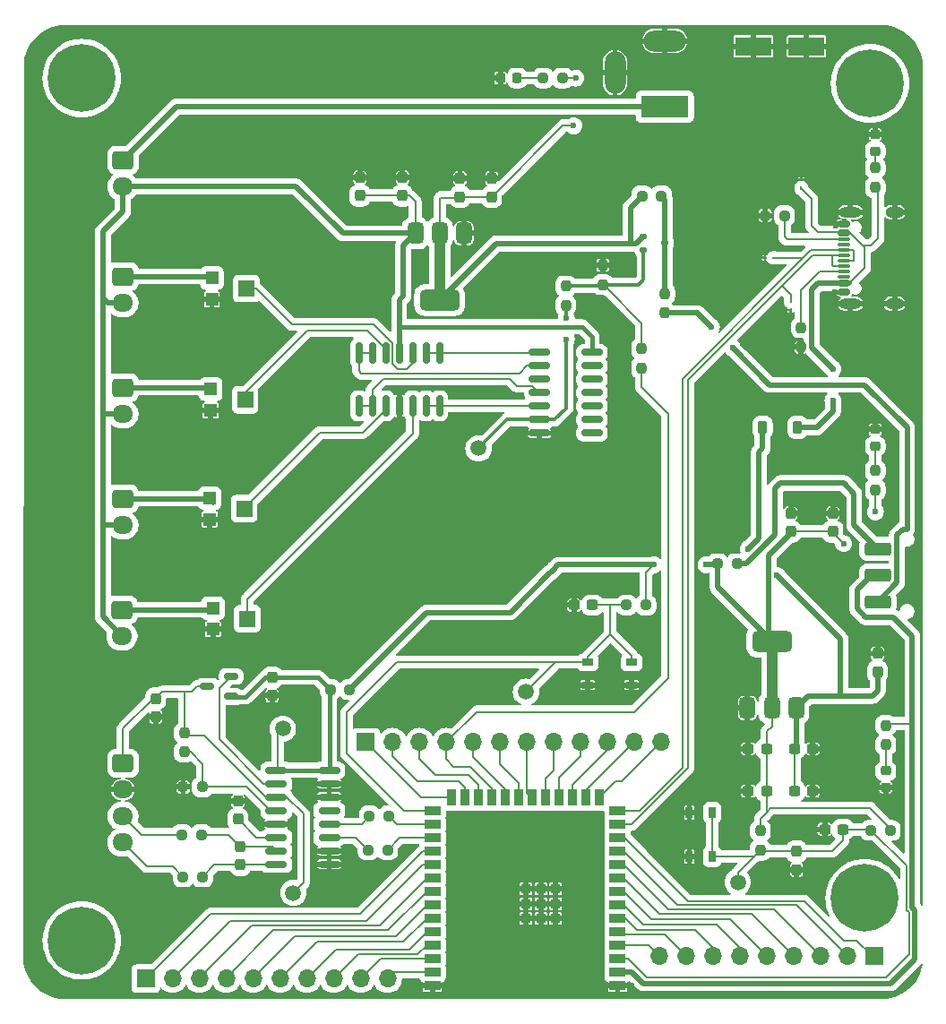
<source format=gbr>
%TF.GenerationSoftware,KiCad,Pcbnew,8.0.6*%
%TF.CreationDate,2024-11-20T22:28:01-08:00*%
%TF.ProjectId,project_rev5,70726f6a-6563-4745-9f72-6576352e6b69,REV5*%
%TF.SameCoordinates,Original*%
%TF.FileFunction,Copper,L1,Top*%
%TF.FilePolarity,Positive*%
%FSLAX46Y46*%
G04 Gerber Fmt 4.6, Leading zero omitted, Abs format (unit mm)*
G04 Created by KiCad (PCBNEW 8.0.6) date 2024-11-20 22:28:01*
%MOMM*%
%LPD*%
G01*
G04 APERTURE LIST*
G04 Aperture macros list*
%AMRoundRect*
0 Rectangle with rounded corners*
0 $1 Rounding radius*
0 $2 $3 $4 $5 $6 $7 $8 $9 X,Y pos of 4 corners*
0 Add a 4 corners polygon primitive as box body*
4,1,4,$2,$3,$4,$5,$6,$7,$8,$9,$2,$3,0*
0 Add four circle primitives for the rounded corners*
1,1,$1+$1,$2,$3*
1,1,$1+$1,$4,$5*
1,1,$1+$1,$6,$7*
1,1,$1+$1,$8,$9*
0 Add four rect primitives between the rounded corners*
20,1,$1+$1,$2,$3,$4,$5,0*
20,1,$1+$1,$4,$5,$6,$7,0*
20,1,$1+$1,$6,$7,$8,$9,0*
20,1,$1+$1,$8,$9,$2,$3,0*%
G04 Aperture macros list end*
%TA.AperFunction,ComponentPad*%
%ADD10O,2.000000X4.000000*%
%TD*%
%TA.AperFunction,ComponentPad*%
%ADD11O,4.000000X2.000000*%
%TD*%
%TA.AperFunction,ComponentPad*%
%ADD12R,4.500000X2.000000*%
%TD*%
%TA.AperFunction,SMDPad,CuDef*%
%ADD13RoundRect,0.250000X1.000000X-0.375000X1.000000X0.375000X-1.000000X0.375000X-1.000000X-0.375000X0*%
%TD*%
%TA.AperFunction,SMDPad,CuDef*%
%ADD14RoundRect,0.237500X-0.237500X0.250000X-0.237500X-0.250000X0.237500X-0.250000X0.237500X0.250000X0*%
%TD*%
%TA.AperFunction,SMDPad,CuDef*%
%ADD15RoundRect,0.237500X0.250000X0.237500X-0.250000X0.237500X-0.250000X-0.237500X0.250000X-0.237500X0*%
%TD*%
%TA.AperFunction,SMDPad,CuDef*%
%ADD16RoundRect,0.150000X0.425000X-0.150000X0.425000X0.150000X-0.425000X0.150000X-0.425000X-0.150000X0*%
%TD*%
%TA.AperFunction,SMDPad,CuDef*%
%ADD17RoundRect,0.075000X0.500000X-0.075000X0.500000X0.075000X-0.500000X0.075000X-0.500000X-0.075000X0*%
%TD*%
%TA.AperFunction,ComponentPad*%
%ADD18O,2.100000X1.000000*%
%TD*%
%TA.AperFunction,ComponentPad*%
%ADD19O,1.800000X1.000000*%
%TD*%
%TA.AperFunction,ComponentPad*%
%ADD20C,6.400000*%
%TD*%
%TA.AperFunction,SMDPad,CuDef*%
%ADD21RoundRect,0.237500X0.237500X-0.300000X0.237500X0.300000X-0.237500X0.300000X-0.237500X-0.300000X0*%
%TD*%
%TA.AperFunction,ComponentPad*%
%ADD22C,1.500000*%
%TD*%
%TA.AperFunction,ComponentPad*%
%ADD23RoundRect,0.250000X-0.725000X0.600000X-0.725000X-0.600000X0.725000X-0.600000X0.725000X0.600000X0*%
%TD*%
%TA.AperFunction,ComponentPad*%
%ADD24O,1.950000X1.700000*%
%TD*%
%TA.AperFunction,SMDPad,CuDef*%
%ADD25RoundRect,0.237500X-0.250000X-0.237500X0.250000X-0.237500X0.250000X0.237500X-0.250000X0.237500X0*%
%TD*%
%TA.AperFunction,SMDPad,CuDef*%
%ADD26RoundRect,0.218750X0.256250X-0.218750X0.256250X0.218750X-0.256250X0.218750X-0.256250X-0.218750X0*%
%TD*%
%TA.AperFunction,SMDPad,CuDef*%
%ADD27R,1.200000X1.200000*%
%TD*%
%TA.AperFunction,SMDPad,CuDef*%
%ADD28R,1.500000X1.600000*%
%TD*%
%TA.AperFunction,SMDPad,CuDef*%
%ADD29RoundRect,0.218750X-0.218750X-0.256250X0.218750X-0.256250X0.218750X0.256250X-0.218750X0.256250X0*%
%TD*%
%TA.AperFunction,ComponentPad*%
%ADD30R,1.700000X1.700000*%
%TD*%
%TA.AperFunction,ComponentPad*%
%ADD31O,1.700000X1.700000*%
%TD*%
%TA.AperFunction,SMDPad,CuDef*%
%ADD32RoundRect,0.150000X0.512500X0.150000X-0.512500X0.150000X-0.512500X-0.150000X0.512500X-0.150000X0*%
%TD*%
%TA.AperFunction,SMDPad,CuDef*%
%ADD33RoundRect,0.237500X0.237500X-0.250000X0.237500X0.250000X-0.237500X0.250000X-0.237500X-0.250000X0*%
%TD*%
%TA.AperFunction,SMDPad,CuDef*%
%ADD34RoundRect,0.218750X-0.256250X0.218750X-0.256250X-0.218750X0.256250X-0.218750X0.256250X0.218750X0*%
%TD*%
%TA.AperFunction,SMDPad,CuDef*%
%ADD35RoundRect,0.375000X-0.375000X0.625000X-0.375000X-0.625000X0.375000X-0.625000X0.375000X0.625000X0*%
%TD*%
%TA.AperFunction,SMDPad,CuDef*%
%ADD36RoundRect,0.500000X-1.400000X0.500000X-1.400000X-0.500000X1.400000X-0.500000X1.400000X0.500000X0*%
%TD*%
%TA.AperFunction,SMDPad,CuDef*%
%ADD37R,0.660400X1.041400*%
%TD*%
%TA.AperFunction,SMDPad,CuDef*%
%ADD38RoundRect,0.237500X-0.237500X0.300000X-0.237500X-0.300000X0.237500X-0.300000X0.237500X0.300000X0*%
%TD*%
%TA.AperFunction,SMDPad,CuDef*%
%ADD39R,1.500000X0.900000*%
%TD*%
%TA.AperFunction,SMDPad,CuDef*%
%ADD40R,0.900000X1.500000*%
%TD*%
%TA.AperFunction,SMDPad,CuDef*%
%ADD41R,0.900000X0.900000*%
%TD*%
%TA.AperFunction,SMDPad,CuDef*%
%ADD42R,1.041400X0.660400*%
%TD*%
%TA.AperFunction,SMDPad,CuDef*%
%ADD43RoundRect,0.225000X-0.225000X-0.375000X0.225000X-0.375000X0.225000X0.375000X-0.225000X0.375000X0*%
%TD*%
%TA.AperFunction,SMDPad,CuDef*%
%ADD44R,3.400000X1.800000*%
%TD*%
%TA.AperFunction,SMDPad,CuDef*%
%ADD45RoundRect,0.062500X-0.062500X0.117500X-0.062500X-0.117500X0.062500X-0.117500X0.062500X0.117500X0*%
%TD*%
%TA.AperFunction,SMDPad,CuDef*%
%ADD46RoundRect,0.150000X-0.825000X-0.150000X0.825000X-0.150000X0.825000X0.150000X-0.825000X0.150000X0*%
%TD*%
%TA.AperFunction,SMDPad,CuDef*%
%ADD47RoundRect,0.237500X-0.300000X-0.237500X0.300000X-0.237500X0.300000X0.237500X-0.300000X0.237500X0*%
%TD*%
%TA.AperFunction,SMDPad,CuDef*%
%ADD48RoundRect,0.112500X-0.237500X0.112500X-0.237500X-0.112500X0.237500X-0.112500X0.237500X0.112500X0*%
%TD*%
%TA.AperFunction,SMDPad,CuDef*%
%ADD49RoundRect,0.150000X-0.150000X0.825000X-0.150000X-0.825000X0.150000X-0.825000X0.150000X0.825000X0*%
%TD*%
%TA.AperFunction,SMDPad,CuDef*%
%ADD50RoundRect,0.062500X-0.117500X-0.062500X0.117500X-0.062500X0.117500X0.062500X-0.117500X0.062500X0*%
%TD*%
%TA.AperFunction,SMDPad,CuDef*%
%ADD51RoundRect,0.150000X-0.850000X-0.150000X0.850000X-0.150000X0.850000X0.150000X-0.850000X0.150000X0*%
%TD*%
%TA.AperFunction,SMDPad,CuDef*%
%ADD52RoundRect,0.375000X0.375000X-0.625000X0.375000X0.625000X-0.375000X0.625000X-0.375000X-0.625000X0*%
%TD*%
%TA.AperFunction,SMDPad,CuDef*%
%ADD53RoundRect,0.500000X1.400000X-0.500000X1.400000X0.500000X-1.400000X0.500000X-1.400000X-0.500000X0*%
%TD*%
%TA.AperFunction,SMDPad,CuDef*%
%ADD54RoundRect,0.237500X0.300000X0.237500X-0.300000X0.237500X-0.300000X-0.237500X0.300000X-0.237500X0*%
%TD*%
%TA.AperFunction,SMDPad,CuDef*%
%ADD55RoundRect,0.062500X0.062500X-0.117500X0.062500X0.117500X-0.062500X0.117500X-0.062500X-0.117500X0*%
%TD*%
%TA.AperFunction,ViaPad*%
%ADD56C,0.600000*%
%TD*%
%TA.AperFunction,Conductor*%
%ADD57C,0.200000*%
%TD*%
%TA.AperFunction,Conductor*%
%ADD58C,0.500000*%
%TD*%
%TA.AperFunction,Conductor*%
%ADD59C,1.000000*%
%TD*%
%TA.AperFunction,Conductor*%
%ADD60C,0.400000*%
%TD*%
%TA.AperFunction,Conductor*%
%ADD61C,0.300000*%
%TD*%
G04 APERTURE END LIST*
D10*
%TO.P,J1,3*%
%TO.N,GND*%
X96400000Y-71500000D03*
D11*
%TO.P,J1,2*%
X101100000Y-68500000D03*
D12*
%TO.P,J1,1*%
%TO.N,Net-(J7-Pin_1)*%
X101100000Y-74700000D03*
%TD*%
D13*
%TO.P,SW4,1,A*%
%TO.N,NFET_3.3V*%
X121250000Y-121500000D03*
%TO.P,SW4,2,B*%
%TO.N,/controller/ESP_VCC*%
X121250000Y-119000000D03*
%TO.P,SW4,3,C*%
%TO.N,Net-(SW4-C)*%
X121250000Y-116500000D03*
%TD*%
D14*
%TO.P,R19,1*%
%TO.N,Net-(D8-A)*%
X121000000Y-109087500D03*
%TO.P,R19,2*%
%TO.N,ESP_3.3V*%
X121000000Y-110912500D03*
%TD*%
D15*
%TO.P,R7,1*%
%TO.N,Net-(U1-INA+)*%
X57412500Y-147500000D03*
%TO.P,R7,2*%
%TO.N,Net-(J2-Pin_4)*%
X55587500Y-147500000D03*
%TD*%
D16*
%TO.P,J8,A1,GND*%
%TO.N,GND*%
X118070000Y-92200000D03*
%TO.P,J8,A4,VBUS*%
%TO.N,/controller/VBUS*%
X118070000Y-91400000D03*
D17*
%TO.P,J8,A5,CC1*%
%TO.N,/controller/CC1*%
X118070000Y-90250000D03*
%TO.P,J8,A6,D+*%
%TO.N,/controller/USB_D+*%
X118070000Y-89250000D03*
%TO.P,J8,A7,D-*%
%TO.N,/controller/USB_D-*%
X118070000Y-88750000D03*
%TO.P,J8,A8,SBU1*%
%TO.N,unconnected-(J8-SBU1-PadA8)*%
X118070000Y-87750000D03*
D16*
%TO.P,J8,A9,VBUS*%
%TO.N,/controller/VBUS*%
X118070000Y-86600000D03*
%TO.P,J8,A12,GND*%
%TO.N,GND*%
X118070000Y-85800000D03*
%TO.P,J8,B1,GND*%
X118070000Y-85800000D03*
%TO.P,J8,B4,VBUS*%
%TO.N,/controller/VBUS*%
X118070000Y-86600000D03*
D17*
%TO.P,J8,B5,CC2*%
%TO.N,/controller/CC2*%
X118070000Y-87250000D03*
%TO.P,J8,B6,D+*%
%TO.N,/controller/USB_D+*%
X118070000Y-88250000D03*
%TO.P,J8,B7,D-*%
%TO.N,/controller/USB_D-*%
X118070000Y-89750000D03*
%TO.P,J8,B8,SBU2*%
%TO.N,unconnected-(J8-SBU2-PadB8)*%
X118070000Y-90750000D03*
D16*
%TO.P,J8,B9,VBUS*%
%TO.N,/controller/VBUS*%
X118070000Y-91400000D03*
%TO.P,J8,B12,GND*%
%TO.N,GND*%
X118070000Y-92200000D03*
D18*
%TO.P,J8,S1,SHIELD*%
X118645000Y-93320000D03*
D19*
X122825000Y-93320000D03*
D18*
X118645000Y-84680000D03*
D19*
X122825000Y-84680000D03*
%TD*%
D15*
%TO.P,R9,1*%
%TO.N,Net-(Q1-S)*%
X100782500Y-83140000D03*
%TO.P,R9,2*%
%TO.N,+3.3V_WALL*%
X98957500Y-83140000D03*
%TD*%
D20*
%TO.P,H2,1*%
%TO.N,N/C*%
X120500000Y-72500000D03*
%TD*%
D21*
%TO.P,C3,1*%
%TO.N,Net-(U1-VBG)*%
X60770000Y-142042500D03*
%TO.P,C3,2*%
%TO.N,GND*%
X60770000Y-140317500D03*
%TD*%
D22*
%TO.P,TP_BOOT1,1,1*%
%TO.N,GPIO0_BOOT*%
X88000000Y-130000000D03*
%TD*%
D23*
%TO.P,J2,1,Pin_1*%
%TO.N,Net-(J2-Pin_1)*%
X49900000Y-136750000D03*
D24*
%TO.P,J2,2,Pin_2*%
%TO.N,GND*%
X49900000Y-139250000D03*
%TO.P,J2,3,Pin_3*%
%TO.N,Net-(J2-Pin_3)*%
X49900000Y-141750000D03*
%TO.P,J2,4,Pin_4*%
%TO.N,Net-(J2-Pin_4)*%
X49900000Y-144250000D03*
%TD*%
D25*
%TO.P,R14,1*%
%TO.N,CHIP_PU_EN*%
X120587500Y-143110000D03*
%TO.P,R14,2*%
%TO.N,ESP_3.3V*%
X122412500Y-143110000D03*
%TD*%
D26*
%TO.P,D6,1,K*%
%TO.N,GND*%
X122000000Y-139055000D03*
%TO.P,D6,2,A*%
%TO.N,Net-(D6-A)*%
X122000000Y-137480000D03*
%TD*%
D27*
%TO.P,RV1,1,1*%
%TO.N,Net-(J3-Pin_1)*%
X58300000Y-90900000D03*
D28*
%TO.P,RV1,2,2*%
%TO.N,Net-(U4A-+)*%
X61550000Y-91900000D03*
D27*
%TO.P,RV1,3,3*%
%TO.N,GND*%
X58300000Y-92900000D03*
%TD*%
D29*
%TO.P,D5,1,K*%
%TO.N,GND*%
X85572500Y-72000000D03*
%TO.P,D5,2,A*%
%TO.N,Net-(D5-A)*%
X87147500Y-72000000D03*
%TD*%
D20*
%TO.P,H3,1*%
%TO.N,N/C*%
X120000000Y-149500000D03*
%TD*%
D30*
%TO.P,J12,1,Pin_1*%
%TO.N,GPIO_45*%
X72860000Y-134770000D03*
D31*
%TO.P,J12,2,Pin_2*%
%TO.N,GPIO_48*%
X75400000Y-134770000D03*
%TO.P,J12,3,Pin_3*%
%TO.N,GPIO_47*%
X77940000Y-134770000D03*
%TO.P,J12,4,Pin_4*%
%TO.N,GPIO_21*%
X80480000Y-134770000D03*
%TO.P,J12,5,Pin_5*%
%TO.N,GPIO_14*%
X83020000Y-134770000D03*
%TO.P,J12,6,Pin_6*%
%TO.N,GPIO_13*%
X85560000Y-134770000D03*
%TO.P,J12,7,Pin_7*%
%TO.N,GPIO_12*%
X88100000Y-134770000D03*
%TO.P,J12,8,Pin_8*%
%TO.N,GPIO_11*%
X90640000Y-134770000D03*
%TO.P,J12,9,Pin_9*%
%TO.N,GPIO_10*%
X93180000Y-134770000D03*
%TO.P,J12,10,Pin_10*%
%TO.N,GPIO_09*%
X95720000Y-134770000D03*
%TO.P,J12,11,Pin_11*%
%TO.N,GPIO_46*%
X98260000Y-134770000D03*
%TO.P,J12,12,Pin_12*%
%TO.N,GPIO_03*%
X100800000Y-134770000D03*
%TD*%
D22*
%TO.P,TP_AND1,1,1*%
%TO.N,Net-(R1-Pad1)*%
X83500000Y-107000000D03*
%TD*%
D27*
%TO.P,RV4,1,1*%
%TO.N,Net-(J6-Pin_1)*%
X58400000Y-122100000D03*
D28*
%TO.P,RV4,2,2*%
%TO.N,Net-(U4D-+)*%
X61650000Y-123100000D03*
D27*
%TO.P,RV4,3,3*%
%TO.N,GND*%
X58400000Y-124100000D03*
%TD*%
D21*
%TO.P,C8,2*%
%TO.N,GND*%
X84750000Y-81487500D03*
%TO.P,C8,1*%
%TO.N,+3.3V_WALL*%
X84750000Y-83212500D03*
%TD*%
%TO.P,C5,1*%
%TO.N,+5V_WALL*%
X72300000Y-83112500D03*
%TO.P,C5,2*%
%TO.N,GND*%
X72300000Y-81387500D03*
%TD*%
D32*
%TO.P,Q2,1,E*%
%TO.N,Net-(Q2-E)*%
X60137500Y-130450000D03*
%TO.P,Q2,2,B*%
%TO.N,Net-(Q2-B)*%
X60137500Y-128550000D03*
%TO.P,Q2,3,C*%
%TO.N,Net-(J2-Pin_1)*%
X57862500Y-129500000D03*
%TD*%
D23*
%TO.P,J4,1,Pin_1*%
%TO.N,Net-(J4-Pin_1)*%
X49900000Y-101250000D03*
D24*
%TO.P,J4,2,Pin_2*%
%TO.N,+5V_WALL*%
X49900000Y-103750000D03*
%TD*%
D21*
%TO.P,C7,1*%
%TO.N,+3.3V_WALL*%
X81750000Y-83212500D03*
%TO.P,C7,2*%
%TO.N,GND*%
X81750000Y-81487500D03*
%TD*%
D23*
%TO.P,J5,1,Pin_1*%
%TO.N,Net-(J5-Pin_1)*%
X49900000Y-111750000D03*
D24*
%TO.P,J5,2,Pin_2*%
%TO.N,+5V_WALL*%
X49900000Y-114250000D03*
%TD*%
D33*
%TO.P,R21,1*%
%TO.N,Net-(D6-A)*%
X122000000Y-135000000D03*
%TO.P,R21,2*%
%TO.N,/controller/ESP_VCC*%
X122000000Y-133175000D03*
%TD*%
D15*
%TO.P,R11,1*%
%TO.N,ESP_3.3V*%
X71312500Y-129800000D03*
%TO.P,R11,2*%
%TO.N,Net-(Q2-E)*%
X69487500Y-129800000D03*
%TD*%
D34*
%TO.P,D8,1,K*%
%TO.N,GND*%
X121000000Y-105212500D03*
%TO.P,D8,2,A*%
%TO.N,Net-(D8-A)*%
X121000000Y-106787500D03*
%TD*%
D22*
%TO.P,TP_LCELL_VCC1,1,1*%
%TO.N,Net-(J2-Pin_1)*%
X66000000Y-149000000D03*
%TD*%
D15*
%TO.P,R17,1*%
%TO.N,GPIO_35*%
X75022500Y-141740000D03*
%TO.P,R17,2*%
%TO.N,Net-(U1-DOUT)*%
X73197500Y-141740000D03*
%TD*%
D35*
%TO.P,U3,1,GND*%
%TO.N,GND*%
X82125000Y-86675000D03*
%TO.P,U3,2,VO*%
%TO.N,+3.3V_WALL*%
X79825000Y-86675000D03*
D36*
X79825000Y-92975000D03*
D35*
%TO.P,U3,3,VI*%
%TO.N,+5V_WALL*%
X77525000Y-86675000D03*
%TD*%
D30*
%TO.P,J10,1,Pin_1*%
%TO.N,GPIO_08*%
X120940000Y-155000000D03*
D31*
%TO.P,J10,2,Pin_2*%
%TO.N,GPIO_18*%
X118400000Y-155000000D03*
%TO.P,J10,3,Pin_3*%
%TO.N,GPIO_17*%
X115860000Y-155000000D03*
%TO.P,J10,4,Pin_4*%
%TO.N,GPIO_16*%
X113320000Y-155000000D03*
%TO.P,J10,5,Pin_5*%
%TO.N,GPIO_15*%
X110780000Y-155000000D03*
%TO.P,J10,6,Pin_6*%
%TO.N,GPIO_07*%
X108240000Y-155000000D03*
%TO.P,J10,7,Pin_7*%
%TO.N,GPIO_06*%
X105700000Y-155000000D03*
%TO.P,J10,8,Pin_8*%
%TO.N,GPIO_05*%
X103160000Y-155000000D03*
%TO.P,J10,9,Pin_9*%
%TO.N,GPIO_04*%
X100620000Y-155000000D03*
%TD*%
D37*
%TO.P,SW3,1,1*%
%TO.N,CHIP_PU_EN*%
X105575000Y-141425000D03*
%TO.P,SW3,2,2*%
X105575000Y-145575000D03*
%TO.P,SW3,3,3*%
%TO.N,GND*%
X103425000Y-141425000D03*
%TO.P,SW3,4,4*%
X103425000Y-145575000D03*
%TD*%
D38*
%TO.P,C9,1*%
%TO.N,GND*%
X121220000Y-126390000D03*
%TO.P,C9,2*%
%TO.N,+5VUSB*%
X121220000Y-128115000D03*
%TD*%
D23*
%TO.P,J3,1,Pin_1*%
%TO.N,Net-(J3-Pin_1)*%
X49900000Y-90750000D03*
D24*
%TO.P,J3,2,Pin_2*%
%TO.N,+5V_WALL*%
X49900000Y-93250000D03*
%TD*%
D22*
%TO.P,TP_PU_EN1,1,1*%
%TO.N,CHIP_PU_EN*%
X108000000Y-148000000D03*
%TD*%
D39*
%TO.P,U5,1,GND*%
%TO.N,GND*%
X96650000Y-157760000D03*
%TO.P,U5,2,3V3*%
%TO.N,/controller/ESP_VCC*%
X96650000Y-156490000D03*
%TO.P,U5,3,EN*%
%TO.N,CHIP_PU_EN*%
X96650000Y-155220000D03*
%TO.P,U5,4,GPIO4*%
%TO.N,GPIO_04*%
X96650000Y-153950000D03*
%TO.P,U5,5,GPIO5*%
%TO.N,GPIO_05*%
X96650000Y-152680000D03*
%TO.P,U5,6,GPIO6*%
%TO.N,GPIO_06*%
X96650000Y-151410000D03*
%TO.P,U5,7,GPIO7*%
%TO.N,GPIO_07*%
X96650000Y-150140000D03*
%TO.P,U5,8,GPIO15*%
%TO.N,GPIO_15*%
X96650000Y-148870000D03*
%TO.P,U5,9,GPIO16*%
%TO.N,GPIO_16*%
X96650000Y-147600000D03*
%TO.P,U5,10,GPIO17*%
%TO.N,GPIO_17*%
X96650000Y-146330000D03*
%TO.P,U5,11,GPIO18/CLK_OUT3*%
%TO.N,GPIO_18*%
X96650000Y-145060000D03*
%TO.P,U5,12,GPIO8*%
%TO.N,GPIO_08*%
X96650000Y-143790000D03*
%TO.P,U5,13,GPIO19/USB_D-*%
%TO.N,/controller/USB_D-*%
X96650000Y-142520000D03*
%TO.P,U5,14,GPIO20/USB_D+*%
%TO.N,/controller/USB_D+*%
X96650000Y-141250000D03*
D40*
%TO.P,U5,15,GPIO3*%
%TO.N,GPIO_03*%
X94885000Y-140000000D03*
%TO.P,U5,16,GPIO46*%
%TO.N,GPIO_46*%
X93615000Y-140000000D03*
%TO.P,U5,17,GPIO9*%
%TO.N,GPIO_09*%
X92345000Y-140000000D03*
%TO.P,U5,18,GPIO10*%
%TO.N,GPIO_10*%
X91075000Y-140000000D03*
%TO.P,U5,19,GPIO11*%
%TO.N,GPIO_11*%
X89805000Y-140000000D03*
%TO.P,U5,20,GPIO12*%
%TO.N,GPIO_12*%
X88535000Y-140000000D03*
%TO.P,U5,21,GPIO13*%
%TO.N,GPIO_13*%
X87265000Y-140000000D03*
%TO.P,U5,22,GPIO14*%
%TO.N,GPIO_14*%
X85995000Y-140000000D03*
%TO.P,U5,23,GPIO21*%
%TO.N,GPIO_21*%
X84725000Y-140000000D03*
%TO.P,U5,24,GPIO47/SPICLK_P*%
%TO.N,GPIO_47*%
X83455000Y-140000000D03*
%TO.P,U5,25,GPIO48/SPICLK_N*%
%TO.N,GPIO_48*%
X82185000Y-140000000D03*
%TO.P,U5,26,GPIO45*%
%TO.N,GPIO_45*%
X80915000Y-140000000D03*
D39*
%TO.P,U5,27,GPIO0/BOOT*%
%TO.N,GPIO0_BOOT*%
X79150000Y-141250000D03*
%TO.P,U5,28,SPIIO6/GPIO35*%
%TO.N,GPIO_35*%
X79150000Y-142520000D03*
%TO.P,U5,29,SPIIO7/GPIO36*%
%TO.N,GPIO_36*%
X79150000Y-143790000D03*
%TO.P,U5,30,SPIDQS/GPIO37*%
%TO.N,GPIO_37*%
X79150000Y-145060000D03*
%TO.P,U5,31,GPIO38*%
%TO.N,GPIO_38*%
X79150000Y-146330000D03*
%TO.P,U5,32,MTCK/GPIO39/CLK_OUT3/SUBSPICS1*%
%TO.N,GPIO_39*%
X79150000Y-147600000D03*
%TO.P,U5,33,MTDO/GPIO40/CLK_OUT2*%
%TO.N,GPIO_40*%
X79150000Y-148870000D03*
%TO.P,U5,34,MTDI/GPIO41/CLK_OUT1*%
%TO.N,GPIO_41*%
X79150000Y-150140000D03*
%TO.P,U5,35,MTMS/GPIO42*%
%TO.N,GPIO_42*%
X79150000Y-151410000D03*
%TO.P,U5,36,U0RXD/GPIO44/CLK_OUT2*%
%TO.N,GPIO_44*%
X79150000Y-152680000D03*
%TO.P,U5,37,U0TXD/GPIO43/CLK_OUT1*%
%TO.N,GPIO_43*%
X79150000Y-153950000D03*
%TO.P,U5,38,GPIO2*%
%TO.N,GPIO_02*%
X79150000Y-155220000D03*
%TO.P,U5,39,GPIO1*%
%TO.N,GPIO_01*%
X79150000Y-156490000D03*
%TO.P,U5,40,GND*%
%TO.N,GND*%
X79150000Y-157760000D03*
D41*
%TO.P,U5,41,GND*%
X90800000Y-151440000D03*
X90800000Y-150040000D03*
X90800000Y-148640000D03*
X90800000Y-148640000D03*
X89400000Y-151440000D03*
X89400000Y-151440000D03*
X89400000Y-150040000D03*
X89400000Y-148640000D03*
X88000000Y-151440000D03*
X88000000Y-150040000D03*
X88000000Y-148640000D03*
%TD*%
D21*
%TO.P,C12,1*%
%TO.N,GND*%
X113550000Y-146800000D03*
%TO.P,C12,2*%
%TO.N,CHIP_PU_EN*%
X113550000Y-145075000D03*
%TD*%
%TO.P,C14,1*%
%TO.N,ESP_3.3V*%
X117000000Y-114862500D03*
%TO.P,C14,2*%
%TO.N,GND*%
X117000000Y-113137500D03*
%TD*%
%TO.P,C1,1*%
%TO.N,GND*%
X64000000Y-130362500D03*
%TO.P,C1,2*%
%TO.N,Net-(Q2-E)*%
X64000000Y-128637500D03*
%TD*%
D42*
%TO.P,SW2,1,1*%
%TO.N,GPIO0_BOOT*%
X93825000Y-127225000D03*
%TO.P,SW2,2,2*%
X97975000Y-127225000D03*
%TO.P,SW2,3,3*%
%TO.N,GND*%
X93825000Y-129375000D03*
%TO.P,SW2,4,4*%
X97975000Y-129375000D03*
%TD*%
D33*
%TO.P,R2,1*%
%TO.N,GND*%
X114000000Y-97412500D03*
%TO.P,R2,2*%
%TO.N,/controller/CC1*%
X114000000Y-95587500D03*
%TD*%
D43*
%TO.P,D1,1,K*%
%TO.N,+5VUSB*%
X110350000Y-105000000D03*
%TO.P,D1,2,A*%
%TO.N,/controller/VBUS*%
X113650000Y-105000000D03*
%TD*%
D23*
%TO.P,J6,1,Pin_1*%
%TO.N,Net-(J6-Pin_1)*%
X49800000Y-122250000D03*
D24*
%TO.P,J6,2,Pin_2*%
%TO.N,+5V_WALL*%
X49800000Y-124750000D03*
%TD*%
D33*
%TO.P,R1,1*%
%TO.N,Net-(R1-Pad1)*%
X91750000Y-93475000D03*
%TO.P,R1,2*%
%TO.N,/AND_OUT*%
X91750000Y-91650000D03*
%TD*%
D44*
%TO.P,TP1,1,1*%
%TO.N,GND*%
X109500000Y-69000000D03*
%TD*%
D27*
%TO.P,RV2,1,1*%
%TO.N,Net-(J4-Pin_1)*%
X58200000Y-101400000D03*
D28*
%TO.P,RV2,2,2*%
%TO.N,Net-(U4B-+)*%
X61450000Y-102400000D03*
D27*
%TO.P,RV2,3,3*%
%TO.N,GND*%
X58200000Y-103400000D03*
%TD*%
D20*
%TO.P,H1,1*%
%TO.N,N/C*%
X46000000Y-72000000D03*
%TD*%
D33*
%TO.P,R3,1*%
%TO.N,/AND_OUT*%
X95250000Y-91518750D03*
%TO.P,R3,2*%
%TO.N,GND*%
X95250000Y-89693750D03*
%TD*%
D15*
%TO.P,R6,1*%
%TO.N,Net-(U1-INA-)*%
X57312500Y-143500000D03*
%TO.P,R6,2*%
%TO.N,Net-(J2-Pin_3)*%
X55487500Y-143500000D03*
%TD*%
D14*
%TO.P,R22,1*%
%TO.N,/AND_OUT*%
X98900000Y-97575000D03*
%TO.P,R22,2*%
%TO.N,GPIO_21*%
X98900000Y-99400000D03*
%TD*%
D20*
%TO.P,H4,1*%
%TO.N,N/C*%
X46000000Y-153500000D03*
%TD*%
D45*
%TO.P,D2,1,A1*%
%TO.N,/controller/VBUS*%
X114000000Y-82420000D03*
%TO.P,D2,2,A2*%
%TO.N,GND*%
X114000000Y-81580000D03*
%TD*%
D15*
%TO.P,R16,1*%
%TO.N,GPIO_36*%
X74902500Y-144940000D03*
%TO.P,R16,2*%
%TO.N,Net-(U1-PD_SCK)*%
X73077500Y-144940000D03*
%TD*%
D33*
%TO.P,R15,1*%
%TO.N,CHIP_PU_EN*%
X110140000Y-144962500D03*
%TO.P,R15,2*%
%TO.N,ESP_3.3V*%
X110140000Y-143137500D03*
%TD*%
D46*
%TO.P,U2,1*%
%TO.N,Net-(U4A--)*%
X89275000Y-97940000D03*
%TO.P,U2,2*%
%TO.N,Net-(U4B--)*%
X89275000Y-99210000D03*
%TO.P,U2,3*%
%TO.N,N/C*%
X89275000Y-100480000D03*
%TO.P,U2,4*%
%TO.N,Net-(U4C--)*%
X89275000Y-101750000D03*
%TO.P,U2,5*%
%TO.N,Net-(U4D--)*%
X89275000Y-103020000D03*
%TO.P,U2,6*%
%TO.N,Net-(R1-Pad1)*%
X89275000Y-104290000D03*
%TO.P,U2,7,GND*%
%TO.N,GND*%
X89275000Y-105560000D03*
%TO.P,U2,8*%
%TO.N,unconnected-(U2-Pad8)*%
X94225000Y-105560000D03*
%TO.P,U2,9*%
%TO.N,unconnected-(U2-Pad9)*%
X94225000Y-104290000D03*
%TO.P,U2,10*%
%TO.N,unconnected-(U2-Pad10)*%
X94225000Y-103020000D03*
%TO.P,U2,11*%
%TO.N,N/C*%
X94225000Y-101750000D03*
%TO.P,U2,12*%
%TO.N,unconnected-(U2-Pad12)*%
X94225000Y-100480000D03*
%TO.P,U2,13*%
%TO.N,unconnected-(U2-Pad13)*%
X94225000Y-99210000D03*
%TO.P,U2,14,VCC*%
%TO.N,+5V_WALL*%
X94225000Y-97940000D03*
%TD*%
D23*
%TO.P,J7,1,Pin_1*%
%TO.N,Net-(J7-Pin_1)*%
X49900000Y-79750000D03*
D24*
%TO.P,J7,2,Pin_2*%
%TO.N,+5V_WALL*%
X49900000Y-82250000D03*
%TD*%
D21*
%TO.P,C6,1*%
%TO.N,+5V_WALL*%
X76300000Y-83112500D03*
%TO.P,C6,2*%
%TO.N,GND*%
X76300000Y-81387500D03*
%TD*%
D34*
%TO.P,D7,1,K*%
%TO.N,GND*%
X121000000Y-77337500D03*
%TO.P,D7,2,A*%
%TO.N,Net-(D7-A)*%
X121000000Y-78912500D03*
%TD*%
D21*
%TO.P,C4,1*%
%TO.N,Net-(U1-INA+)*%
X61000000Y-146362500D03*
%TO.P,C4,2*%
%TO.N,Net-(U1-INA-)*%
X61000000Y-144637500D03*
%TD*%
D44*
%TO.P,TP2,1,1*%
%TO.N,GND*%
X114500000Y-69000000D03*
%TD*%
D25*
%TO.P,R13,1*%
%TO.N,GPIO0_BOOT*%
X97487500Y-121800000D03*
%TO.P,R13,2*%
%TO.N,ESP_3.3V*%
X99312500Y-121800000D03*
%TD*%
D47*
%TO.P,C15,1*%
%TO.N,+5VUSB*%
X113357500Y-139390000D03*
%TO.P,C15,2*%
%TO.N,GND*%
X115082500Y-139390000D03*
%TD*%
D21*
%TO.P,C2,1*%
%TO.N,GND*%
X53000000Y-132362500D03*
%TO.P,C2,2*%
%TO.N,Net-(J2-Pin_1)*%
X53000000Y-130637500D03*
%TD*%
D25*
%TO.P,R8,1*%
%TO.N,GND*%
X110587500Y-85000000D03*
%TO.P,R8,2*%
%TO.N,/controller/CC2*%
X112412500Y-85000000D03*
%TD*%
D21*
%TO.P,C13,1*%
%TO.N,ESP_3.3V*%
X113000000Y-114862500D03*
%TO.P,C13,2*%
%TO.N,GND*%
X113000000Y-113137500D03*
%TD*%
D48*
%TO.P,Q1,1,D*%
%TO.N,+3.3V_WALL*%
X99100000Y-86950000D03*
%TO.P,Q1,2,G*%
%TO.N,/AND_OUT*%
X99100000Y-88250000D03*
%TO.P,Q1,3,S*%
%TO.N,Net-(Q1-S)*%
X101100000Y-87600000D03*
%TD*%
D14*
%TO.P,R18,1*%
%TO.N,Net-(D7-A)*%
X121000000Y-80500000D03*
%TO.P,R18,2*%
%TO.N,/controller/VBUS*%
X121000000Y-82325000D03*
%TD*%
D30*
%TO.P,J11,1,Pin_1*%
%TO.N,GPIO_37*%
X52050000Y-157120000D03*
D31*
%TO.P,J11,2,Pin_2*%
%TO.N,GPIO_38*%
X54590000Y-157120000D03*
%TO.P,J11,3,Pin_3*%
%TO.N,GPIO_39*%
X57130000Y-157120000D03*
%TO.P,J11,4,Pin_4*%
%TO.N,GPIO_40*%
X59670000Y-157120000D03*
%TO.P,J11,5,Pin_5*%
%TO.N,GPIO_41*%
X62210000Y-157120000D03*
%TO.P,J11,6,Pin_6*%
%TO.N,GPIO_42*%
X64750000Y-157120000D03*
%TO.P,J11,7,Pin_7*%
%TO.N,GPIO_44*%
X67290000Y-157120000D03*
%TO.P,J11,8,Pin_8*%
%TO.N,GPIO_43*%
X69830000Y-157120000D03*
%TO.P,J11,9,Pin_9*%
%TO.N,GPIO_02*%
X72370000Y-157120000D03*
%TO.P,J11,10,Pin_10*%
%TO.N,GPIO_01*%
X74910000Y-157120000D03*
%TD*%
D47*
%TO.P,C16,1*%
%TO.N,+5VUSB*%
X113357500Y-135390000D03*
%TO.P,C16,2*%
%TO.N,GND*%
X115082500Y-135390000D03*
%TD*%
D22*
%TO.P,TP_ADC2,1,1*%
%TO.N,Net-(Q2-E)*%
X65000000Y-133500000D03*
%TD*%
D49*
%TO.P,U4,1*%
%TO.N,Net-(U4A--)*%
X79810000Y-98025000D03*
%TO.P,U4,2,-*%
X78540000Y-98025000D03*
%TO.P,U4,3,+*%
%TO.N,Net-(U4A-+)*%
X77270000Y-98025000D03*
%TO.P,U4,4,V+*%
%TO.N,+5V_WALL*%
X76000000Y-98025000D03*
%TO.P,U4,5,+*%
%TO.N,Net-(U4B-+)*%
X74730000Y-98025000D03*
%TO.P,U4,6,-*%
%TO.N,Net-(U4B--)*%
X73460000Y-98025000D03*
%TO.P,U4,7*%
X72190000Y-98025000D03*
%TO.P,U4,8*%
%TO.N,Net-(U4C--)*%
X72190000Y-102975000D03*
%TO.P,U4,9,-*%
X73460000Y-102975000D03*
%TO.P,U4,10,+*%
%TO.N,Net-(U4C-+)*%
X74730000Y-102975000D03*
%TO.P,U4,11,V-*%
%TO.N,GND*%
X76000000Y-102975000D03*
%TO.P,U4,12,+*%
%TO.N,Net-(U4D-+)*%
X77270000Y-102975000D03*
%TO.P,U4,13,-*%
%TO.N,Net-(U4D--)*%
X78540000Y-102975000D03*
%TO.P,U4,14*%
X79810000Y-102975000D03*
%TD*%
D50*
%TO.P,D4,1,A1*%
%TO.N,/controller/USB_D+*%
X111420000Y-89000000D03*
%TO.P,D4,2,A2*%
%TO.N,GND*%
X110580000Y-89000000D03*
%TD*%
D25*
%TO.P,R12,1*%
%TO.N,ESP_3.3V*%
X106097500Y-117890000D03*
%TO.P,R12,2*%
%TO.N,Net-(SW4-C)*%
X107922500Y-117890000D03*
%TD*%
%TO.P,R20,1*%
%TO.N,Net-(D5-A)*%
X89615000Y-72000000D03*
%TO.P,R20,2*%
%TO.N,+3.3V_WALL*%
X91440000Y-72000000D03*
%TD*%
D51*
%TO.P,U1,1,VSUP*%
%TO.N,Net-(Q2-E)*%
X64390000Y-137410000D03*
%TO.P,U1,2,BASE*%
%TO.N,Net-(Q2-B)*%
X64390000Y-138680000D03*
%TO.P,U1,3,AVDD*%
%TO.N,Net-(J2-Pin_1)*%
X64390000Y-139950000D03*
%TO.P,U1,4,VFB*%
%TO.N,Net-(U1-VFB)*%
X64390000Y-141220000D03*
%TO.P,U1,5,AGND*%
%TO.N,GND*%
X64390000Y-142490000D03*
%TO.P,U1,6,VBG*%
%TO.N,Net-(U1-VBG)*%
X64390000Y-143760000D03*
%TO.P,U1,7,INA-*%
%TO.N,Net-(U1-INA-)*%
X64390000Y-145030000D03*
%TO.P,U1,8,INA+*%
%TO.N,Net-(U1-INA+)*%
X64390000Y-146300000D03*
%TO.P,U1,9,INB-*%
%TO.N,GND*%
X69390000Y-146300000D03*
%TO.P,U1,10,INB+*%
X69390000Y-145030000D03*
%TO.P,U1,11,PD_SCK*%
%TO.N,Net-(U1-PD_SCK)*%
X69390000Y-143760000D03*
%TO.P,U1,12,DOUT*%
%TO.N,Net-(U1-DOUT)*%
X69390000Y-142490000D03*
%TO.P,U1,13,XO*%
%TO.N,unconnected-(U1-XO-Pad13)*%
X69390000Y-141220000D03*
%TO.P,U1,14,XI*%
%TO.N,GND*%
X69390000Y-139950000D03*
%TO.P,U1,15,RATE*%
X69390000Y-138680000D03*
%TO.P,U1,16,DVDD*%
%TO.N,Net-(Q2-E)*%
X69390000Y-137410000D03*
%TD*%
D33*
%TO.P,R10,1*%
%TO.N,NFET_3.3V*%
X101100000Y-94212500D03*
%TO.P,R10,2*%
%TO.N,Net-(Q1-S)*%
X101100000Y-92387500D03*
%TD*%
D52*
%TO.P,U6,1,GND*%
%TO.N,GND*%
X108920000Y-131540000D03*
%TO.P,U6,2,VO*%
%TO.N,ESP_3.3V*%
X111220000Y-131540000D03*
D53*
X111220000Y-125240000D03*
D52*
%TO.P,U6,3,VI*%
%TO.N,+5VUSB*%
X113520000Y-131540000D03*
%TD*%
D54*
%TO.P,C17,1*%
%TO.N,ESP_3.3V*%
X110720000Y-135390000D03*
%TO.P,C17,2*%
%TO.N,GND*%
X108995000Y-135390000D03*
%TD*%
%TO.P,C18,1*%
%TO.N,ESP_3.3V*%
X110720000Y-139390000D03*
%TO.P,C18,2*%
%TO.N,GND*%
X108995000Y-139390000D03*
%TD*%
D33*
%TO.P,R4,1*%
%TO.N,Net-(U1-VFB)*%
X55700000Y-135700000D03*
%TO.P,R4,2*%
%TO.N,Net-(J2-Pin_1)*%
X55700000Y-133875000D03*
%TD*%
D25*
%TO.P,R5,1*%
%TO.N,GND*%
X55587500Y-139000000D03*
%TO.P,R5,2*%
%TO.N,Net-(U1-VFB)*%
X57412500Y-139000000D03*
%TD*%
D27*
%TO.P,RV3,1,1*%
%TO.N,Net-(J5-Pin_1)*%
X58100000Y-111700000D03*
D28*
%TO.P,RV3,2,2*%
%TO.N,Net-(U4C-+)*%
X61350000Y-112700000D03*
D27*
%TO.P,RV3,3,3*%
%TO.N,GND*%
X58100000Y-113700000D03*
%TD*%
D47*
%TO.P,C11,1*%
%TO.N,GND*%
X116217500Y-143000000D03*
%TO.P,C11,2*%
%TO.N,CHIP_PU_EN*%
X117942500Y-143000000D03*
%TD*%
%TO.P,C10,1*%
%TO.N,GND*%
X92537500Y-121800000D03*
%TO.P,C10,2*%
%TO.N,GPIO0_BOOT*%
X94262500Y-121800000D03*
%TD*%
D55*
%TO.P,D3,1,A1*%
%TO.N,/controller/USB_D-*%
X113000000Y-93080000D03*
%TO.P,D3,2,A2*%
%TO.N,GND*%
X113000000Y-93920000D03*
%TD*%
D56*
%TO.N,GND*%
X117200000Y-92200000D03*
X117250000Y-85950000D03*
X99000000Y-129500000D03*
X92750000Y-129250000D03*
X58250000Y-94250000D03*
X68000000Y-145000000D03*
X122750000Y-94750000D03*
X118750000Y-94750000D03*
X122750000Y-83250000D03*
X118500000Y-83250000D03*
X109750000Y-89000000D03*
X95500000Y-88750000D03*
X90750000Y-105500000D03*
X76000000Y-101250000D03*
X82000000Y-84750000D03*
X76950000Y-78300000D03*
X70050000Y-78150000D03*
X84500000Y-72000000D03*
X98250000Y-71500000D03*
X117000000Y-69000000D03*
X107000000Y-69000000D03*
X122000000Y-77250000D03*
X114000000Y-80750000D03*
X109500000Y-85000000D03*
X112750000Y-94500000D03*
X114000000Y-98500000D03*
X121000000Y-104250000D03*
X122000000Y-140000000D03*
X109000000Y-129750000D03*
X107750000Y-135500000D03*
X116250000Y-135500000D03*
X103500000Y-143500000D03*
X108000000Y-139250000D03*
X115250000Y-143000000D03*
X98000000Y-157750000D03*
X78000000Y-157750000D03*
X95500000Y-157750000D03*
X80500000Y-157750000D03*
X51750000Y-139250000D03*
X70750000Y-140000000D03*
X64000000Y-131250000D03*
X54000000Y-132500000D03*
X54500000Y-139000000D03*
X58500000Y-125500000D03*
X58250000Y-115000000D03*
X58250000Y-104500000D03*
X115000000Y-112250000D03*
%TO.N,ESP_3.3V*%
X105010000Y-118000000D03*
X118000000Y-116000000D03*
X100080000Y-118000000D03*
X121000000Y-113000000D03*
%TO.N,GND*%
X97000000Y-81000000D03*
X91250000Y-121750000D03*
X45000000Y-110000000D03*
X45000000Y-105000000D03*
X115000000Y-117500000D03*
X65000000Y-80000000D03*
X45000000Y-90000000D03*
X117500000Y-137500000D03*
X124500000Y-80250000D03*
X99000000Y-116000000D03*
X55000000Y-105000000D03*
X69000000Y-108000000D03*
X69000000Y-99000000D03*
X55000000Y-95000000D03*
X117500000Y-132500000D03*
X77500000Y-130000000D03*
X45000000Y-95000000D03*
X90250000Y-89750000D03*
X123000000Y-131000000D03*
X105000000Y-125000000D03*
X82500000Y-142500000D03*
X62000000Y-133500000D03*
X45000000Y-145000000D03*
X85000000Y-130000000D03*
X95000000Y-112500000D03*
X82500000Y-125000000D03*
X105000000Y-130000000D03*
X55000000Y-150000000D03*
X96250000Y-95500000D03*
X96000000Y-128500000D03*
X54000000Y-118000000D03*
X116000000Y-147000000D03*
X100000000Y-126250000D03*
X50000000Y-150000000D03*
X87500000Y-145000000D03*
X80000000Y-108000000D03*
X105000000Y-80000000D03*
X114987482Y-74974842D03*
X55000000Y-80000000D03*
X123000000Y-89000000D03*
X84700000Y-77250000D03*
X105000000Y-147500000D03*
X98000000Y-124000000D03*
X65000000Y-125000000D03*
X45000000Y-140000000D03*
X45000000Y-85000000D03*
X110000000Y-147500000D03*
X65000000Y-105000000D03*
X107500000Y-112500000D03*
X67100000Y-139450000D03*
X105000000Y-90000000D03*
X92500000Y-142500000D03*
X70250000Y-148500000D03*
X67000000Y-119000000D03*
X53000000Y-141000000D03*
X60000000Y-117000000D03*
X90000000Y-85000000D03*
X45000000Y-125000000D03*
X90000000Y-157500000D03*
X107500000Y-105000000D03*
X97000000Y-105000000D03*
X113250000Y-142750000D03*
X114500000Y-107750000D03*
X82500000Y-150000000D03*
X45000000Y-100000000D03*
X55000000Y-85000000D03*
X45000000Y-120000000D03*
X102250000Y-71750000D03*
X90000000Y-80000000D03*
X106000000Y-101000000D03*
X100000000Y-143500000D03*
X45000000Y-130000000D03*
X124000000Y-121000000D03*
X82500000Y-155000000D03*
X85000000Y-152500000D03*
X85250000Y-93000000D03*
X82750000Y-101750000D03*
X105000000Y-135000000D03*
X123000000Y-100000000D03*
X65000000Y-113000000D03*
X120000000Y-97500000D03*
X67500000Y-133250000D03*
X65000000Y-85000000D03*
X44971310Y-134963254D03*
X70000000Y-90000000D03*
%TO.N,+3.3V_WALL*%
X92700000Y-72000000D03*
X92500000Y-76500000D03*
%TO.N,+5VUSB*%
X109000000Y-116500000D03*
X111698858Y-119000000D03*
%TO.N,/controller/VBUS*%
X117000000Y-99500000D03*
X117000000Y-102500000D03*
%TO.N,NFET_3.3V*%
X105500000Y-95500000D03*
X107500000Y-97500000D03*
%TO.N,Net-(R1-Pad1)*%
X91800000Y-96700000D03*
X91800000Y-94700000D03*
%TO.N,GND*%
X84650000Y-80262500D03*
X81650000Y-80262500D03*
%TD*%
D57*
%TO.N,+3.3V_WALL*%
X84750000Y-83212500D02*
X91462500Y-76500000D01*
X91462500Y-76500000D02*
X92500000Y-76500000D01*
X81662500Y-83300000D02*
X81750000Y-83212500D01*
X79950000Y-83300000D02*
X81662500Y-83300000D01*
X79825000Y-83425000D02*
X79950000Y-83300000D01*
X79825000Y-86675000D02*
X79825000Y-83425000D01*
X81750000Y-83212500D02*
X84750000Y-83212500D01*
%TO.N,+5V_WALL*%
X77525000Y-83675000D02*
X77525000Y-86675000D01*
X76962500Y-83112500D02*
X77525000Y-83675000D01*
X76300000Y-83112500D02*
X76962500Y-83112500D01*
%TO.N,/controller/VBUS*%
X121250000Y-82575000D02*
X121000000Y-82325000D01*
X121250000Y-87150000D02*
X121250000Y-82575000D01*
X119850000Y-87850000D02*
X120550000Y-87850000D01*
X120550000Y-87850000D02*
X121250000Y-87150000D01*
X119500000Y-87500000D02*
X119850000Y-87850000D01*
%TO.N,Net-(J2-Pin_1)*%
X65389999Y-139950000D02*
X64390000Y-139950000D01*
X66950000Y-141510001D02*
X65389999Y-139950000D01*
X66000000Y-149000000D02*
X66950000Y-148050000D01*
X66950000Y-148050000D02*
X66950000Y-141510001D01*
D58*
%TO.N,/controller/ESP_VCC*%
X120650000Y-119000000D02*
X121250000Y-119000000D01*
X119300000Y-120350000D02*
X120650000Y-119000000D01*
X119300000Y-122150000D02*
X119300000Y-120350000D01*
X120100000Y-122950000D02*
X119300000Y-122150000D01*
X122700000Y-122950000D02*
X120100000Y-122950000D01*
X124500000Y-124750000D02*
X122700000Y-122950000D01*
X124730000Y-150612183D02*
X124500000Y-150382183D01*
X122450000Y-157550000D02*
X124730000Y-155270000D01*
X99050000Y-157550000D02*
X122450000Y-157550000D01*
X98000000Y-156500000D02*
X99050000Y-157550000D01*
X124500000Y-150382183D02*
X124500000Y-124750000D01*
X97190000Y-156500000D02*
X98000000Y-156500000D01*
X124730000Y-155270000D02*
X124730000Y-150612183D01*
X97180000Y-156490000D02*
X97190000Y-156500000D01*
%TO.N,NFET_3.3V*%
X124000000Y-114650000D02*
X123606497Y-114650000D01*
X124000000Y-105000000D02*
X124000000Y-114650000D01*
X123050000Y-115206497D02*
X123050000Y-119700000D01*
X123050000Y-119700000D02*
X121250000Y-121500000D01*
X107500000Y-97500000D02*
X111000000Y-101000000D01*
X111000000Y-101000000D02*
X120000000Y-101000000D01*
X120000000Y-101000000D02*
X124000000Y-105000000D01*
X123606497Y-114650000D02*
X123050000Y-115206497D01*
%TO.N,Net-(SW4-C)*%
X119000000Y-114250000D02*
X121250000Y-116500000D01*
X118020000Y-110270000D02*
X119000000Y-111250000D01*
X111520000Y-115130000D02*
X111520000Y-110790000D01*
X111520000Y-110790000D02*
X112040000Y-110270000D01*
X119000000Y-111250000D02*
X119000000Y-114250000D01*
X108760000Y-117890000D02*
X111520000Y-115130000D01*
X112040000Y-110270000D02*
X118020000Y-110270000D01*
X107922500Y-117890000D02*
X108760000Y-117890000D01*
%TO.N,NFET_3.3V*%
X120250000Y-121500000D02*
X121250000Y-121500000D01*
%TO.N,Net-(SW4-C)*%
X121756497Y-116500000D02*
X121250000Y-116500000D01*
D57*
%TO.N,ESP_3.3V*%
X110140000Y-141980000D02*
X110720000Y-141400000D01*
X111220000Y-125240000D02*
X110900000Y-124920000D01*
X115000000Y-114862500D02*
X117000000Y-114862500D01*
X110720000Y-139390000D02*
X110720000Y-135390000D01*
X122412500Y-142912500D02*
X120500000Y-141000000D01*
D58*
X106097500Y-120117500D02*
X111220000Y-125240000D01*
X90750000Y-118250000D02*
X91000000Y-118000000D01*
D57*
X120500000Y-141000000D02*
X111120000Y-141000000D01*
D58*
X106097500Y-117890000D02*
X106097500Y-120117500D01*
X110900000Y-124920000D02*
X110900000Y-117100000D01*
D57*
X111220000Y-131540000D02*
X111220000Y-133252500D01*
X99312500Y-121800000D02*
X99312500Y-118767500D01*
D58*
X90250000Y-118750000D02*
X90310661Y-118750000D01*
D59*
X111220000Y-125240000D02*
X111220000Y-131540000D01*
D57*
X117000000Y-115000000D02*
X118000000Y-116000000D01*
D58*
X86500000Y-122500000D02*
X90250000Y-118750000D01*
D57*
X121000000Y-110912500D02*
X121000000Y-113000000D01*
D58*
X91000000Y-118000000D02*
X100080000Y-118000000D01*
X90750000Y-118310661D02*
X90750000Y-118250000D01*
D57*
X105987500Y-118000000D02*
X106097500Y-117890000D01*
D58*
X71312500Y-129800000D02*
X78612500Y-122500000D01*
D57*
X110720000Y-139390000D02*
X110720000Y-141400000D01*
D58*
X105010000Y-118000000D02*
X105987500Y-118000000D01*
X78612500Y-122500000D02*
X86500000Y-122500000D01*
D57*
X111220000Y-133252500D02*
X110720000Y-133752500D01*
X99312500Y-118767500D02*
X100080000Y-118000000D01*
X113000000Y-114862500D02*
X115000000Y-114862500D01*
X110720000Y-133752500D02*
X110720000Y-135390000D01*
X111120000Y-141000000D02*
X110720000Y-141400000D01*
D58*
X110900000Y-117100000D02*
X113000000Y-115000000D01*
D57*
X110140000Y-143137500D02*
X110140000Y-141980000D01*
X113000000Y-115000000D02*
X113000000Y-114862500D01*
X117000000Y-114862500D02*
X117000000Y-115000000D01*
D58*
X90310661Y-118750000D02*
X90750000Y-118310661D01*
D57*
%TO.N,Net-(Q2-B)*%
X63180000Y-138680000D02*
X64390000Y-138680000D01*
X59000000Y-134500000D02*
X63180000Y-138680000D01*
X60137500Y-128550000D02*
X59000000Y-129687500D01*
X59000000Y-129687500D02*
X59000000Y-134500000D01*
%TO.N,Net-(J2-Pin_1)*%
X55700000Y-133875000D02*
X55925000Y-134100000D01*
X52725000Y-130637500D02*
X53000000Y-130637500D01*
X55800000Y-130000000D02*
X55700000Y-130100000D01*
X57540001Y-134100000D02*
X63390001Y-139950000D01*
X49900000Y-136750000D02*
X49900000Y-133462500D01*
X63390001Y-139950000D02*
X64390000Y-139950000D01*
X55700000Y-130100000D02*
X55700000Y-133875000D01*
X57862500Y-129500000D02*
X56862500Y-129500000D01*
X55925000Y-134100000D02*
X57540001Y-134100000D01*
X53637500Y-130000000D02*
X53000000Y-130637500D01*
X56362500Y-130000000D02*
X55800000Y-130000000D01*
X56862500Y-129500000D02*
X56362500Y-130000000D01*
X49900000Y-133462500D02*
X52725000Y-130637500D01*
X56362500Y-130000000D02*
X53637500Y-130000000D01*
%TO.N,GND*%
X108920000Y-131540000D02*
X108870000Y-131540000D01*
X108870000Y-131540000D02*
X108720000Y-131390000D01*
%TO.N,Net-(U1-VBG)*%
X64390000Y-143760000D02*
X62487500Y-143760000D01*
X62487500Y-143760000D02*
X60770000Y-142042500D01*
%TO.N,Net-(U1-INA-)*%
X61000000Y-144637500D02*
X63997500Y-144637500D01*
X59862500Y-143500000D02*
X61000000Y-144637500D01*
X57312500Y-143500000D02*
X59862500Y-143500000D01*
X63997500Y-144637500D02*
X64390000Y-145030000D01*
%TO.N,Net-(U1-VFB)*%
X55700000Y-135700000D02*
X56300000Y-135700000D01*
X56300000Y-135700000D02*
X57412500Y-136812500D01*
X63820000Y-141220000D02*
X61600000Y-139000000D01*
X61600000Y-139000000D02*
X57412500Y-139000000D01*
X57412500Y-136812500D02*
X57412500Y-139000000D01*
X64390000Y-141220000D02*
X63820000Y-141220000D01*
%TO.N,+5V_WALL*%
X48050000Y-114250000D02*
X48000000Y-114300000D01*
D58*
X48000000Y-97600000D02*
X48000000Y-103800000D01*
D57*
X49800000Y-124700000D02*
X49800000Y-124750000D01*
D58*
X76000000Y-95500000D02*
X76000000Y-98025000D01*
D57*
X48050000Y-103750000D02*
X48000000Y-103800000D01*
D58*
X48000000Y-106900000D02*
X48000000Y-114300000D01*
X48000000Y-114300000D02*
X48000000Y-116300000D01*
X49900000Y-82250000D02*
X49900000Y-84600000D01*
X70675000Y-86675000D02*
X77525000Y-86675000D01*
X48450000Y-93250000D02*
X48000000Y-92800000D01*
X49900000Y-103750000D02*
X48050000Y-103750000D01*
X76000000Y-93000000D02*
X76000000Y-95500000D01*
X48000000Y-122900000D02*
X49800000Y-124700000D01*
X48000000Y-103800000D02*
X48000000Y-106900000D01*
X48000000Y-116300000D02*
X48000000Y-122900000D01*
X76400000Y-92600000D02*
X76000000Y-93000000D01*
D57*
X48100000Y-97500000D02*
X48000000Y-97600000D01*
X76300000Y-83112500D02*
X72300000Y-83112500D01*
D58*
X76400000Y-87800000D02*
X76400000Y-92600000D01*
X48000000Y-92800000D02*
X48000000Y-97500000D01*
X49900000Y-82250000D02*
X66250000Y-82250000D01*
D60*
X93200000Y-95500000D02*
X76100000Y-95500000D01*
D57*
X48000000Y-97500000D02*
X48100000Y-97500000D01*
D58*
X48000000Y-86500000D02*
X48000000Y-92800000D01*
X49900000Y-114250000D02*
X48050000Y-114250000D01*
X66250000Y-82250000D02*
X70675000Y-86675000D01*
X49900000Y-93250000D02*
X48450000Y-93250000D01*
X49900000Y-84600000D02*
X48000000Y-86500000D01*
D60*
X94225000Y-96425000D02*
X93300000Y-95500000D01*
X94225000Y-97940000D02*
X94225000Y-96425000D01*
D58*
X77525000Y-86675000D02*
X76400000Y-87800000D01*
%TO.N,+3.3V_WALL*%
X85150000Y-87650000D02*
X97960000Y-87650000D01*
X97960000Y-87650000D02*
X98400000Y-87650000D01*
X98957500Y-83140000D02*
X97860000Y-84237500D01*
D59*
X79825000Y-86675000D02*
X79825000Y-92975000D01*
D58*
X97860000Y-87550000D02*
X97960000Y-87650000D01*
X79825000Y-92975000D02*
X85150000Y-87650000D01*
D57*
X92700000Y-72000000D02*
X91440000Y-72000000D01*
D58*
X98400000Y-87650000D02*
X99100000Y-86950000D01*
D57*
X79825000Y-92975000D02*
X79975000Y-92825000D01*
D58*
X97860000Y-84237500D02*
X97860000Y-87550000D01*
D57*
%TO.N,Net-(U1-INA+)*%
X64390000Y-146300000D02*
X61300000Y-146300000D01*
X58550000Y-146362500D02*
X57412500Y-147500000D01*
X61000000Y-146362500D02*
X58550000Y-146362500D01*
D58*
%TO.N,+5VUSB*%
X110000000Y-115500000D02*
X110000000Y-107350000D01*
X117720000Y-130390000D02*
X117720000Y-125021142D01*
X120720000Y-130390000D02*
X117720000Y-130390000D01*
D57*
X113520000Y-135227500D02*
X113357500Y-135390000D01*
D58*
X121220000Y-129890000D02*
X120720000Y-130390000D01*
X110350000Y-107000000D02*
X110350000Y-105000000D01*
X117720000Y-125021142D02*
X111698858Y-119000000D01*
X110000000Y-107350000D02*
X110350000Y-107000000D01*
X114670000Y-130390000D02*
X113520000Y-131540000D01*
X113520000Y-131540000D02*
X113520000Y-135227500D01*
X121220000Y-128115000D02*
X121220000Y-129890000D01*
X117720000Y-130390000D02*
X115220000Y-130390000D01*
D57*
X113357500Y-135390000D02*
X113357500Y-139390000D01*
D58*
X109000000Y-116500000D02*
X110000000Y-115500000D01*
X115220000Y-130390000D02*
X114670000Y-130390000D01*
D57*
%TO.N,GPIO0_BOOT*%
X95950000Y-124550000D02*
X95900000Y-124500000D01*
X71030000Y-135860000D02*
X76420000Y-141250000D01*
X93825000Y-127225000D02*
X90775000Y-127225000D01*
X71030000Y-131970000D02*
X75775000Y-127225000D01*
X75775000Y-127225000D02*
X93825000Y-127225000D01*
X76420000Y-141250000D02*
X79150000Y-141250000D01*
X95900000Y-124500000D02*
X95900000Y-121800000D01*
X93825000Y-126675000D02*
X95950000Y-124550000D01*
X71030000Y-131970000D02*
X71030000Y-135860000D01*
X94262500Y-121800000D02*
X95900000Y-121800000D01*
X90775000Y-127225000D02*
X88000000Y-130000000D01*
X79000000Y-141100000D02*
X79150000Y-141250000D01*
X97975000Y-127225000D02*
X97975000Y-126575000D01*
X95900000Y-121800000D02*
X97487500Y-121800000D01*
X97975000Y-126575000D02*
X95950000Y-124550000D01*
X93825000Y-127225000D02*
X93825000Y-126675000D01*
%TO.N,CHIP_PU_EN*%
X110252500Y-145075000D02*
X110140000Y-144962500D01*
X117942500Y-143000000D02*
X117942500Y-144057500D01*
X120890000Y-143000000D02*
X118380000Y-143000000D01*
X120610000Y-143110000D02*
X120587500Y-143110000D01*
X124180000Y-150840000D02*
X123950000Y-150610000D01*
X123950000Y-150610000D02*
X123950000Y-146450000D01*
X109527500Y-145575000D02*
X110140000Y-144962500D01*
X99380000Y-157000000D02*
X122000000Y-157000000D01*
X116925000Y-145075000D02*
X113550000Y-145075000D01*
X124180000Y-154820000D02*
X124180000Y-150840000D01*
X117942500Y-143000000D02*
X120080000Y-143000000D01*
X117942500Y-144057500D02*
X116925000Y-145075000D01*
X96650000Y-155220000D02*
X97600000Y-155220000D01*
X122000000Y-157000000D02*
X124180000Y-154820000D01*
X113550000Y-145075000D02*
X110252500Y-145075000D01*
X108000000Y-147102500D02*
X108000000Y-148000000D01*
X123950000Y-146450000D02*
X120610000Y-143110000D01*
X110140000Y-144962500D02*
X108000000Y-147102500D01*
X97600000Y-155220000D02*
X99380000Y-157000000D01*
X105575000Y-145575000D02*
X109527500Y-145575000D01*
X105575000Y-141425000D02*
X105575000Y-145575000D01*
X117942500Y-143000000D02*
X117942500Y-143437500D01*
D58*
%TO.N,/controller/VBUS*%
X115000000Y-92000000D02*
X115000000Y-97500000D01*
X118070000Y-91400000D02*
X118527410Y-91400000D01*
X117000000Y-102500000D02*
X117000000Y-103500000D01*
D57*
X117955000Y-86550000D02*
X115550000Y-86550000D01*
D58*
X115000000Y-97500000D02*
X117000000Y-99500000D01*
X115500000Y-105000000D02*
X113650000Y-105000000D01*
D57*
X115000000Y-83420000D02*
X114000000Y-82420000D01*
X120000000Y-89927410D02*
X120000000Y-88000000D01*
D58*
X115600000Y-91400000D02*
X115000000Y-92000000D01*
D57*
X119500000Y-87500000D02*
X118600000Y-86600000D01*
D58*
X117000000Y-103500000D02*
X115500000Y-105000000D01*
D57*
X115000000Y-86000000D02*
X115000000Y-83420000D01*
X118600000Y-86600000D02*
X118320000Y-86600000D01*
X120000000Y-88000000D02*
X119500000Y-87500000D01*
D58*
X117745001Y-91400000D02*
X115600000Y-91400000D01*
D57*
X115550000Y-86550000D02*
X115000000Y-86000000D01*
X118527410Y-91400000D02*
X120000000Y-89927410D01*
D58*
%TO.N,Net-(J7-Pin_1)*%
X54950000Y-74700000D02*
X49900000Y-79750000D01*
X101100000Y-74700000D02*
X54950000Y-74700000D01*
D57*
%TO.N,NFET_3.3V*%
X104212500Y-94212500D02*
X104250000Y-94250000D01*
D58*
X101100000Y-94212500D02*
X104212500Y-94212500D01*
X104250000Y-94250000D02*
X105500000Y-95500000D01*
D57*
%TO.N,Net-(U4A-+)*%
X65900000Y-95300000D02*
X73620552Y-95300000D01*
X75400000Y-97079448D02*
X75400000Y-99040552D01*
X77270000Y-98930000D02*
X77270000Y-98025000D01*
X73620552Y-95300000D02*
X75400000Y-97079448D01*
X75400000Y-99040552D02*
X75859448Y-99500000D01*
X76700000Y-99500000D02*
X77270000Y-98930000D01*
X75859448Y-99500000D02*
X76700000Y-99500000D01*
X61550000Y-91900000D02*
X62500000Y-91900000D01*
X62500000Y-91900000D02*
X65900000Y-95300000D01*
%TO.N,Net-(U4B-+)*%
X74730000Y-97630000D02*
X73000000Y-95900000D01*
X74730000Y-98025000D02*
X74730000Y-97630000D01*
X67300000Y-95900000D02*
X61450000Y-101750000D01*
D61*
X74730000Y-98025000D02*
X74730000Y-98441262D01*
D57*
X73000000Y-95900000D02*
X67300000Y-95900000D01*
X61450000Y-101750000D02*
X61450000Y-102400000D01*
%TO.N,Net-(U4C-+)*%
X74730000Y-103320552D02*
X74730000Y-102975000D01*
X72550552Y-105500000D02*
X74730000Y-103320552D01*
X68500000Y-105500000D02*
X72550552Y-105500000D01*
X61350000Y-112700000D02*
X61350000Y-112650000D01*
X61350000Y-112650000D02*
X68500000Y-105500000D01*
%TO.N,Net-(U4D-+)*%
X77270000Y-105630000D02*
X61650000Y-121250000D01*
X61650000Y-121250000D02*
X61650000Y-123100000D01*
X77270000Y-102975000D02*
X77270000Y-105630000D01*
D60*
%TO.N,Net-(Q2-E)*%
X63362500Y-128637500D02*
X61500000Y-130500000D01*
X64390000Y-137410000D02*
X69390000Y-137410000D01*
X69390000Y-137410000D02*
X69390000Y-129897500D01*
X61500000Y-130500000D02*
X60187500Y-130500000D01*
D57*
X65000000Y-133500000D02*
X64500000Y-134000000D01*
X69390000Y-129897500D02*
X69487500Y-129800000D01*
X64500000Y-134000000D02*
X64500000Y-137300000D01*
D60*
X68325000Y-128637500D02*
X63362500Y-128637500D01*
D57*
X64500000Y-137300000D02*
X64390000Y-137410000D01*
X64600000Y-133100000D02*
X64500000Y-133100000D01*
D60*
X69487500Y-129800000D02*
X68325000Y-128637500D01*
X60187500Y-130500000D02*
X60137500Y-130450000D01*
D57*
%TO.N,Net-(J3-Pin_1)*%
X58150000Y-90750000D02*
X58300000Y-90900000D01*
D58*
X49900000Y-90750000D02*
X58150000Y-90750000D01*
D57*
%TO.N,Net-(J2-Pin_3)*%
X51650000Y-143500000D02*
X49900000Y-141750000D01*
X55487500Y-143500000D02*
X51650000Y-143500000D01*
%TO.N,Net-(J2-Pin_4)*%
X55587500Y-147500000D02*
X54587500Y-146500000D01*
X54587500Y-146500000D02*
X52150000Y-146500000D01*
X52150000Y-146500000D02*
X49900000Y-144250000D01*
D58*
%TO.N,Net-(J4-Pin_1)*%
X49900000Y-101250000D02*
X58050000Y-101250000D01*
D57*
X58050000Y-101250000D02*
X58700000Y-101900000D01*
%TO.N,Net-(J5-Pin_1)*%
X58050000Y-111750000D02*
X58100000Y-111700000D01*
D58*
X49900000Y-111750000D02*
X58050000Y-111750000D01*
D57*
X58100000Y-112000000D02*
X58400000Y-112300000D01*
%TO.N,Net-(J6-Pin_1)*%
X58650000Y-122250000D02*
X58700000Y-122300000D01*
X58250000Y-122250000D02*
X58400000Y-122100000D01*
D58*
X49800000Y-122250000D02*
X58250000Y-122250000D01*
D57*
%TO.N,Net-(D5-A)*%
X89615000Y-72000000D02*
X87147500Y-72000000D01*
%TO.N,Net-(U4C--)*%
X89275000Y-101750000D02*
X88605000Y-101080000D01*
X89275000Y-102000000D02*
X89275000Y-101750000D01*
X87095686Y-101080000D02*
X86415686Y-100400000D01*
X88605000Y-101080000D02*
X87095686Y-101080000D01*
X73460000Y-102975000D02*
X72190000Y-102975000D01*
X74500000Y-100400000D02*
X73460000Y-101440000D01*
X73460000Y-101440000D02*
X73460000Y-102975000D01*
X86415686Y-100400000D02*
X74500000Y-100400000D01*
%TO.N,Net-(U4A--)*%
X79810000Y-98025000D02*
X78540000Y-98025000D01*
X89525000Y-97960000D02*
X88550001Y-97960000D01*
X89215000Y-98000000D02*
X79835000Y-98000000D01*
X89275000Y-97940000D02*
X89215000Y-98000000D01*
%TO.N,Net-(U4B--)*%
X72190000Y-98025000D02*
X72190000Y-99690000D01*
X87350000Y-99900000D02*
X88040000Y-99210000D01*
X72190000Y-98025000D02*
X73460000Y-98025000D01*
X88040000Y-99210000D02*
X89275000Y-99210000D01*
X72400000Y-99900000D02*
X87350000Y-99900000D01*
X72190000Y-99690000D02*
X72400000Y-99900000D01*
%TO.N,Net-(U4D--)*%
X89230000Y-102975000D02*
X89275000Y-103020000D01*
X79810000Y-102975000D02*
X80235000Y-102975000D01*
X80055000Y-102975000D02*
X88960000Y-102975000D01*
X88980000Y-102975000D02*
X89275000Y-103270000D01*
X80010000Y-103020000D02*
X80055000Y-102975000D01*
X79810000Y-102975000D02*
X78540000Y-102975000D01*
X89525000Y-103040000D02*
X89870552Y-103040000D01*
X79965000Y-102975000D02*
X80010000Y-103020000D01*
X80000000Y-103020000D02*
X80010000Y-103020000D01*
D61*
%TO.N,Net-(R1-Pad1)*%
X89275000Y-104290000D02*
X90710000Y-104290000D01*
X86210000Y-104290000D02*
X83500000Y-107000000D01*
X91800000Y-94700000D02*
X91800000Y-93525000D01*
D57*
X91800000Y-93525000D02*
X91750000Y-93475000D01*
D61*
X90710000Y-104290000D02*
X91750000Y-103250000D01*
X89275000Y-104290000D02*
X86210000Y-104290000D01*
D57*
X91750000Y-103250000D02*
X91800000Y-103200000D01*
D61*
X91800000Y-103200000D02*
X91800000Y-96700000D01*
D57*
%TO.N,GPIO_36*%
X76052500Y-143790000D02*
X79150000Y-143790000D01*
X74902500Y-144940000D02*
X76052500Y-143790000D01*
%TO.N,GPIO_35*%
X75022500Y-141740000D02*
X75802500Y-142520000D01*
X75802500Y-142520000D02*
X79150000Y-142520000D01*
%TO.N,/controller/USB_D+*%
X98684314Y-141250000D02*
X96650000Y-141250000D01*
X114906800Y-88275000D02*
X114090900Y-89090900D01*
X116867499Y-88250000D02*
X116842499Y-88275000D01*
X119000000Y-89180000D02*
X119000000Y-88320000D01*
X111420000Y-89000000D02*
X114000000Y-89000000D01*
X118930000Y-88250000D02*
X116867499Y-88250000D01*
X119000000Y-88320000D02*
X118930000Y-88250000D01*
X114090900Y-89090900D02*
X102770000Y-100411800D01*
X117955000Y-89250000D02*
X118930000Y-89250000D01*
X116842499Y-88275000D02*
X114906800Y-88275000D01*
X118930000Y-89250000D02*
X119000000Y-89180000D01*
X102770000Y-100411800D02*
X102770000Y-137164314D01*
X102770000Y-137164314D02*
X98684314Y-141250000D01*
X114000000Y-89000000D02*
X114090900Y-89090900D01*
%TO.N,/controller/CC1*%
X118320000Y-90250000D02*
X115782843Y-90250000D01*
X114000000Y-92032843D02*
X114000000Y-95587500D01*
X115782843Y-90250000D02*
X114000000Y-92032843D01*
%TO.N,/controller/CC2*%
X112662500Y-87250000D02*
X112412500Y-87000000D01*
X118320000Y-87250000D02*
X112662500Y-87250000D01*
X112412500Y-85000000D02*
X112412500Y-87000000D01*
D58*
%TO.N,Net-(Q1-S)*%
X101100000Y-83480000D02*
X101100000Y-87600000D01*
X101100000Y-87600000D02*
X101100000Y-92387500D01*
D57*
X100782500Y-83140000D02*
X100782500Y-83162500D01*
D58*
X100782500Y-83162500D02*
X101100000Y-83480000D01*
D57*
%TO.N,GPIO_48*%
X77730000Y-138490000D02*
X81625000Y-138490000D01*
X82185000Y-139050000D02*
X82185000Y-140000000D01*
X81625000Y-138490000D02*
X82185000Y-139050000D01*
X75350000Y-136110000D02*
X77730000Y-138490000D01*
X75350000Y-134710000D02*
X75350000Y-136110000D01*
%TO.N,GPIO_47*%
X79390000Y-137880000D02*
X82560000Y-137880000D01*
X77890000Y-134710000D02*
X77890000Y-136380000D01*
X83455000Y-138775000D02*
X83455000Y-140000000D01*
X82560000Y-137880000D02*
X83455000Y-138775000D01*
X77890000Y-136380000D02*
X79390000Y-137880000D01*
%TO.N,GPIO_37*%
X72290000Y-151010000D02*
X78240000Y-145060000D01*
X78240000Y-145060000D02*
X79150000Y-145060000D01*
X52040000Y-157030000D02*
X52140000Y-157030000D01*
X52140000Y-157030000D02*
X58160000Y-151010000D01*
X58160000Y-151010000D02*
X72290000Y-151010000D01*
%TO.N,GPIO_15*%
X96650000Y-148870000D02*
X97180000Y-148870000D01*
X107280000Y-151500000D02*
X110780000Y-155000000D01*
X97180000Y-148870000D02*
X99810000Y-151500000D01*
X99810000Y-151500000D02*
X107280000Y-151500000D01*
%TO.N,GPIO_16*%
X100580000Y-151000000D02*
X109320000Y-151000000D01*
X96650000Y-147600000D02*
X97180000Y-147600000D01*
X97180000Y-147600000D02*
X100580000Y-151000000D01*
X109320000Y-151000000D02*
X113320000Y-155000000D01*
%TO.N,GPIO_40*%
X59660000Y-157030000D02*
X64140000Y-152550000D01*
X74940000Y-152550000D02*
X78620000Y-148870000D01*
X78620000Y-148870000D02*
X79150000Y-148870000D01*
X64140000Y-152550000D02*
X74940000Y-152550000D01*
%TO.N,GPIO_41*%
X62210000Y-157020000D02*
X66090000Y-153140000D01*
X75690000Y-153140000D02*
X78690000Y-150140000D01*
X78690000Y-150140000D02*
X79150000Y-150140000D01*
X66090000Y-153140000D02*
X75690000Y-153140000D01*
X62210000Y-157120000D02*
X62210000Y-157020000D01*
%TO.N,GPIO_39*%
X57130000Y-157120000D02*
X57130000Y-157020000D01*
X74170000Y-152050000D02*
X78620000Y-147600000D01*
X78620000Y-147600000D02*
X79150000Y-147600000D01*
X62100000Y-152050000D02*
X74170000Y-152050000D01*
X57130000Y-157020000D02*
X62100000Y-152050000D01*
%TO.N,GPIO_02*%
X72370000Y-157120000D02*
X74270000Y-155220000D01*
X74270000Y-155220000D02*
X79150000Y-155220000D01*
%TO.N,GPIO_10*%
X91075000Y-138155000D02*
X91075000Y-140000000D01*
X93130000Y-136100000D02*
X91075000Y-138155000D01*
X93130000Y-134710000D02*
X93130000Y-136100000D01*
%TO.N,GPIO_12*%
X88050000Y-139515000D02*
X88535000Y-140000000D01*
X88050000Y-134710000D02*
X88050000Y-139515000D01*
%TO.N,GPIO_13*%
X87265000Y-138585000D02*
X87265000Y-140000000D01*
X85510000Y-136830000D02*
X87265000Y-138585000D01*
X85510000Y-134710000D02*
X85510000Y-136830000D01*
%TO.N,GPIO_45*%
X72810000Y-134710000D02*
X78100000Y-140000000D01*
X78100000Y-140000000D02*
X80915000Y-140000000D01*
%TO.N,GPIO_05*%
X97000000Y-152680000D02*
X97220000Y-152900000D01*
X101060000Y-152900000D02*
X103160000Y-155000000D01*
X96650000Y-152680000D02*
X97000000Y-152680000D01*
X97195686Y-152680000D02*
X96650000Y-152680000D01*
X97220000Y-152900000D02*
X101060000Y-152900000D01*
%TO.N,GPIO_04*%
X100620000Y-155000000D02*
X99570000Y-153950000D01*
X99570000Y-153950000D02*
X96650000Y-153950000D01*
X100160000Y-155460000D02*
X100620000Y-155000000D01*
%TO.N,GPIO_18*%
X97180000Y-145060000D02*
X102290000Y-150170000D01*
X113570000Y-150170000D02*
X118400000Y-155000000D01*
X102290000Y-150170000D02*
X113570000Y-150170000D01*
X96650000Y-145060000D02*
X97180000Y-145060000D01*
%TO.N,GPIO_07*%
X97180000Y-150140000D02*
X99040000Y-152000000D01*
X96650000Y-150140000D02*
X97180000Y-150140000D01*
X106000000Y-152000000D02*
X108240000Y-154240000D01*
X108240000Y-154240000D02*
X108240000Y-155000000D01*
X99040000Y-152000000D02*
X106000000Y-152000000D01*
%TO.N,GPIO_01*%
X74900000Y-157030000D02*
X74900000Y-157110000D01*
X74910000Y-157120000D02*
X75540000Y-156490000D01*
X74900000Y-157110000D02*
X74910000Y-157120000D01*
X75540000Y-156490000D02*
X79150000Y-156490000D01*
%TO.N,GPIO_09*%
X92345000Y-138815000D02*
X92345000Y-140000000D01*
X95670000Y-135490000D02*
X92345000Y-138815000D01*
X95670000Y-134710000D02*
X95670000Y-135490000D01*
%TO.N,GPIO_44*%
X67380000Y-157030000D02*
X70040000Y-154370000D01*
X67280000Y-157030000D02*
X67380000Y-157030000D01*
X70040000Y-154370000D02*
X76930000Y-154370000D01*
X76930000Y-154370000D02*
X78620000Y-152680000D01*
X78620000Y-152680000D02*
X79150000Y-152680000D01*
%TO.N,GPIO_38*%
X60070000Y-151640000D02*
X72890000Y-151640000D01*
X54680000Y-157030000D02*
X60070000Y-151640000D01*
X78200000Y-146330000D02*
X79150000Y-146330000D01*
X54580000Y-157030000D02*
X54680000Y-157030000D01*
X72890000Y-151640000D02*
X78200000Y-146330000D01*
%TO.N,GPIO_11*%
X90590000Y-134710000D02*
X90590000Y-137400000D01*
X89805000Y-138185000D02*
X89805000Y-140000000D01*
X90590000Y-137400000D02*
X89805000Y-138185000D01*
%TO.N,GPIO_43*%
X77750000Y-154820000D02*
X78620000Y-153950000D01*
X69920000Y-157030000D02*
X72130000Y-154820000D01*
X78620000Y-153950000D02*
X79150000Y-153950000D01*
X72130000Y-154820000D02*
X77750000Y-154820000D01*
X69820000Y-157030000D02*
X69920000Y-157030000D01*
%TO.N,GPIO_06*%
X97410000Y-151410000D02*
X98500000Y-152500000D01*
X96650000Y-151410000D02*
X97410000Y-151410000D01*
X98500000Y-152500000D02*
X104000000Y-152500000D01*
X105700000Y-154200000D02*
X105700000Y-155000000D01*
X104000000Y-152500000D02*
X105700000Y-154200000D01*
%TO.N,GPIO_46*%
X98210000Y-134710000D02*
X93615000Y-139305000D01*
X93615000Y-139305000D02*
X93615000Y-140000000D01*
%TO.N,GPIO_21*%
X98900000Y-101200000D02*
X101400000Y-103700000D01*
X101400000Y-103700000D02*
X101400000Y-128700000D01*
X84370000Y-138740000D02*
X84725000Y-139095000D01*
X84725000Y-139095000D02*
X84725000Y-140000000D01*
X80430000Y-136370000D02*
X81140000Y-137080000D01*
X83350000Y-131900000D02*
X80480000Y-134770000D01*
X101400000Y-128700000D02*
X98200000Y-131900000D01*
X84370000Y-138720000D02*
X84370000Y-138740000D01*
X80430000Y-134710000D02*
X80430000Y-136370000D01*
X98200000Y-131900000D02*
X83350000Y-131900000D01*
X82730000Y-137080000D02*
X84370000Y-138720000D01*
X81140000Y-137080000D02*
X82730000Y-137080000D01*
X98900000Y-99400000D02*
X98900000Y-101200000D01*
%TO.N,GPIO_14*%
X82970000Y-134710000D02*
X82970000Y-136150000D01*
X82970000Y-136150000D02*
X85995000Y-139175000D01*
X85995000Y-139175000D02*
X85995000Y-140000000D01*
%TO.N,GPIO_17*%
X111430000Y-150570000D02*
X115860000Y-155000000D01*
X96650000Y-146330000D02*
X97180000Y-146330000D01*
X101420000Y-150570000D02*
X111430000Y-150570000D01*
X97180000Y-146330000D02*
X101420000Y-150570000D01*
%TO.N,GPIO_03*%
X100750000Y-134710000D02*
X97020000Y-138440000D01*
X96445000Y-138440000D02*
X94885000Y-140000000D01*
X97020000Y-138440000D02*
X96445000Y-138440000D01*
%TO.N,GPIO_08*%
X96650000Y-143790000D02*
X97290000Y-143790000D01*
X118000000Y-153500000D02*
X119220000Y-153500000D01*
X114270000Y-149770000D02*
X118000000Y-153500000D01*
X103270000Y-149770000D02*
X114270000Y-149770000D01*
X97290000Y-143790000D02*
X103270000Y-149770000D01*
X119220000Y-153500000D02*
X120720000Y-155000000D01*
X120720000Y-155000000D02*
X120940000Y-155000000D01*
%TO.N,Net-(U1-PD_SCK)*%
X71897500Y-143760000D02*
X69390000Y-143760000D01*
X73077500Y-144940000D02*
X71897500Y-143760000D01*
%TO.N,Net-(U1-DOUT)*%
X69390000Y-142490000D02*
X72447500Y-142490000D01*
X72447500Y-142490000D02*
X73197500Y-141740000D01*
%TO.N,GPIO_42*%
X64840000Y-157030000D02*
X68220000Y-153650000D01*
X68220000Y-153650000D02*
X76380000Y-153650000D01*
X76380000Y-153650000D02*
X78620000Y-151410000D01*
X78620000Y-151410000D02*
X79150000Y-151410000D01*
X64740000Y-157030000D02*
X64840000Y-157030000D01*
%TO.N,/controller/USB_D-*%
X116980000Y-89750000D02*
X116930000Y-89700000D01*
X117955000Y-88750000D02*
X116867499Y-88750000D01*
X112159100Y-91659100D02*
X114159100Y-89659100D01*
X116930000Y-89700000D02*
X116930000Y-88800000D01*
X115093200Y-88725000D02*
X114159100Y-89659100D01*
X103300000Y-100518200D02*
X103300000Y-137200000D01*
X103300000Y-137200000D02*
X97980000Y-142520000D01*
X113000000Y-93080000D02*
X113000000Y-92500000D01*
X117955000Y-89750000D02*
X116980000Y-89750000D01*
X116842499Y-88725000D02*
X115093200Y-88725000D01*
X96650000Y-142520000D02*
X97180000Y-142520000D01*
X116980000Y-88750000D02*
X117955000Y-88750000D01*
X114159100Y-89659100D02*
X103300000Y-100518200D01*
X113000000Y-92500000D02*
X112159100Y-91659100D01*
X97980000Y-142520000D02*
X96650000Y-142520000D01*
X116867499Y-88750000D02*
X116842499Y-88725000D01*
X116930000Y-88800000D02*
X116980000Y-88750000D01*
%TO.N,Net-(D6-A)*%
X122000000Y-135000000D02*
X122000000Y-137480000D01*
%TO.N,Net-(D7-A)*%
X121000000Y-78912500D02*
X121000000Y-80500000D01*
%TO.N,Net-(D8-A)*%
X121000000Y-109087500D02*
X121000000Y-106787500D01*
D61*
%TO.N,/AND_OUT*%
X98631250Y-91518750D02*
X99100000Y-91050000D01*
D57*
X95118750Y-91650000D02*
X95250000Y-91518750D01*
D61*
X99100000Y-91050000D02*
X99100000Y-88250000D01*
D57*
X95075000Y-91693750D02*
X95250000Y-91518750D01*
X98900000Y-97575000D02*
X98900000Y-95168750D01*
D61*
X95250000Y-91518750D02*
X98631250Y-91518750D01*
X91750000Y-91650000D02*
X95118750Y-91650000D01*
D57*
X98900000Y-95168750D02*
X95650000Y-91918750D01*
X95250000Y-91518750D02*
X95337500Y-91606250D01*
%TO.N,/controller/ESP_VCC*%
X124500000Y-133000000D02*
X122175000Y-133000000D01*
X96650000Y-156490000D02*
X97180000Y-156490000D01*
X122175000Y-133000000D02*
X122000000Y-133175000D01*
%TD*%
%TA.AperFunction,Conductor*%
%TO.N,GND*%
G36*
X122083567Y-67038289D02*
G01*
X122416912Y-67096052D01*
X122423825Y-67097589D01*
X122774871Y-67193237D01*
X122781619Y-67195422D01*
X123122099Y-67323752D01*
X123128593Y-67326557D01*
X123455441Y-67486414D01*
X123461651Y-67489823D01*
X123625650Y-67590216D01*
X123771973Y-67679789D01*
X123777846Y-67683777D01*
X124068867Y-67902154D01*
X124074337Y-67906678D01*
X124343462Y-68151517D01*
X124348482Y-68156537D01*
X124593321Y-68425662D01*
X124597845Y-68431132D01*
X124816222Y-68722153D01*
X124820210Y-68728026D01*
X125010172Y-69038341D01*
X125013588Y-69044564D01*
X125173437Y-69371395D01*
X125176252Y-69377912D01*
X125304576Y-69718378D01*
X125306763Y-69725131D01*
X125402408Y-70076168D01*
X125403949Y-70083098D01*
X125461724Y-70416520D01*
X125462828Y-70429330D01*
X125493207Y-150155610D01*
X125475632Y-150203955D01*
X125431094Y-150229692D01*
X125380432Y-150220778D01*
X125355480Y-150197417D01*
X125343557Y-150179573D01*
X125312951Y-150133767D01*
X125312946Y-150133761D01*
X125272526Y-150093341D01*
X125250786Y-150046721D01*
X125250500Y-150040167D01*
X125250500Y-124676080D01*
X125227923Y-124562582D01*
X125221658Y-124531087D01*
X125165084Y-124394505D01*
X125082951Y-124271584D01*
X124978416Y-124167049D01*
X124037417Y-123226049D01*
X124015678Y-123179431D01*
X124028992Y-123129744D01*
X124071129Y-123100239D01*
X124075921Y-123099122D01*
X124092888Y-123095747D01*
X124204328Y-123073580D01*
X124331811Y-123020775D01*
X124446542Y-122944114D01*
X124544114Y-122846542D01*
X124620775Y-122731811D01*
X124673580Y-122604328D01*
X124695748Y-122492884D01*
X124700500Y-122468994D01*
X124700500Y-122331005D01*
X124688048Y-122268406D01*
X124673580Y-122195672D01*
X124620775Y-122068189D01*
X124544114Y-121953458D01*
X124544111Y-121953455D01*
X124544109Y-121953452D01*
X124446547Y-121855890D01*
X124446544Y-121855888D01*
X124446542Y-121855886D01*
X124331811Y-121779225D01*
X124331809Y-121779224D01*
X124204331Y-121726421D01*
X124204329Y-121726420D01*
X124068995Y-121699500D01*
X124068993Y-121699500D01*
X123931007Y-121699500D01*
X123931005Y-121699500D01*
X123795670Y-121726420D01*
X123795668Y-121726421D01*
X123668190Y-121779224D01*
X123553455Y-121855888D01*
X123553452Y-121855890D01*
X123455890Y-121953452D01*
X123455888Y-121953455D01*
X123379224Y-122068190D01*
X123326421Y-122195668D01*
X123326420Y-122195670D01*
X123300821Y-122324363D01*
X123274135Y-122368340D01*
X123225425Y-122384874D01*
X123181749Y-122368709D01*
X123181488Y-122369101D01*
X123179849Y-122368006D01*
X123179365Y-122367827D01*
X123178416Y-122367048D01*
X123103584Y-122317048D01*
X123103583Y-122317046D01*
X123055495Y-122284916D01*
X123055493Y-122284915D01*
X122987585Y-122256787D01*
X122949659Y-122222035D01*
X122942944Y-122171035D01*
X122944979Y-122163657D01*
X122989999Y-122027797D01*
X123000500Y-121925009D01*
X123000499Y-121074992D01*
X122989999Y-120972203D01*
X122967046Y-120902936D01*
X122968542Y-120851522D01*
X122985251Y-120826115D01*
X123632951Y-120178416D01*
X123715084Y-120055495D01*
X123771658Y-119918913D01*
X123798885Y-119782038D01*
X123800500Y-119773919D01*
X123800500Y-116366172D01*
X123818093Y-116317834D01*
X123862642Y-116292114D01*
X123890371Y-116292417D01*
X123931005Y-116300500D01*
X123931007Y-116300500D01*
X124068995Y-116300500D01*
X124113901Y-116291566D01*
X124204328Y-116273580D01*
X124331811Y-116220775D01*
X124446542Y-116144114D01*
X124544114Y-116046542D01*
X124620775Y-115931811D01*
X124673580Y-115804328D01*
X124700500Y-115668993D01*
X124700500Y-115531007D01*
X124694641Y-115501554D01*
X124686972Y-115463000D01*
X124673580Y-115395672D01*
X124620775Y-115268189D01*
X124583081Y-115211777D01*
X124570855Y-115161813D01*
X124583082Y-115128220D01*
X124605201Y-115095116D01*
X124665084Y-115005495D01*
X124721658Y-114868913D01*
X124750500Y-114723918D01*
X124750500Y-104926082D01*
X124748395Y-104915501D01*
X124733748Y-104841865D01*
X124721658Y-104781087D01*
X124665084Y-104644505D01*
X124582951Y-104521584D01*
X124478416Y-104417049D01*
X123487450Y-103426083D01*
X120478422Y-100417053D01*
X120478417Y-100417049D01*
X120404729Y-100367813D01*
X120404728Y-100367811D01*
X120355496Y-100334916D01*
X120269993Y-100299500D01*
X120218913Y-100278342D01*
X120218910Y-100278341D01*
X120218909Y-100278341D01*
X120073920Y-100249500D01*
X120073918Y-100249500D01*
X117564127Y-100249500D01*
X117515789Y-100231907D01*
X117490069Y-100187358D01*
X117499002Y-100136700D01*
X117510953Y-100121126D01*
X117629814Y-100002264D01*
X117629816Y-100002262D01*
X117725789Y-99849522D01*
X117785368Y-99679255D01*
X117805565Y-99500000D01*
X117785368Y-99320745D01*
X117784913Y-99319446D01*
X117761266Y-99251865D01*
X117725789Y-99150478D01*
X117629816Y-98997738D01*
X117629815Y-98997737D01*
X117629814Y-98997735D01*
X117502264Y-98870185D01*
X117456268Y-98841284D01*
X117349522Y-98774211D01*
X117349517Y-98774209D01*
X117344268Y-98772372D01*
X117315934Y-98754567D01*
X115772526Y-97211158D01*
X115750786Y-97164538D01*
X115750500Y-97157984D01*
X115750500Y-92342015D01*
X115768093Y-92293677D01*
X115772526Y-92288841D01*
X115888841Y-92172526D01*
X115935461Y-92150786D01*
X115942015Y-92150500D01*
X117369616Y-92150500D01*
X117390596Y-92153486D01*
X117509099Y-92187914D01*
X117542431Y-92197598D01*
X117542435Y-92197598D01*
X117542439Y-92197599D01*
X117560868Y-92199049D01*
X117579306Y-92200500D01*
X117579307Y-92200500D01*
X118244800Y-92200500D01*
X118293138Y-92218093D01*
X118318858Y-92262642D01*
X118320000Y-92275700D01*
X118320000Y-92374800D01*
X118302407Y-92423138D01*
X118257858Y-92448858D01*
X118244800Y-92450000D01*
X117358589Y-92450000D01*
X117391200Y-92523858D01*
X117391202Y-92523861D01*
X117471139Y-92603798D01*
X117471142Y-92603800D01*
X117574567Y-92649467D01*
X117599850Y-92652400D01*
X117671943Y-92652400D01*
X117720281Y-92669993D01*
X117746001Y-92714542D01*
X117737068Y-92765200D01*
X117713722Y-92790126D01*
X117679122Y-92813244D01*
X117679113Y-92813252D01*
X117588252Y-92904113D01*
X117588244Y-92904122D01*
X117516851Y-93010970D01*
X117492400Y-93070000D01*
X117928012Y-93070000D01*
X117910795Y-93079940D01*
X117854940Y-93135795D01*
X117815444Y-93204204D01*
X117795000Y-93280504D01*
X117795000Y-93359496D01*
X117815444Y-93435796D01*
X117854940Y-93504205D01*
X117910795Y-93560060D01*
X117928012Y-93570000D01*
X117492400Y-93570000D01*
X117516851Y-93629029D01*
X117588244Y-93735877D01*
X117588252Y-93735886D01*
X117679113Y-93826747D01*
X117679122Y-93826755D01*
X117785970Y-93898148D01*
X117904698Y-93947327D01*
X117904699Y-93947328D01*
X118030743Y-93972400D01*
X118395000Y-93972400D01*
X118395000Y-93620000D01*
X118895000Y-93620000D01*
X118895000Y-93972400D01*
X119259257Y-93972400D01*
X119385300Y-93947328D01*
X119385301Y-93947327D01*
X119504029Y-93898148D01*
X119610877Y-93826755D01*
X119610886Y-93826747D01*
X119701747Y-93735886D01*
X119701755Y-93735877D01*
X119773148Y-93629029D01*
X119797600Y-93570000D01*
X119361988Y-93570000D01*
X119379205Y-93560060D01*
X119435060Y-93504205D01*
X119474556Y-93435796D01*
X119495000Y-93359496D01*
X119495000Y-93280504D01*
X119474556Y-93204204D01*
X119435060Y-93135795D01*
X119379205Y-93079940D01*
X119361988Y-93070000D01*
X119797600Y-93070000D01*
X121822400Y-93070000D01*
X122258012Y-93070000D01*
X122240795Y-93079940D01*
X122184940Y-93135795D01*
X122145444Y-93204204D01*
X122125000Y-93280504D01*
X122125000Y-93359496D01*
X122145444Y-93435796D01*
X122184940Y-93504205D01*
X122240795Y-93560060D01*
X122258012Y-93570000D01*
X121822400Y-93570000D01*
X121846851Y-93629029D01*
X121918244Y-93735877D01*
X121918252Y-93735886D01*
X122009113Y-93826747D01*
X122009122Y-93826755D01*
X122115970Y-93898148D01*
X122234698Y-93947327D01*
X122234699Y-93947328D01*
X122360743Y-93972400D01*
X122575000Y-93972400D01*
X122575000Y-93620000D01*
X123075000Y-93620000D01*
X123075000Y-93972400D01*
X123289257Y-93972400D01*
X123415300Y-93947328D01*
X123415301Y-93947327D01*
X123534029Y-93898148D01*
X123640877Y-93826755D01*
X123640886Y-93826747D01*
X123731747Y-93735886D01*
X123731755Y-93735877D01*
X123803148Y-93629029D01*
X123827600Y-93570000D01*
X123391988Y-93570000D01*
X123409205Y-93560060D01*
X123465060Y-93504205D01*
X123504556Y-93435796D01*
X123525000Y-93359496D01*
X123525000Y-93280504D01*
X123504556Y-93204204D01*
X123465060Y-93135795D01*
X123409205Y-93079940D01*
X123391988Y-93070000D01*
X123827600Y-93070000D01*
X123803148Y-93010970D01*
X123731755Y-92904122D01*
X123731747Y-92904113D01*
X123640886Y-92813252D01*
X123640877Y-92813244D01*
X123534029Y-92741851D01*
X123415301Y-92692672D01*
X123415300Y-92692671D01*
X123289257Y-92667600D01*
X123075000Y-92667600D01*
X123075000Y-93020000D01*
X122575000Y-93020000D01*
X122575000Y-92667600D01*
X122360743Y-92667600D01*
X122234699Y-92692671D01*
X122234698Y-92692672D01*
X122115970Y-92741851D01*
X122009122Y-92813244D01*
X122009113Y-92813252D01*
X121918252Y-92904113D01*
X121918244Y-92904122D01*
X121846851Y-93010970D01*
X121822400Y-93070000D01*
X119797600Y-93070000D01*
X119773148Y-93010970D01*
X119701755Y-92904122D01*
X119701747Y-92904113D01*
X119610886Y-92813252D01*
X119610877Y-92813244D01*
X119504029Y-92741851D01*
X119385301Y-92692672D01*
X119385300Y-92692671D01*
X119259257Y-92667600D01*
X118786607Y-92667600D01*
X118738269Y-92650007D01*
X118712549Y-92605458D01*
X118721482Y-92554800D01*
X118733433Y-92539226D01*
X118748798Y-92523860D01*
X118748801Y-92523856D01*
X118784652Y-92442660D01*
X118820271Y-92405547D01*
X118871412Y-92400012D01*
X118891039Y-92407906D01*
X118922865Y-92426281D01*
X119069234Y-92465500D01*
X119069237Y-92465500D01*
X119220763Y-92465500D01*
X119220766Y-92465500D01*
X119367135Y-92426281D01*
X119383273Y-92416964D01*
X119498365Y-92350515D01*
X119605515Y-92243365D01*
X119681277Y-92112142D01*
X119681277Y-92112141D01*
X119681281Y-92112135D01*
X119720500Y-91965766D01*
X119720500Y-91814234D01*
X119681281Y-91667865D01*
X119681278Y-91667860D01*
X119681277Y-91667857D01*
X119605515Y-91536634D01*
X119498363Y-91429482D01*
X119487376Y-91423139D01*
X119454312Y-91383734D01*
X119454313Y-91332294D01*
X119471799Y-91304845D01*
X120480520Y-90296126D01*
X120559577Y-90159194D01*
X120600501Y-90006467D01*
X120600501Y-89848352D01*
X120600501Y-89843750D01*
X120600500Y-89843732D01*
X120600500Y-88515855D01*
X120618093Y-88467517D01*
X120656234Y-88443218D01*
X120781785Y-88409577D01*
X120842538Y-88374501D01*
X120918716Y-88330520D01*
X121030520Y-88218716D01*
X121036705Y-88212531D01*
X121036712Y-88212521D01*
X121612521Y-87636712D01*
X121612531Y-87636705D01*
X121730516Y-87518720D01*
X121730520Y-87518716D01*
X121809577Y-87381784D01*
X121842758Y-87257951D01*
X121850500Y-87229058D01*
X121850500Y-87070943D01*
X121850500Y-85209682D01*
X121868093Y-85161344D01*
X121912642Y-85135624D01*
X121963300Y-85144557D01*
X121978874Y-85156508D01*
X122009113Y-85186747D01*
X122009122Y-85186755D01*
X122115970Y-85258148D01*
X122234698Y-85307327D01*
X122234699Y-85307328D01*
X122360743Y-85332400D01*
X122575000Y-85332400D01*
X122575000Y-84980000D01*
X123075000Y-84980000D01*
X123075000Y-85332400D01*
X123289257Y-85332400D01*
X123415300Y-85307328D01*
X123415301Y-85307327D01*
X123534029Y-85258148D01*
X123640877Y-85186755D01*
X123640886Y-85186747D01*
X123731747Y-85095886D01*
X123731755Y-85095877D01*
X123803148Y-84989029D01*
X123827600Y-84930000D01*
X123391988Y-84930000D01*
X123409205Y-84920060D01*
X123465060Y-84864205D01*
X123504556Y-84795796D01*
X123525000Y-84719496D01*
X123525000Y-84640504D01*
X123504556Y-84564204D01*
X123465060Y-84495795D01*
X123409205Y-84439940D01*
X123391988Y-84430000D01*
X123827600Y-84430000D01*
X123803148Y-84370970D01*
X123731755Y-84264122D01*
X123731747Y-84264113D01*
X123640886Y-84173252D01*
X123640877Y-84173244D01*
X123534029Y-84101851D01*
X123415301Y-84052672D01*
X123415300Y-84052671D01*
X123289257Y-84027600D01*
X123075000Y-84027600D01*
X123075000Y-84380000D01*
X122575000Y-84380000D01*
X122575000Y-84027600D01*
X122360743Y-84027600D01*
X122234699Y-84052671D01*
X122234698Y-84052672D01*
X122115970Y-84101851D01*
X122009122Y-84173244D01*
X122009113Y-84173252D01*
X121978874Y-84203492D01*
X121932254Y-84225232D01*
X121882567Y-84211918D01*
X121853062Y-84169781D01*
X121850500Y-84150318D01*
X121850500Y-83008278D01*
X121861695Y-82968801D01*
X121910908Y-82889016D01*
X121965174Y-82725253D01*
X121975500Y-82624177D01*
X121975499Y-82025824D01*
X121965174Y-81924747D01*
X121910908Y-81760984D01*
X121820340Y-81614150D01*
X121820336Y-81614145D01*
X121698354Y-81492163D01*
X121698348Y-81492158D01*
X121672968Y-81476504D01*
X121641063Y-81436154D01*
X121642559Y-81384736D01*
X121672968Y-81348496D01*
X121698348Y-81332841D01*
X121698346Y-81332841D01*
X121698350Y-81332840D01*
X121820340Y-81210850D01*
X121910908Y-81064016D01*
X121965174Y-80900253D01*
X121975500Y-80799177D01*
X121975499Y-80200824D01*
X121965174Y-80099747D01*
X121910908Y-79935984D01*
X121820340Y-79789150D01*
X121820336Y-79789145D01*
X121771105Y-79739914D01*
X121749365Y-79693294D01*
X121762679Y-79643607D01*
X121771094Y-79633577D01*
X121824281Y-79580391D01*
X121912549Y-79437287D01*
X121965436Y-79277685D01*
X121975500Y-79179174D01*
X121975500Y-78645826D01*
X121965436Y-78547315D01*
X121912549Y-78387713D01*
X121906233Y-78377474D01*
X121824283Y-78244612D01*
X121824280Y-78244608D01*
X121705391Y-78125719D01*
X121705387Y-78125716D01*
X121562288Y-78037451D01*
X121471872Y-78007490D01*
X121431522Y-77975585D01*
X121421120Y-77925207D01*
X121445534Y-77879930D01*
X121462502Y-77868546D01*
X121474902Y-77862484D01*
X121562487Y-77774899D01*
X121616888Y-77663619D01*
X121616888Y-77663617D01*
X121627399Y-77591482D01*
X121627400Y-77591472D01*
X121627400Y-77587500D01*
X120372600Y-77587500D01*
X120372600Y-77591482D01*
X120383111Y-77663617D01*
X120383111Y-77663619D01*
X120437512Y-77774899D01*
X120525097Y-77862484D01*
X120537499Y-77868547D01*
X120573199Y-77905581D01*
X120576741Y-77956899D01*
X120546469Y-77998488D01*
X120528128Y-78007490D01*
X120437710Y-78037452D01*
X120294612Y-78125716D01*
X120294608Y-78125719D01*
X120175719Y-78244608D01*
X120175716Y-78244612D01*
X120087451Y-78387711D01*
X120034564Y-78547313D01*
X120034564Y-78547315D01*
X120024500Y-78645826D01*
X120024500Y-79179174D01*
X120033306Y-79265371D01*
X120034564Y-79277686D01*
X120087451Y-79437288D01*
X120175716Y-79580387D01*
X120175719Y-79580391D01*
X120228894Y-79633566D01*
X120250634Y-79680186D01*
X120237320Y-79729873D01*
X120228895Y-79739914D01*
X120179658Y-79789151D01*
X120089092Y-79935984D01*
X120089091Y-79935985D01*
X120034826Y-80099745D01*
X120034826Y-80099747D01*
X120024500Y-80200823D01*
X120024500Y-80200828D01*
X120024500Y-80200829D01*
X120024500Y-80799171D01*
X120034826Y-80900254D01*
X120086707Y-81056821D01*
X120089092Y-81064016D01*
X120107655Y-81094111D01*
X120179658Y-81210848D01*
X120179663Y-81210854D01*
X120301648Y-81332839D01*
X120327032Y-81348496D01*
X120358936Y-81388847D01*
X120357440Y-81440265D01*
X120327032Y-81476504D01*
X120301648Y-81492160D01*
X120179663Y-81614145D01*
X120179660Y-81614150D01*
X120089092Y-81760984D01*
X120089091Y-81760985D01*
X120034826Y-81924745D01*
X120033905Y-81933764D01*
X120024500Y-82025823D01*
X120024500Y-82025828D01*
X120024500Y-82025829D01*
X120024500Y-82624171D01*
X120034826Y-82725254D01*
X120077264Y-82853324D01*
X120089092Y-82889016D01*
X120123303Y-82944481D01*
X120179658Y-83035848D01*
X120179663Y-83035854D01*
X120301645Y-83157836D01*
X120301651Y-83157841D01*
X120342329Y-83182931D01*
X120448484Y-83248408D01*
X120486756Y-83261090D01*
X120597954Y-83297938D01*
X120638304Y-83329843D01*
X120649500Y-83369321D01*
X120649500Y-86870117D01*
X120631907Y-86918455D01*
X120627474Y-86923291D01*
X120323291Y-87227474D01*
X120276671Y-87249214D01*
X120270117Y-87249500D01*
X120129883Y-87249500D01*
X120081545Y-87231907D01*
X120076709Y-87227474D01*
X119512232Y-86662997D01*
X119490492Y-86616377D01*
X119503806Y-86566690D01*
X119512232Y-86556649D01*
X119605515Y-86463365D01*
X119681277Y-86332142D01*
X119681277Y-86332141D01*
X119681281Y-86332135D01*
X119720500Y-86185766D01*
X119720500Y-86034234D01*
X119681281Y-85887865D01*
X119681278Y-85887860D01*
X119681277Y-85887857D01*
X119605515Y-85756634D01*
X119498365Y-85649484D01*
X119367142Y-85573722D01*
X119367136Y-85573720D01*
X119367135Y-85573719D01*
X119220766Y-85534500D01*
X119069234Y-85534500D01*
X118983997Y-85557339D01*
X118922864Y-85573719D01*
X118891044Y-85592090D01*
X118840385Y-85601021D01*
X118795837Y-85575300D01*
X118784652Y-85557339D01*
X118748800Y-85476142D01*
X118748798Y-85476139D01*
X118733433Y-85460774D01*
X118711693Y-85414154D01*
X118725007Y-85364467D01*
X118767144Y-85334962D01*
X118786607Y-85332400D01*
X119259257Y-85332400D01*
X119385300Y-85307328D01*
X119385301Y-85307327D01*
X119504029Y-85258148D01*
X119610877Y-85186755D01*
X119610886Y-85186747D01*
X119701747Y-85095886D01*
X119701755Y-85095877D01*
X119773148Y-84989029D01*
X119797600Y-84930000D01*
X119361988Y-84930000D01*
X119379205Y-84920060D01*
X119435060Y-84864205D01*
X119474556Y-84795796D01*
X119495000Y-84719496D01*
X119495000Y-84640504D01*
X119474556Y-84564204D01*
X119435060Y-84495795D01*
X119379205Y-84439940D01*
X119361988Y-84430000D01*
X119797600Y-84430000D01*
X119773148Y-84370970D01*
X119701755Y-84264122D01*
X119701747Y-84264113D01*
X119610886Y-84173252D01*
X119610877Y-84173244D01*
X119504029Y-84101851D01*
X119385301Y-84052672D01*
X119385300Y-84052671D01*
X119259257Y-84027600D01*
X118895000Y-84027600D01*
X118895000Y-84380000D01*
X118395000Y-84380000D01*
X118395000Y-84027600D01*
X118030743Y-84027600D01*
X117904699Y-84052671D01*
X117904698Y-84052672D01*
X117785970Y-84101851D01*
X117679122Y-84173244D01*
X117679113Y-84173252D01*
X117588252Y-84264113D01*
X117588244Y-84264122D01*
X117516851Y-84370970D01*
X117492400Y-84430000D01*
X117928012Y-84430000D01*
X117910795Y-84439940D01*
X117854940Y-84495795D01*
X117815444Y-84564204D01*
X117795000Y-84640504D01*
X117795000Y-84719496D01*
X117815444Y-84795796D01*
X117854940Y-84864205D01*
X117910795Y-84920060D01*
X117928012Y-84930000D01*
X117492400Y-84930000D01*
X117516851Y-84989029D01*
X117588244Y-85095877D01*
X117588252Y-85095886D01*
X117679113Y-85186747D01*
X117679122Y-85186755D01*
X117713722Y-85209874D01*
X117744139Y-85251357D01*
X117740774Y-85302687D01*
X117705203Y-85339845D01*
X117671943Y-85347600D01*
X117599850Y-85347600D01*
X117574567Y-85350532D01*
X117471142Y-85396199D01*
X117471139Y-85396201D01*
X117391202Y-85476138D01*
X117391200Y-85476141D01*
X117358589Y-85550000D01*
X117820000Y-85550000D01*
X117820000Y-85379800D01*
X117837593Y-85331462D01*
X117882142Y-85305742D01*
X117895200Y-85304600D01*
X118244800Y-85304600D01*
X118293138Y-85322193D01*
X118318858Y-85366742D01*
X118320000Y-85379800D01*
X118320000Y-85724300D01*
X118302407Y-85772638D01*
X118257858Y-85798358D01*
X118244800Y-85799500D01*
X117579298Y-85799500D01*
X117542439Y-85802400D01*
X117542428Y-85802402D01*
X117384603Y-85848255D01*
X117243134Y-85931919D01*
X117240810Y-85933723D01*
X117239090Y-85934311D01*
X117239063Y-85934328D01*
X117239059Y-85934322D01*
X117194723Y-85949500D01*
X115829883Y-85949500D01*
X115781545Y-85931907D01*
X115776709Y-85927474D01*
X115622526Y-85773291D01*
X115600786Y-85726671D01*
X115600500Y-85720117D01*
X115600500Y-83505126D01*
X115600501Y-83505113D01*
X115600501Y-83340945D01*
X115600501Y-83340943D01*
X115559577Y-83188216D01*
X115480520Y-83051284D01*
X115480518Y-83051282D01*
X115480516Y-83051279D01*
X114633039Y-82203804D01*
X114611656Y-82160442D01*
X114611010Y-82155534D01*
X114611009Y-82155532D01*
X114611009Y-82155528D01*
X114554279Y-82018571D01*
X114539698Y-81999569D01*
X114464036Y-81900963D01*
X114346432Y-81810723D01*
X114346431Y-81810722D01*
X114346429Y-81810721D01*
X114322752Y-81800913D01*
X114284829Y-81766162D01*
X114278603Y-81722499D01*
X114277038Y-81722345D01*
X114277400Y-81718668D01*
X114277400Y-81705000D01*
X113722601Y-81705000D01*
X113722601Y-81718664D01*
X113722963Y-81722340D01*
X113721348Y-81722498D01*
X113714383Y-81767635D01*
X113677248Y-81800913D01*
X113653568Y-81810722D01*
X113535963Y-81900963D01*
X113445723Y-82018567D01*
X113388991Y-82155526D01*
X113386493Y-82174500D01*
X113379232Y-82229660D01*
X113374500Y-82265601D01*
X113374500Y-82574397D01*
X113382081Y-82631980D01*
X113388991Y-82684472D01*
X113445721Y-82821429D01*
X113445722Y-82821431D01*
X113445723Y-82821432D01*
X113535963Y-82939036D01*
X113598409Y-82986952D01*
X113653571Y-83029279D01*
X113790528Y-83086009D01*
X113795441Y-83086655D01*
X113838802Y-83108038D01*
X114377474Y-83646709D01*
X114399214Y-83693329D01*
X114399500Y-83699883D01*
X114399500Y-85916323D01*
X114399499Y-85916341D01*
X114399499Y-85920943D01*
X114399499Y-86079057D01*
X114428091Y-86185763D01*
X114440422Y-86231782D01*
X114440423Y-86231786D01*
X114462742Y-86270443D01*
X114462744Y-86270445D01*
X114519479Y-86368714D01*
X114519483Y-86368720D01*
X114635563Y-86484800D01*
X114635577Y-86484812D01*
X114671891Y-86521126D01*
X114693631Y-86567746D01*
X114680317Y-86617433D01*
X114638180Y-86646938D01*
X114618717Y-86649500D01*
X113088200Y-86649500D01*
X113039862Y-86631907D01*
X113014142Y-86587358D01*
X113013000Y-86574300D01*
X113013000Y-85930374D01*
X113030593Y-85882036D01*
X113048718Y-85866372D01*
X113123350Y-85820340D01*
X113245340Y-85698350D01*
X113335908Y-85551516D01*
X113390174Y-85387753D01*
X113400500Y-85286677D01*
X113400499Y-84713324D01*
X113390174Y-84612247D01*
X113335908Y-84448484D01*
X113245340Y-84301650D01*
X113245336Y-84301645D01*
X113123354Y-84179663D01*
X113123348Y-84179658D01*
X113019792Y-84115785D01*
X112976516Y-84089092D01*
X112976514Y-84089091D01*
X112812754Y-84034826D01*
X112800118Y-84033535D01*
X112711677Y-84024500D01*
X112711670Y-84024500D01*
X112113328Y-84024500D01*
X112012245Y-84034826D01*
X111848485Y-84089091D01*
X111848484Y-84089092D01*
X111701651Y-84179658D01*
X111701645Y-84179663D01*
X111579663Y-84301645D01*
X111579658Y-84301651D01*
X111489092Y-84448484D01*
X111489091Y-84448485D01*
X111434826Y-84612245D01*
X111434826Y-84612247D01*
X111424500Y-84713323D01*
X111424500Y-84713328D01*
X111424500Y-84713329D01*
X111424500Y-85286671D01*
X111434826Y-85387754D01*
X111488589Y-85550000D01*
X111489092Y-85551516D01*
X111510340Y-85585964D01*
X111579658Y-85698348D01*
X111579663Y-85698354D01*
X111701645Y-85820336D01*
X111701649Y-85820339D01*
X111701650Y-85820340D01*
X111776278Y-85866370D01*
X111808183Y-85906719D01*
X111812000Y-85930374D01*
X111812000Y-86916323D01*
X111811999Y-86916341D01*
X111811999Y-86920943D01*
X111811999Y-87079057D01*
X111852923Y-87231784D01*
X111852923Y-87231786D01*
X111863151Y-87249500D01*
X111868030Y-87257951D01*
X111919745Y-87347525D01*
X111931979Y-87368714D01*
X111931983Y-87368720D01*
X112048063Y-87484800D01*
X112048077Y-87484812D01*
X112179343Y-87616078D01*
X112179364Y-87616101D01*
X112293779Y-87730516D01*
X112293782Y-87730518D01*
X112293784Y-87730520D01*
X112430716Y-87809577D01*
X112542316Y-87839480D01*
X112562879Y-87844990D01*
X112583441Y-87850500D01*
X112583442Y-87850500D01*
X112583443Y-87850500D01*
X114300516Y-87850500D01*
X114348854Y-87868093D01*
X114374574Y-87912642D01*
X114365641Y-87963300D01*
X114353690Y-87978874D01*
X113955091Y-88377474D01*
X113908471Y-88399214D01*
X113901917Y-88399500D01*
X111724802Y-88399500D01*
X111696025Y-88393776D01*
X111684475Y-88388992D01*
X111684474Y-88388991D01*
X111684472Y-88388991D01*
X111574401Y-88374500D01*
X111574398Y-88374500D01*
X111265602Y-88374500D01*
X111155526Y-88388991D01*
X111105829Y-88409577D01*
X111018571Y-88445721D01*
X111018570Y-88445721D01*
X111018567Y-88445723D01*
X110900963Y-88535963D01*
X110810722Y-88653568D01*
X110810720Y-88653572D01*
X110800912Y-88677248D01*
X110766158Y-88715172D01*
X110722495Y-88721408D01*
X110722343Y-88722962D01*
X110718666Y-88722600D01*
X110705000Y-88722600D01*
X110705000Y-89277399D01*
X110718666Y-89277399D01*
X110722342Y-89277037D01*
X110722502Y-89278664D01*
X110767591Y-89285592D01*
X110800913Y-89322752D01*
X110810721Y-89346429D01*
X110810722Y-89346431D01*
X110900963Y-89464036D01*
X111018567Y-89554276D01*
X111018571Y-89554279D01*
X111155528Y-89611009D01*
X111265599Y-89625500D01*
X111574400Y-89625499D01*
X111684472Y-89611009D01*
X111693064Y-89607449D01*
X111696025Y-89606224D01*
X111724802Y-89600500D01*
X112550517Y-89600500D01*
X112598855Y-89618093D01*
X112624575Y-89662642D01*
X112615642Y-89713300D01*
X112603691Y-89728874D01*
X106262800Y-96069764D01*
X106216180Y-96091504D01*
X106166493Y-96078190D01*
X106136988Y-96036053D01*
X106141472Y-95984809D01*
X106145952Y-95976581D01*
X106225789Y-95849522D01*
X106285368Y-95679255D01*
X106305565Y-95500000D01*
X106285368Y-95320745D01*
X106225789Y-95150478D01*
X106129816Y-94997738D01*
X106129815Y-94997737D01*
X106129814Y-94997735D01*
X106002264Y-94870185D01*
X105921561Y-94819476D01*
X105849522Y-94774211D01*
X105849521Y-94774210D01*
X105849520Y-94774210D01*
X105844269Y-94772373D01*
X105815936Y-94754568D01*
X104726556Y-93665187D01*
X104726527Y-93665160D01*
X104690916Y-93629549D01*
X104567995Y-93547416D01*
X104431413Y-93490842D01*
X104431410Y-93490841D01*
X104431409Y-93490841D01*
X104286420Y-93462000D01*
X104286418Y-93462000D01*
X101911838Y-93462000D01*
X101863500Y-93444407D01*
X101858674Y-93439984D01*
X101798350Y-93379660D01*
X101798349Y-93379659D01*
X101798348Y-93379658D01*
X101772968Y-93364004D01*
X101741063Y-93323654D01*
X101742559Y-93272236D01*
X101772968Y-93235996D01*
X101798348Y-93220341D01*
X101798346Y-93220341D01*
X101798350Y-93220340D01*
X101920340Y-93098350D01*
X102010908Y-92951516D01*
X102065174Y-92787753D01*
X102075500Y-92686677D01*
X102075499Y-92088324D01*
X102065174Y-91987247D01*
X102010908Y-91823484D01*
X101920340Y-91676650D01*
X101920336Y-91676645D01*
X101872526Y-91628835D01*
X101850786Y-91582215D01*
X101850500Y-91575661D01*
X101850500Y-89125000D01*
X110255823Y-89125000D01*
X110260069Y-89146351D01*
X110307564Y-89217432D01*
X110378650Y-89264930D01*
X110378651Y-89264931D01*
X110441334Y-89277399D01*
X110455000Y-89277398D01*
X110455000Y-89125000D01*
X110255823Y-89125000D01*
X101850500Y-89125000D01*
X101850500Y-88874999D01*
X110255822Y-88874999D01*
X110255822Y-88875000D01*
X110455000Y-88875000D01*
X110455000Y-88722600D01*
X110454999Y-88722599D01*
X110441337Y-88722600D01*
X110441331Y-88722601D01*
X110378653Y-88735068D01*
X110378648Y-88735070D01*
X110307566Y-88782565D01*
X110260068Y-88853651D01*
X110255822Y-88874999D01*
X101850500Y-88874999D01*
X101850500Y-88069860D01*
X101860973Y-88031580D01*
X101904553Y-87957891D01*
X101904554Y-87957888D01*
X101904555Y-87957887D01*
X101947765Y-87809156D01*
X101950500Y-87774405D01*
X101950499Y-87425596D01*
X101947765Y-87390844D01*
X101904555Y-87242113D01*
X101860972Y-87168418D01*
X101850500Y-87130138D01*
X101850500Y-85268190D01*
X109947601Y-85268190D01*
X109962059Y-85359483D01*
X109962060Y-85359485D01*
X110018132Y-85469534D01*
X110105465Y-85556867D01*
X110215511Y-85612938D01*
X110215509Y-85612938D01*
X110306816Y-85627399D01*
X110837500Y-85627399D01*
X110868179Y-85627399D01*
X110868190Y-85627398D01*
X110959483Y-85612940D01*
X110959485Y-85612939D01*
X111069534Y-85556867D01*
X111156867Y-85469534D01*
X111212938Y-85359489D01*
X111227399Y-85268187D01*
X111227400Y-85268180D01*
X111227400Y-85250000D01*
X110837500Y-85250000D01*
X110837500Y-85627399D01*
X110306816Y-85627399D01*
X110337500Y-85627398D01*
X110337500Y-85250000D01*
X109947601Y-85250000D01*
X109947601Y-85268190D01*
X101850500Y-85268190D01*
X101850500Y-84731812D01*
X109947600Y-84731812D01*
X109947600Y-84750000D01*
X110337500Y-84750000D01*
X110837500Y-84750000D01*
X111227399Y-84750000D01*
X111227399Y-84731821D01*
X111227398Y-84731809D01*
X111212940Y-84640516D01*
X111212939Y-84640514D01*
X111156867Y-84530465D01*
X111069534Y-84443132D01*
X110959488Y-84387061D01*
X110959490Y-84387061D01*
X110868187Y-84372600D01*
X110837500Y-84372600D01*
X110837500Y-84750000D01*
X110337500Y-84750000D01*
X110337500Y-84372600D01*
X110337499Y-84372599D01*
X110306822Y-84372600D01*
X110306808Y-84372601D01*
X110215516Y-84387059D01*
X110215514Y-84387060D01*
X110105465Y-84443132D01*
X110018132Y-84530465D01*
X109962061Y-84640510D01*
X109947600Y-84731812D01*
X101850500Y-84731812D01*
X101850500Y-83406080D01*
X101830687Y-83306479D01*
X101821658Y-83261087D01*
X101776222Y-83151397D01*
X101770499Y-83122620D01*
X101770499Y-82853328D01*
X101770499Y-82853324D01*
X101760174Y-82752247D01*
X101705908Y-82588484D01*
X101615340Y-82441650D01*
X101615336Y-82441645D01*
X101493354Y-82319663D01*
X101493348Y-82319658D01*
X101405703Y-82265599D01*
X101346516Y-82229092D01*
X101346514Y-82229091D01*
X101182754Y-82174826D01*
X101170118Y-82173535D01*
X101081677Y-82164500D01*
X101081670Y-82164500D01*
X100483328Y-82164500D01*
X100382245Y-82174826D01*
X100218485Y-82229091D01*
X100218484Y-82229092D01*
X100071651Y-82319658D01*
X100071645Y-82319663D01*
X99949660Y-82441648D01*
X99934004Y-82467032D01*
X99893653Y-82498936D01*
X99842235Y-82497440D01*
X99805996Y-82467032D01*
X99790339Y-82441648D01*
X99668354Y-82319663D01*
X99668348Y-82319658D01*
X99580703Y-82265599D01*
X99521516Y-82229092D01*
X99521514Y-82229091D01*
X99357754Y-82174826D01*
X99345118Y-82173535D01*
X99256677Y-82164500D01*
X99256670Y-82164500D01*
X98658328Y-82164500D01*
X98557245Y-82174826D01*
X98393485Y-82229091D01*
X98393484Y-82229092D01*
X98246651Y-82319658D01*
X98246645Y-82319663D01*
X98124663Y-82441645D01*
X98124658Y-82441651D01*
X98034092Y-82588484D01*
X98034091Y-82588485D01*
X97979826Y-82752245D01*
X97978174Y-82768415D01*
X97969500Y-82853323D01*
X97969500Y-82853328D01*
X97969500Y-82853329D01*
X97969500Y-83035483D01*
X97951907Y-83083821D01*
X97947474Y-83088657D01*
X97277050Y-83759080D01*
X97277046Y-83759085D01*
X97241023Y-83813000D01*
X97194916Y-83882003D01*
X97138342Y-84018587D01*
X97138341Y-84018590D01*
X97109500Y-84163580D01*
X97109500Y-86824300D01*
X97091907Y-86872638D01*
X97047358Y-86898358D01*
X97034300Y-86899500D01*
X85076080Y-86899500D01*
X84931090Y-86928341D01*
X84931087Y-86928342D01*
X84794506Y-86984915D01*
X84671581Y-87067051D01*
X84671578Y-87067053D01*
X80953874Y-90784758D01*
X80907254Y-90806498D01*
X80857567Y-90793184D01*
X80828062Y-90751047D01*
X80825500Y-90731584D01*
X80825500Y-87945743D01*
X80842088Y-87898630D01*
X80889634Y-87839480D01*
X80942030Y-87774296D01*
X81026641Y-87603693D01*
X81072600Y-87418889D01*
X81075500Y-87376123D01*
X81075499Y-87373277D01*
X81093081Y-87324938D01*
X81137623Y-87299208D01*
X81188283Y-87308128D01*
X81221358Y-87347525D01*
X81225363Y-87364296D01*
X81232778Y-87426043D01*
X81285964Y-87560912D01*
X81285967Y-87560917D01*
X81373565Y-87676434D01*
X81489082Y-87764032D01*
X81489087Y-87764035D01*
X81623956Y-87817221D01*
X81708713Y-87827399D01*
X81875000Y-87827399D01*
X82375000Y-87827399D01*
X82541287Y-87827399D01*
X82626043Y-87817221D01*
X82760912Y-87764035D01*
X82760917Y-87764032D01*
X82876434Y-87676434D01*
X82964032Y-87560917D01*
X82964035Y-87560912D01*
X83017221Y-87426043D01*
X83027400Y-87341287D01*
X83027400Y-86925000D01*
X82375000Y-86925000D01*
X82375000Y-87827399D01*
X81875000Y-87827399D01*
X81875000Y-86425000D01*
X82375000Y-86425000D01*
X83027399Y-86425000D01*
X83027399Y-86008713D01*
X83017221Y-85923956D01*
X82964035Y-85789087D01*
X82964032Y-85789082D01*
X82876434Y-85673565D01*
X82760917Y-85585967D01*
X82760912Y-85585964D01*
X82626043Y-85532778D01*
X82541288Y-85522600D01*
X82375000Y-85522600D01*
X82375000Y-86425000D01*
X81875000Y-86425000D01*
X81875000Y-85522600D01*
X81708713Y-85522600D01*
X81623956Y-85532778D01*
X81489087Y-85585964D01*
X81489082Y-85585967D01*
X81373565Y-85673565D01*
X81285967Y-85789082D01*
X81285964Y-85789087D01*
X81232778Y-85923956D01*
X81225363Y-85985704D01*
X81202131Y-86031599D01*
X81154834Y-86051824D01*
X81105602Y-86036915D01*
X81077472Y-85993849D01*
X81075499Y-85976738D01*
X81075499Y-85973879D01*
X81075499Y-85973878D01*
X81072600Y-85931111D01*
X81026641Y-85746307D01*
X80942030Y-85575704D01*
X80822722Y-85427278D01*
X80674296Y-85307970D01*
X80674295Y-85307969D01*
X80503693Y-85223359D01*
X80482550Y-85218101D01*
X80439888Y-85189361D01*
X80425500Y-85145124D01*
X80425500Y-83975700D01*
X80443093Y-83927362D01*
X80487642Y-83901642D01*
X80500700Y-83900500D01*
X80842755Y-83900500D01*
X80891093Y-83918093D01*
X80906759Y-83936222D01*
X80929658Y-83973348D01*
X80929663Y-83973354D01*
X81051645Y-84095336D01*
X81051651Y-84095341D01*
X81092329Y-84120431D01*
X81198484Y-84185908D01*
X81362247Y-84240174D01*
X81463323Y-84250500D01*
X82036676Y-84250499D01*
X82137753Y-84240174D01*
X82301516Y-84185908D01*
X82448350Y-84095340D01*
X82570340Y-83973350D01*
X82647211Y-83848721D01*
X82687561Y-83816817D01*
X82711215Y-83813000D01*
X83788785Y-83813000D01*
X83837123Y-83830593D01*
X83852789Y-83848722D01*
X83929658Y-83973348D01*
X83929663Y-83973354D01*
X84051645Y-84095336D01*
X84051651Y-84095341D01*
X84092329Y-84120431D01*
X84198484Y-84185908D01*
X84362247Y-84240174D01*
X84463323Y-84250500D01*
X85036676Y-84250499D01*
X85137753Y-84240174D01*
X85301516Y-84185908D01*
X85448350Y-84095340D01*
X85570340Y-83973350D01*
X85660908Y-83826516D01*
X85715174Y-83662753D01*
X85725500Y-83561677D01*
X85725499Y-83117381D01*
X85743092Y-83069045D01*
X85747513Y-83064220D01*
X87370401Y-81441333D01*
X113722600Y-81441333D01*
X113722600Y-81455000D01*
X113875000Y-81455000D01*
X114125000Y-81455000D01*
X114277399Y-81455000D01*
X114277399Y-81441334D01*
X114277398Y-81441333D01*
X114264931Y-81378653D01*
X114264929Y-81378648D01*
X114217434Y-81307566D01*
X114146347Y-81260068D01*
X114146348Y-81260068D01*
X114125000Y-81255822D01*
X114125000Y-81455000D01*
X113875000Y-81455000D01*
X113875000Y-81255822D01*
X113874999Y-81255822D01*
X113853651Y-81260068D01*
X113782566Y-81307566D01*
X113735069Y-81378650D01*
X113735068Y-81378652D01*
X113722600Y-81441333D01*
X87370401Y-81441333D01*
X91689210Y-77122526D01*
X91735830Y-77100786D01*
X91742384Y-77100500D01*
X91937273Y-77100500D01*
X91985611Y-77118093D01*
X91990447Y-77122526D01*
X91997735Y-77129814D01*
X91997737Y-77129815D01*
X91997738Y-77129816D01*
X92150478Y-77225789D01*
X92320745Y-77285368D01*
X92440248Y-77298832D01*
X92499999Y-77305565D01*
X92500000Y-77305565D01*
X92500001Y-77305565D01*
X92544813Y-77300515D01*
X92679255Y-77285368D01*
X92849522Y-77225789D01*
X93002262Y-77129816D01*
X93048561Y-77083517D01*
X120372600Y-77083517D01*
X120372600Y-77087500D01*
X120750000Y-77087500D01*
X121250000Y-77087500D01*
X121627400Y-77087500D01*
X121627400Y-77083527D01*
X121627399Y-77083517D01*
X121616888Y-77011382D01*
X121616888Y-77011380D01*
X121562487Y-76900100D01*
X121474899Y-76812512D01*
X121363618Y-76758111D01*
X121291482Y-76747600D01*
X121250000Y-76747600D01*
X121250000Y-77087500D01*
X120750000Y-77087500D01*
X120750000Y-76747600D01*
X120708517Y-76747600D01*
X120636382Y-76758111D01*
X120636380Y-76758111D01*
X120525100Y-76812512D01*
X120437512Y-76900100D01*
X120383111Y-77011380D01*
X120383111Y-77011382D01*
X120372600Y-77083517D01*
X93048561Y-77083517D01*
X93129816Y-77002262D01*
X93225789Y-76849522D01*
X93285368Y-76679255D01*
X93305565Y-76500000D01*
X93285368Y-76320745D01*
X93225789Y-76150478D01*
X93129816Y-75997738D01*
X93129815Y-75997737D01*
X93129814Y-75997735D01*
X93002264Y-75870185D01*
X92967923Y-75848607D01*
X92849522Y-75774211D01*
X92838923Y-75770502D01*
X92679260Y-75714633D01*
X92679252Y-75714631D01*
X92500001Y-75694435D01*
X92499999Y-75694435D01*
X92320747Y-75714631D01*
X92320739Y-75714633D01*
X92150480Y-75774210D01*
X91997735Y-75870185D01*
X91990447Y-75877474D01*
X91943827Y-75899214D01*
X91937273Y-75899500D01*
X91546177Y-75899500D01*
X91546161Y-75899499D01*
X91541558Y-75899499D01*
X91383443Y-75899499D01*
X91230716Y-75940423D01*
X91230715Y-75940423D01*
X91230713Y-75940424D01*
X91093785Y-76019479D01*
X91093779Y-76019483D01*
X85397790Y-81715474D01*
X85351170Y-81737214D01*
X85344616Y-81737500D01*
X84122601Y-81737500D01*
X84122601Y-81818190D01*
X84137059Y-81909483D01*
X84137060Y-81909485D01*
X84193132Y-82019534D01*
X84273167Y-82099569D01*
X84294907Y-82146189D01*
X84281593Y-82195876D01*
X84243648Y-82224126D01*
X84198483Y-82239092D01*
X84051651Y-82329658D01*
X84051645Y-82329663D01*
X83929663Y-82451645D01*
X83929658Y-82451651D01*
X83868686Y-82550505D01*
X83858979Y-82566243D01*
X83852789Y-82576278D01*
X83812439Y-82608183D01*
X83788785Y-82612000D01*
X82711215Y-82612000D01*
X82662877Y-82594407D01*
X82647211Y-82576278D01*
X82641021Y-82566243D01*
X82599228Y-82498485D01*
X82570341Y-82451651D01*
X82570336Y-82451645D01*
X82448354Y-82329663D01*
X82448348Y-82329658D01*
X82344494Y-82265601D01*
X82301516Y-82239092D01*
X82301514Y-82239091D01*
X82256352Y-82224126D01*
X82216002Y-82192221D01*
X82205600Y-82141843D01*
X82226832Y-82099568D01*
X82306868Y-82019532D01*
X82362938Y-81909489D01*
X82377399Y-81818187D01*
X82377400Y-81818180D01*
X82377400Y-81737500D01*
X81122601Y-81737500D01*
X81122601Y-81818190D01*
X81137059Y-81909483D01*
X81137060Y-81909485D01*
X81193132Y-82019534D01*
X81273167Y-82099569D01*
X81294907Y-82146189D01*
X81281593Y-82195876D01*
X81243648Y-82224126D01*
X81198483Y-82239092D01*
X81051651Y-82329658D01*
X81051645Y-82329663D01*
X80929663Y-82451645D01*
X80929658Y-82451651D01*
X80839092Y-82598483D01*
X80822699Y-82647955D01*
X80790794Y-82688304D01*
X80751316Y-82699500D01*
X80033677Y-82699500D01*
X80033661Y-82699499D01*
X80029058Y-82699499D01*
X79870943Y-82699499D01*
X79718216Y-82740423D01*
X79718215Y-82740423D01*
X79718213Y-82740424D01*
X79581285Y-82819479D01*
X79581283Y-82819480D01*
X79547441Y-82853323D01*
X79456285Y-82944479D01*
X79456284Y-82944480D01*
X79413812Y-82986952D01*
X79344480Y-83056283D01*
X79344479Y-83056285D01*
X79302041Y-83129791D01*
X79265423Y-83193213D01*
X79265423Y-83193215D01*
X79224499Y-83345943D01*
X79224499Y-83345945D01*
X79224499Y-83510112D01*
X79224500Y-83510125D01*
X79224500Y-85145124D01*
X79206907Y-85193462D01*
X79167450Y-85218101D01*
X79146306Y-85223359D01*
X78975704Y-85307969D01*
X78843605Y-85414154D01*
X78827278Y-85427278D01*
X78788003Y-85476139D01*
X78733612Y-85543804D01*
X78689615Y-85570456D01*
X78638780Y-85562592D01*
X78616388Y-85543804D01*
X78599344Y-85522600D01*
X78522722Y-85427278D01*
X78374296Y-85307970D01*
X78374295Y-85307969D01*
X78203693Y-85223359D01*
X78182550Y-85218101D01*
X78139888Y-85189361D01*
X78125500Y-85145124D01*
X78125500Y-83595944D01*
X78116607Y-83562753D01*
X78102505Y-83510125D01*
X78084577Y-83443215D01*
X78035905Y-83358913D01*
X78005520Y-83306284D01*
X78005518Y-83306282D01*
X78005516Y-83306279D01*
X77891101Y-83191864D01*
X77891078Y-83191843D01*
X77447312Y-82748077D01*
X77447300Y-82748063D01*
X77331220Y-82631983D01*
X77331214Y-82631979D01*
X77317700Y-82624177D01*
X77261928Y-82591977D01*
X77228863Y-82552572D01*
X77228158Y-82550544D01*
X77210908Y-82498484D01*
X77145431Y-82392329D01*
X77120341Y-82351651D01*
X77120336Y-82351645D01*
X76998354Y-82229663D01*
X76998348Y-82229658D01*
X76908921Y-82174500D01*
X76851516Y-82139092D01*
X76851514Y-82139091D01*
X76806352Y-82124126D01*
X76766002Y-82092221D01*
X76755600Y-82041843D01*
X76776832Y-81999568D01*
X76856868Y-81919532D01*
X76912938Y-81809489D01*
X76927399Y-81718187D01*
X76927400Y-81718180D01*
X76927400Y-81637500D01*
X75672601Y-81637500D01*
X75672601Y-81718190D01*
X75687059Y-81809483D01*
X75687060Y-81809485D01*
X75743132Y-81919534D01*
X75823167Y-81999569D01*
X75844907Y-82046189D01*
X75831593Y-82095876D01*
X75793648Y-82124126D01*
X75748483Y-82139092D01*
X75601651Y-82229658D01*
X75601645Y-82229663D01*
X75479663Y-82351645D01*
X75479658Y-82351651D01*
X75402789Y-82476278D01*
X75362439Y-82508183D01*
X75338785Y-82512000D01*
X73261215Y-82512000D01*
X73212877Y-82494407D01*
X73197211Y-82476278D01*
X73182020Y-82451650D01*
X73169182Y-82430835D01*
X73120341Y-82351651D01*
X73120336Y-82351645D01*
X72998354Y-82229663D01*
X72998348Y-82229658D01*
X72908921Y-82174500D01*
X72851516Y-82139092D01*
X72851514Y-82139091D01*
X72806352Y-82124126D01*
X72766002Y-82092221D01*
X72755600Y-82041843D01*
X72776832Y-81999568D01*
X72856868Y-81919532D01*
X72912938Y-81809489D01*
X72927399Y-81718187D01*
X72927400Y-81718180D01*
X72927400Y-81637500D01*
X71672601Y-81637500D01*
X71672601Y-81718190D01*
X71687059Y-81809483D01*
X71687060Y-81809485D01*
X71743132Y-81919534D01*
X71823167Y-81999569D01*
X71844907Y-82046189D01*
X71831593Y-82095876D01*
X71793648Y-82124126D01*
X71748483Y-82139092D01*
X71601651Y-82229658D01*
X71601645Y-82229663D01*
X71479663Y-82351645D01*
X71479658Y-82351651D01*
X71389092Y-82498484D01*
X71389091Y-82498485D01*
X71334826Y-82662245D01*
X71334826Y-82662247D01*
X71324500Y-82763323D01*
X71324500Y-82763328D01*
X71324500Y-82763329D01*
X71324500Y-83461671D01*
X71334826Y-83562754D01*
X71380266Y-83699883D01*
X71389092Y-83726516D01*
X71391607Y-83730593D01*
X71479658Y-83873348D01*
X71479663Y-83873354D01*
X71601645Y-83995336D01*
X71601651Y-83995341D01*
X71639339Y-84018587D01*
X71748484Y-84085908D01*
X71912247Y-84140174D01*
X72013323Y-84150500D01*
X72586676Y-84150499D01*
X72687753Y-84140174D01*
X72851516Y-84085908D01*
X72998350Y-83995340D01*
X73120340Y-83873350D01*
X73197211Y-83748721D01*
X73237561Y-83716817D01*
X73261215Y-83713000D01*
X75338785Y-83713000D01*
X75387123Y-83730593D01*
X75402789Y-83748722D01*
X75479658Y-83873348D01*
X75479663Y-83873354D01*
X75601645Y-83995336D01*
X75601651Y-83995341D01*
X75639339Y-84018587D01*
X75748484Y-84085908D01*
X75912247Y-84140174D01*
X76013323Y-84150500D01*
X76586676Y-84150499D01*
X76687753Y-84140174D01*
X76825647Y-84094480D01*
X76877064Y-84095976D01*
X76915491Y-84130173D01*
X76924500Y-84165863D01*
X76924500Y-85145124D01*
X76906907Y-85193462D01*
X76867450Y-85218101D01*
X76846306Y-85223359D01*
X76675704Y-85307969D01*
X76527278Y-85427278D01*
X76407969Y-85575704D01*
X76323359Y-85746307D01*
X76293232Y-85867449D01*
X76264493Y-85910112D01*
X76220255Y-85924500D01*
X71017016Y-85924500D01*
X70968678Y-85906907D01*
X70963842Y-85902474D01*
X66728422Y-81667053D01*
X66728421Y-81667052D01*
X66728417Y-81667049D01*
X66728416Y-81667048D01*
X66649247Y-81614150D01*
X66649245Y-81614148D01*
X66649244Y-81614147D01*
X66605496Y-81584916D01*
X66537204Y-81556629D01*
X66468913Y-81528342D01*
X66468910Y-81528341D01*
X66468909Y-81528341D01*
X66323920Y-81499500D01*
X66323918Y-81499500D01*
X51187355Y-81499500D01*
X51139017Y-81481907D01*
X51126521Y-81468506D01*
X51055104Y-81370208D01*
X51055103Y-81370207D01*
X51055099Y-81370202D01*
X50904797Y-81219900D01*
X50904784Y-81219889D01*
X50860774Y-81187914D01*
X50839795Y-81156812D01*
X81122600Y-81156812D01*
X81122600Y-81237500D01*
X81500000Y-81237500D01*
X82000000Y-81237500D01*
X82377399Y-81237500D01*
X82377399Y-81156821D01*
X82377398Y-81156812D01*
X84122600Y-81156812D01*
X84122600Y-81237500D01*
X84500000Y-81237500D01*
X85000000Y-81237500D01*
X85377399Y-81237500D01*
X85377399Y-81156821D01*
X85377398Y-81156809D01*
X85362940Y-81065516D01*
X85362939Y-81065514D01*
X85306867Y-80955465D01*
X85219534Y-80868132D01*
X85109488Y-80812061D01*
X85109490Y-80812061D01*
X85018187Y-80797600D01*
X85000000Y-80797600D01*
X85000000Y-81237500D01*
X84500000Y-81237500D01*
X84500000Y-80797600D01*
X84499999Y-80797599D01*
X84481823Y-80797600D01*
X84481807Y-80797602D01*
X84390516Y-80812059D01*
X84390514Y-80812060D01*
X84280465Y-80868132D01*
X84193132Y-80955465D01*
X84137061Y-81065510D01*
X84122600Y-81156812D01*
X82377398Y-81156812D01*
X82377398Y-81156809D01*
X82362940Y-81065516D01*
X82362939Y-81065514D01*
X82306867Y-80955465D01*
X82219534Y-80868132D01*
X82109488Y-80812061D01*
X82109490Y-80812061D01*
X82018187Y-80797600D01*
X82000000Y-80797600D01*
X82000000Y-81237500D01*
X81500000Y-81237500D01*
X81500000Y-80797600D01*
X81499999Y-80797599D01*
X81481823Y-80797600D01*
X81481807Y-80797602D01*
X81390516Y-80812059D01*
X81390514Y-80812060D01*
X81280465Y-80868132D01*
X81193132Y-80955465D01*
X81137061Y-81065510D01*
X81122600Y-81156812D01*
X50839795Y-81156812D01*
X50832009Y-81145269D01*
X50837386Y-81094111D01*
X50874388Y-81058377D01*
X50878429Y-81056812D01*
X71672600Y-81056812D01*
X71672600Y-81137500D01*
X72050000Y-81137500D01*
X72550000Y-81137500D01*
X72927399Y-81137500D01*
X72927399Y-81056821D01*
X72927398Y-81056812D01*
X75672600Y-81056812D01*
X75672600Y-81137500D01*
X76050000Y-81137500D01*
X76550000Y-81137500D01*
X76927399Y-81137500D01*
X76927399Y-81056821D01*
X76927398Y-81056809D01*
X76912940Y-80965516D01*
X76912939Y-80965514D01*
X76856867Y-80855465D01*
X76769534Y-80768132D01*
X76659488Y-80712061D01*
X76659490Y-80712061D01*
X76568187Y-80697600D01*
X76550000Y-80697600D01*
X76550000Y-81137500D01*
X76050000Y-81137500D01*
X76050000Y-80697600D01*
X76049999Y-80697599D01*
X76031823Y-80697600D01*
X76031807Y-80697602D01*
X75940516Y-80712059D01*
X75940514Y-80712060D01*
X75830465Y-80768132D01*
X75743132Y-80855465D01*
X75687061Y-80965510D01*
X75672600Y-81056812D01*
X72927398Y-81056812D01*
X72927398Y-81056809D01*
X72912940Y-80965516D01*
X72912939Y-80965514D01*
X72856867Y-80855465D01*
X72769534Y-80768132D01*
X72659488Y-80712061D01*
X72659490Y-80712061D01*
X72568187Y-80697600D01*
X72550000Y-80697600D01*
X72550000Y-81137500D01*
X72050000Y-81137500D01*
X72050000Y-80697600D01*
X72049999Y-80697599D01*
X72031823Y-80697600D01*
X72031807Y-80697602D01*
X71940516Y-80712059D01*
X71940514Y-80712060D01*
X71830465Y-80768132D01*
X71743132Y-80855465D01*
X71687061Y-80965510D01*
X71672600Y-81056812D01*
X50878429Y-81056812D01*
X50881301Y-81055700D01*
X50944334Y-81034814D01*
X51093656Y-80942712D01*
X51217712Y-80818656D01*
X51309814Y-80669334D01*
X51364999Y-80502797D01*
X51375500Y-80400009D01*
X51375499Y-79367014D01*
X51393092Y-79318677D01*
X51397514Y-79313853D01*
X55238841Y-75472526D01*
X55285461Y-75450786D01*
X55292015Y-75450500D01*
X98274301Y-75450500D01*
X98322639Y-75468093D01*
X98348359Y-75512642D01*
X98349501Y-75525700D01*
X98349501Y-75747877D01*
X98352332Y-75774210D01*
X98355909Y-75807483D01*
X98406204Y-75942331D01*
X98492454Y-76057546D01*
X98607669Y-76143796D01*
X98742517Y-76194091D01*
X98802127Y-76200500D01*
X103397872Y-76200499D01*
X103457483Y-76194091D01*
X103592331Y-76143796D01*
X103707546Y-76057546D01*
X103793796Y-75942331D01*
X103844091Y-75807483D01*
X103850500Y-75747873D01*
X103850499Y-73652128D01*
X103844091Y-73592517D01*
X103793796Y-73457669D01*
X103707546Y-73342454D01*
X103620812Y-73277525D01*
X103592334Y-73256206D01*
X103592332Y-73256205D01*
X103592331Y-73256204D01*
X103457483Y-73205909D01*
X103397873Y-73199500D01*
X103397869Y-73199500D01*
X98802137Y-73199500D01*
X98802122Y-73199501D01*
X98742516Y-73205909D01*
X98662303Y-73235826D01*
X98607669Y-73256204D01*
X98607668Y-73256204D01*
X98607667Y-73256205D01*
X98607665Y-73256206D01*
X98492454Y-73342454D01*
X98406206Y-73457665D01*
X98406205Y-73457667D01*
X98355909Y-73592515D01*
X98355909Y-73592518D01*
X98349500Y-73652125D01*
X98349500Y-73874300D01*
X98331907Y-73922638D01*
X98287358Y-73948358D01*
X98274300Y-73949500D01*
X54876080Y-73949500D01*
X54731090Y-73978341D01*
X54731087Y-73978342D01*
X54594506Y-74034915D01*
X54471581Y-74117051D01*
X54471578Y-74117053D01*
X50211156Y-78377474D01*
X50164536Y-78399214D01*
X50157982Y-78399500D01*
X49124996Y-78399500D01*
X49022201Y-78410001D01*
X48855665Y-78465186D01*
X48706345Y-78557286D01*
X48706339Y-78557291D01*
X48582291Y-78681339D01*
X48582286Y-78681345D01*
X48490186Y-78830665D01*
X48435001Y-78997201D01*
X48435001Y-78997203D01*
X48424500Y-79099991D01*
X48424500Y-79099996D01*
X48424500Y-79099997D01*
X48424500Y-80400003D01*
X48435001Y-80502798D01*
X48490186Y-80669334D01*
X48582286Y-80818654D01*
X48582291Y-80818660D01*
X48706339Y-80942708D01*
X48706345Y-80942713D01*
X48743312Y-80965514D01*
X48855666Y-81034814D01*
X48918678Y-81055694D01*
X48959028Y-81087597D01*
X48969430Y-81137974D01*
X48945017Y-81183252D01*
X48939226Y-81187914D01*
X48895210Y-81219893D01*
X48895202Y-81219900D01*
X48744900Y-81370202D01*
X48744889Y-81370215D01*
X48619951Y-81542179D01*
X48523445Y-81731584D01*
X48523439Y-81731598D01*
X48457755Y-81933752D01*
X48457752Y-81933764D01*
X48424500Y-82143710D01*
X48424500Y-82356289D01*
X48457752Y-82566235D01*
X48457755Y-82566247D01*
X48518190Y-82752247D01*
X48523443Y-82768412D01*
X48584893Y-82889014D01*
X48619951Y-82957820D01*
X48744889Y-83129784D01*
X48744900Y-83129797D01*
X48895202Y-83280099D01*
X48895215Y-83280110D01*
X49067181Y-83405049D01*
X49067184Y-83405051D01*
X49108439Y-83426071D01*
X49143522Y-83463691D01*
X49149500Y-83493075D01*
X49149500Y-84257983D01*
X49131907Y-84306321D01*
X49127474Y-84311157D01*
X47417050Y-86021580D01*
X47417046Y-86021585D01*
X47399308Y-86048134D01*
X47334916Y-86144503D01*
X47278342Y-86281087D01*
X47278341Y-86281090D01*
X47249500Y-86426080D01*
X47249500Y-122973919D01*
X47271188Y-123082951D01*
X47278342Y-123118913D01*
X47309481Y-123194090D01*
X47334916Y-123255496D01*
X47367811Y-123304727D01*
X47367813Y-123304729D01*
X47417049Y-123378417D01*
X47417053Y-123378422D01*
X48353280Y-124314648D01*
X48375020Y-124361268D01*
X48371626Y-124391058D01*
X48357756Y-124433748D01*
X48357753Y-124433759D01*
X48324500Y-124643710D01*
X48324500Y-124856289D01*
X48357752Y-125066235D01*
X48357754Y-125066243D01*
X48423443Y-125268412D01*
X48471718Y-125363157D01*
X48519951Y-125457820D01*
X48644889Y-125629784D01*
X48644900Y-125629797D01*
X48795202Y-125780099D01*
X48795215Y-125780110D01*
X48967179Y-125905048D01*
X48967181Y-125905049D01*
X48967184Y-125905051D01*
X49156588Y-126001557D01*
X49358757Y-126067246D01*
X49568713Y-126100500D01*
X49568717Y-126100500D01*
X50031283Y-126100500D01*
X50031287Y-126100500D01*
X50241243Y-126067246D01*
X50443412Y-126001557D01*
X50632816Y-125905051D01*
X50804792Y-125780104D01*
X50955104Y-125629792D01*
X51080051Y-125457816D01*
X51176557Y-125268412D01*
X51242246Y-125066243D01*
X51275500Y-124856287D01*
X51275500Y-124715012D01*
X57647600Y-124715012D01*
X57656441Y-124759462D01*
X57656442Y-124759464D01*
X57690126Y-124809873D01*
X57740535Y-124843557D01*
X57740537Y-124843558D01*
X57784987Y-124852400D01*
X58150000Y-124852400D01*
X58650000Y-124852400D01*
X59015013Y-124852400D01*
X59059462Y-124843558D01*
X59059464Y-124843557D01*
X59109873Y-124809873D01*
X59143557Y-124759464D01*
X59143558Y-124759462D01*
X59152400Y-124715012D01*
X59152400Y-124350000D01*
X58650000Y-124350000D01*
X58650000Y-124852400D01*
X58150000Y-124852400D01*
X58150000Y-124350000D01*
X57647600Y-124350000D01*
X57647600Y-124715012D01*
X51275500Y-124715012D01*
X51275500Y-124643713D01*
X51242246Y-124433757D01*
X51176557Y-124231588D01*
X51080051Y-124042184D01*
X51080049Y-124042181D01*
X51080048Y-124042179D01*
X50955110Y-123870215D01*
X50955099Y-123870202D01*
X50804797Y-123719900D01*
X50804784Y-123719889D01*
X50760774Y-123687914D01*
X50732009Y-123645269D01*
X50737386Y-123594111D01*
X50774388Y-123558377D01*
X50781301Y-123555700D01*
X50844334Y-123534814D01*
X50993656Y-123442712D01*
X51117712Y-123318656D01*
X51209814Y-123169334D01*
X51248680Y-123052045D01*
X51280585Y-123011696D01*
X51320063Y-123000500D01*
X57362107Y-123000500D01*
X57410445Y-123018093D01*
X57422307Y-123030634D01*
X57442450Y-123057542D01*
X57442452Y-123057544D01*
X57442454Y-123057546D01*
X57557669Y-123143796D01*
X57692517Y-123194091D01*
X57752127Y-123200500D01*
X57760985Y-123200499D01*
X57809322Y-123218088D01*
X57835046Y-123262634D01*
X57826119Y-123313293D01*
X57786716Y-123346362D01*
X57775663Y-123349454D01*
X57740537Y-123356442D01*
X57740535Y-123356442D01*
X57690126Y-123390126D01*
X57656442Y-123440535D01*
X57656441Y-123440537D01*
X57647600Y-123484987D01*
X57647600Y-123850000D01*
X59152400Y-123850000D01*
X59152400Y-123484987D01*
X59143558Y-123440537D01*
X59143557Y-123440535D01*
X59109873Y-123390126D01*
X59059464Y-123356442D01*
X59059462Y-123356441D01*
X59024333Y-123349454D01*
X58980357Y-123322768D01*
X58963822Y-123274058D01*
X58982466Y-123226116D01*
X59027565Y-123201374D01*
X59039003Y-123200499D01*
X59047872Y-123200499D01*
X59107483Y-123194091D01*
X59242331Y-123143796D01*
X59357546Y-123057546D01*
X59443796Y-122942331D01*
X59494091Y-122807483D01*
X59500500Y-122747873D01*
X59500499Y-121452128D01*
X59494091Y-121392517D01*
X59443796Y-121257669D01*
X59357546Y-121142454D01*
X59243779Y-121057288D01*
X59242334Y-121056206D01*
X59242332Y-121056205D01*
X59242331Y-121056204D01*
X59107483Y-121005909D01*
X59047873Y-120999500D01*
X59047869Y-120999500D01*
X57752137Y-120999500D01*
X57752122Y-120999501D01*
X57692516Y-121005909D01*
X57612303Y-121035826D01*
X57557669Y-121056204D01*
X57557668Y-121056204D01*
X57557667Y-121056205D01*
X57557665Y-121056206D01*
X57442454Y-121142454D01*
X57356206Y-121257665D01*
X57356205Y-121257667D01*
X57305909Y-121392515D01*
X57305908Y-121392518D01*
X57301628Y-121432338D01*
X57278969Y-121478518D01*
X57231926Y-121499329D01*
X57226859Y-121499500D01*
X51320063Y-121499500D01*
X51271725Y-121481907D01*
X51248680Y-121447955D01*
X51236847Y-121412247D01*
X51209814Y-121330666D01*
X51128911Y-121199500D01*
X51117713Y-121181345D01*
X51117708Y-121181339D01*
X50993660Y-121057291D01*
X50993654Y-121057286D01*
X50844334Y-120965186D01*
X50677798Y-120910001D01*
X50664948Y-120908688D01*
X50575009Y-120899500D01*
X50575002Y-120899500D01*
X49024996Y-120899500D01*
X48922201Y-120910001D01*
X48922198Y-120910002D01*
X48849353Y-120934140D01*
X48797935Y-120932644D01*
X48759508Y-120898446D01*
X48750500Y-120862757D01*
X48750500Y-115316944D01*
X48768093Y-115268606D01*
X48812642Y-115242886D01*
X48863300Y-115251819D01*
X48878871Y-115263767D01*
X48889314Y-115274210D01*
X48895209Y-115280105D01*
X48895215Y-115280110D01*
X49067179Y-115405048D01*
X49067181Y-115405049D01*
X49067184Y-115405051D01*
X49256588Y-115501557D01*
X49458757Y-115567246D01*
X49668713Y-115600500D01*
X49668717Y-115600500D01*
X50131283Y-115600500D01*
X50131287Y-115600500D01*
X50341243Y-115567246D01*
X50543412Y-115501557D01*
X50732816Y-115405051D01*
X50904792Y-115280104D01*
X51055104Y-115129792D01*
X51080298Y-115095116D01*
X51180048Y-114957820D01*
X51180047Y-114957820D01*
X51180051Y-114957816D01*
X51276557Y-114768412D01*
X51342246Y-114566243D01*
X51375500Y-114356287D01*
X51375500Y-114315012D01*
X57347600Y-114315012D01*
X57356441Y-114359462D01*
X57356442Y-114359464D01*
X57390126Y-114409873D01*
X57440535Y-114443557D01*
X57440537Y-114443558D01*
X57484987Y-114452400D01*
X57850000Y-114452400D01*
X58350000Y-114452400D01*
X58715013Y-114452400D01*
X58759462Y-114443558D01*
X58759464Y-114443557D01*
X58809873Y-114409873D01*
X58843557Y-114359464D01*
X58843558Y-114359462D01*
X58852400Y-114315012D01*
X58852400Y-113950000D01*
X58350000Y-113950000D01*
X58350000Y-114452400D01*
X57850000Y-114452400D01*
X57850000Y-113950000D01*
X57347600Y-113950000D01*
X57347600Y-114315012D01*
X51375500Y-114315012D01*
X51375500Y-114143713D01*
X51342246Y-113933757D01*
X51276557Y-113731588D01*
X51180051Y-113542184D01*
X51180049Y-113542181D01*
X51180048Y-113542179D01*
X51055110Y-113370215D01*
X51055099Y-113370202D01*
X50904797Y-113219900D01*
X50904784Y-113219889D01*
X50860774Y-113187914D01*
X50832009Y-113145269D01*
X50837386Y-113094111D01*
X50874388Y-113058377D01*
X50881301Y-113055700D01*
X50944334Y-113034814D01*
X51093656Y-112942712D01*
X51217712Y-112818656D01*
X51309814Y-112669334D01*
X51348680Y-112552045D01*
X51380585Y-112511696D01*
X51420063Y-112500500D01*
X56988744Y-112500500D01*
X57037082Y-112518093D01*
X57054745Y-112539659D01*
X57056204Y-112542332D01*
X57142454Y-112657546D01*
X57257669Y-112743796D01*
X57392517Y-112794091D01*
X57452127Y-112800500D01*
X57460985Y-112800499D01*
X57509322Y-112818088D01*
X57535046Y-112862634D01*
X57526119Y-112913293D01*
X57486716Y-112946362D01*
X57475663Y-112949454D01*
X57440537Y-112956442D01*
X57440535Y-112956442D01*
X57390126Y-112990126D01*
X57356442Y-113040535D01*
X57356441Y-113040537D01*
X57347600Y-113084987D01*
X57347600Y-113450000D01*
X58852400Y-113450000D01*
X58852400Y-113084987D01*
X58843558Y-113040537D01*
X58843557Y-113040535D01*
X58809873Y-112990126D01*
X58759463Y-112956442D01*
X58735677Y-112951710D01*
X58691701Y-112925023D01*
X58675168Y-112876312D01*
X58693813Y-112828370D01*
X58712749Y-112812831D01*
X58717203Y-112810259D01*
X58746764Y-112800617D01*
X58747862Y-112800499D01*
X58747872Y-112800499D01*
X58807483Y-112794091D01*
X58942331Y-112743796D01*
X59057546Y-112657546D01*
X59143796Y-112542331D01*
X59194091Y-112407483D01*
X59200500Y-112347873D01*
X59200499Y-111052128D01*
X59194091Y-110992517D01*
X59143796Y-110857669D01*
X59057546Y-110742454D01*
X58970812Y-110677525D01*
X58942334Y-110656206D01*
X58942332Y-110656205D01*
X58942331Y-110656204D01*
X58807483Y-110605909D01*
X58747873Y-110599500D01*
X58747869Y-110599500D01*
X57452137Y-110599500D01*
X57452122Y-110599501D01*
X57392516Y-110605909D01*
X57312303Y-110635826D01*
X57257669Y-110656204D01*
X57257668Y-110656204D01*
X57257667Y-110656205D01*
X57257665Y-110656206D01*
X57142454Y-110742454D01*
X57056206Y-110857665D01*
X57056204Y-110857669D01*
X57021551Y-110950579D01*
X56988174Y-110989721D01*
X56951092Y-110999500D01*
X51420063Y-110999500D01*
X51371725Y-110981907D01*
X51348680Y-110947955D01*
X51343587Y-110932587D01*
X51309814Y-110830666D01*
X51248412Y-110731118D01*
X51217713Y-110681345D01*
X51217708Y-110681339D01*
X51093660Y-110557291D01*
X51093654Y-110557286D01*
X50944334Y-110465186D01*
X50777798Y-110410001D01*
X50764948Y-110408688D01*
X50675009Y-110399500D01*
X50675002Y-110399500D01*
X49124996Y-110399500D01*
X49022201Y-110410001D01*
X48933794Y-110439297D01*
X48855666Y-110465186D01*
X48855664Y-110465187D01*
X48851509Y-110466564D01*
X48850962Y-110464916D01*
X48806212Y-110468816D01*
X48764085Y-110439297D01*
X48750500Y-110396185D01*
X48750500Y-104816944D01*
X48768093Y-104768606D01*
X48812642Y-104742886D01*
X48863300Y-104751819D01*
X48878871Y-104763767D01*
X48890204Y-104775100D01*
X48895209Y-104780105D01*
X48895215Y-104780110D01*
X49067179Y-104905048D01*
X49067181Y-104905049D01*
X49067184Y-104905051D01*
X49256588Y-105001557D01*
X49458757Y-105067246D01*
X49668713Y-105100500D01*
X49668717Y-105100500D01*
X50131283Y-105100500D01*
X50131287Y-105100500D01*
X50341243Y-105067246D01*
X50543412Y-105001557D01*
X50732816Y-104905051D01*
X50904792Y-104780104D01*
X51055104Y-104629792D01*
X51180051Y-104457816D01*
X51276557Y-104268412D01*
X51342246Y-104066243D01*
X51350360Y-104015012D01*
X57447600Y-104015012D01*
X57456441Y-104059462D01*
X57456442Y-104059464D01*
X57490126Y-104109873D01*
X57540535Y-104143557D01*
X57540537Y-104143558D01*
X57584987Y-104152400D01*
X57950000Y-104152400D01*
X58450000Y-104152400D01*
X58815013Y-104152400D01*
X58859462Y-104143558D01*
X58859464Y-104143557D01*
X58909873Y-104109873D01*
X58943557Y-104059464D01*
X58943558Y-104059462D01*
X58952400Y-104015012D01*
X58952400Y-103650000D01*
X58450000Y-103650000D01*
X58450000Y-104152400D01*
X57950000Y-104152400D01*
X57950000Y-103650000D01*
X57447600Y-103650000D01*
X57447600Y-104015012D01*
X51350360Y-104015012D01*
X51375500Y-103856287D01*
X51375500Y-103643713D01*
X51342246Y-103433757D01*
X51276557Y-103231588D01*
X51180051Y-103042184D01*
X51180049Y-103042181D01*
X51180048Y-103042179D01*
X51055110Y-102870215D01*
X51055099Y-102870202D01*
X50904797Y-102719900D01*
X50904784Y-102719889D01*
X50860774Y-102687914D01*
X50832009Y-102645269D01*
X50837386Y-102594111D01*
X50874388Y-102558377D01*
X50881301Y-102555700D01*
X50944334Y-102534814D01*
X51093656Y-102442712D01*
X51217712Y-102318656D01*
X51309814Y-102169334D01*
X51348680Y-102052045D01*
X51380585Y-102011696D01*
X51420063Y-102000500D01*
X57026860Y-102000500D01*
X57075198Y-102018093D01*
X57100918Y-102062642D01*
X57101626Y-102067647D01*
X57105909Y-102107483D01*
X57156204Y-102242331D01*
X57242454Y-102357546D01*
X57357669Y-102443796D01*
X57492517Y-102494091D01*
X57552127Y-102500500D01*
X57560985Y-102500499D01*
X57609322Y-102518088D01*
X57635046Y-102562634D01*
X57626119Y-102613293D01*
X57586716Y-102646362D01*
X57575663Y-102649454D01*
X57540537Y-102656442D01*
X57540535Y-102656442D01*
X57490126Y-102690126D01*
X57456442Y-102740535D01*
X57456441Y-102740537D01*
X57447600Y-102784987D01*
X57447600Y-103150000D01*
X58952400Y-103150000D01*
X58952400Y-102784987D01*
X58943558Y-102740537D01*
X58943557Y-102740535D01*
X58909873Y-102690126D01*
X58859464Y-102656442D01*
X58859462Y-102656441D01*
X58824333Y-102649454D01*
X58780357Y-102622768D01*
X58763822Y-102574058D01*
X58782466Y-102526116D01*
X58827565Y-102501374D01*
X58839004Y-102500499D01*
X58847862Y-102500499D01*
X58847872Y-102500499D01*
X58907483Y-102494091D01*
X59042331Y-102443796D01*
X59157546Y-102357546D01*
X59243796Y-102242331D01*
X59294091Y-102107483D01*
X59300500Y-102047873D01*
X59300499Y-101990197D01*
X59300501Y-101990186D01*
X59300501Y-101813779D01*
X59300499Y-101813757D01*
X59300499Y-100752137D01*
X59300499Y-100752128D01*
X59294091Y-100692517D01*
X59243796Y-100557669D01*
X59157546Y-100442454D01*
X59042331Y-100356204D01*
X58907483Y-100305909D01*
X58847873Y-100299500D01*
X58847869Y-100299500D01*
X57552137Y-100299500D01*
X57552122Y-100299501D01*
X57492516Y-100305909D01*
X57426145Y-100330664D01*
X57357669Y-100356204D01*
X57357668Y-100356204D01*
X57357667Y-100356205D01*
X57357665Y-100356206D01*
X57242455Y-100442453D01*
X57242450Y-100442457D01*
X57222307Y-100469366D01*
X57179255Y-100497519D01*
X57162107Y-100499500D01*
X51420063Y-100499500D01*
X51371725Y-100481907D01*
X51348680Y-100447955D01*
X51338440Y-100417053D01*
X51309814Y-100330666D01*
X51239972Y-100217433D01*
X51217713Y-100181345D01*
X51217708Y-100181339D01*
X51093660Y-100057291D01*
X51093654Y-100057286D01*
X50944334Y-99965186D01*
X50777798Y-99910001D01*
X50764948Y-99908688D01*
X50675009Y-99899500D01*
X50675002Y-99899500D01*
X49124996Y-99899500D01*
X49022201Y-99910001D01*
X48957993Y-99931278D01*
X48855666Y-99965186D01*
X48855664Y-99965187D01*
X48851509Y-99966564D01*
X48850962Y-99964916D01*
X48806212Y-99968816D01*
X48764085Y-99939297D01*
X48750500Y-99896185D01*
X48750500Y-94316944D01*
X48768093Y-94268606D01*
X48812642Y-94242886D01*
X48863300Y-94251819D01*
X48878871Y-94263767D01*
X48891840Y-94276736D01*
X48895209Y-94280105D01*
X48895215Y-94280110D01*
X49067179Y-94405048D01*
X49067181Y-94405049D01*
X49067184Y-94405051D01*
X49256588Y-94501557D01*
X49458757Y-94567246D01*
X49668713Y-94600500D01*
X49668717Y-94600500D01*
X50131283Y-94600500D01*
X50131287Y-94600500D01*
X50341243Y-94567246D01*
X50543412Y-94501557D01*
X50732816Y-94405051D01*
X50857177Y-94314698D01*
X50904784Y-94280110D01*
X50904785Y-94280108D01*
X50904792Y-94280104D01*
X51055104Y-94129792D01*
X51061241Y-94121346D01*
X51180048Y-93957820D01*
X51180047Y-93957820D01*
X51180051Y-93957816D01*
X51276557Y-93768412D01*
X51342246Y-93566243D01*
X51350360Y-93515012D01*
X57547600Y-93515012D01*
X57556441Y-93559462D01*
X57556442Y-93559464D01*
X57590126Y-93609873D01*
X57640535Y-93643557D01*
X57640537Y-93643558D01*
X57684987Y-93652400D01*
X58050000Y-93652400D01*
X58550000Y-93652400D01*
X58915013Y-93652400D01*
X58959462Y-93643558D01*
X58959464Y-93643557D01*
X59009873Y-93609873D01*
X59043557Y-93559464D01*
X59043558Y-93559462D01*
X59052400Y-93515012D01*
X59052400Y-93150000D01*
X58550000Y-93150000D01*
X58550000Y-93652400D01*
X58050000Y-93652400D01*
X58050000Y-93150000D01*
X57547600Y-93150000D01*
X57547600Y-93515012D01*
X51350360Y-93515012D01*
X51375500Y-93356287D01*
X51375500Y-93143713D01*
X51342246Y-92933757D01*
X51276557Y-92731588D01*
X51180051Y-92542184D01*
X51180049Y-92542181D01*
X51180048Y-92542179D01*
X51055110Y-92370215D01*
X51055099Y-92370202D01*
X50904797Y-92219900D01*
X50904784Y-92219889D01*
X50860774Y-92187914D01*
X50832009Y-92145269D01*
X50837386Y-92094111D01*
X50874388Y-92058377D01*
X50881301Y-92055700D01*
X50944334Y-92034814D01*
X51093656Y-91942712D01*
X51217712Y-91818656D01*
X51309814Y-91669334D01*
X51345168Y-91562642D01*
X51348680Y-91552045D01*
X51380585Y-91511696D01*
X51420063Y-91500500D01*
X57126860Y-91500500D01*
X57175198Y-91518093D01*
X57200918Y-91562642D01*
X57201626Y-91567647D01*
X57205909Y-91607483D01*
X57256204Y-91742331D01*
X57342454Y-91857546D01*
X57457669Y-91943796D01*
X57592517Y-91994091D01*
X57652127Y-92000500D01*
X57660985Y-92000499D01*
X57709322Y-92018088D01*
X57735046Y-92062634D01*
X57726119Y-92113293D01*
X57686716Y-92146362D01*
X57675663Y-92149454D01*
X57640537Y-92156442D01*
X57640535Y-92156442D01*
X57590126Y-92190126D01*
X57556442Y-92240535D01*
X57556441Y-92240537D01*
X57547600Y-92284987D01*
X57547600Y-92650000D01*
X59052400Y-92650000D01*
X59052400Y-92284987D01*
X59043558Y-92240537D01*
X59043557Y-92240535D01*
X59009873Y-92190126D01*
X58959464Y-92156442D01*
X58959462Y-92156441D01*
X58924333Y-92149454D01*
X58880357Y-92122768D01*
X58863822Y-92074058D01*
X58882466Y-92026116D01*
X58927565Y-92001374D01*
X58939003Y-92000499D01*
X58947872Y-92000499D01*
X59007483Y-91994091D01*
X59142331Y-91943796D01*
X59257546Y-91857546D01*
X59343796Y-91742331D01*
X59394091Y-91607483D01*
X59400500Y-91547873D01*
X59400499Y-90252128D01*
X59394091Y-90192517D01*
X59343796Y-90057669D01*
X59257546Y-89942454D01*
X59142331Y-89856204D01*
X59007483Y-89805909D01*
X58947873Y-89799500D01*
X58947869Y-89799500D01*
X57652137Y-89799500D01*
X57652122Y-89799501D01*
X57592516Y-89805909D01*
X57526145Y-89830664D01*
X57457669Y-89856204D01*
X57457668Y-89856204D01*
X57457667Y-89856205D01*
X57457665Y-89856206D01*
X57342455Y-89942453D01*
X57342450Y-89942457D01*
X57322307Y-89969366D01*
X57279255Y-89997519D01*
X57262107Y-89999500D01*
X51420063Y-89999500D01*
X51371725Y-89981907D01*
X51348680Y-89947955D01*
X51343587Y-89932587D01*
X51309814Y-89830666D01*
X51217712Y-89681344D01*
X51217708Y-89681339D01*
X51093660Y-89557291D01*
X51093654Y-89557286D01*
X50944334Y-89465186D01*
X50777798Y-89410001D01*
X50764948Y-89408688D01*
X50675009Y-89399500D01*
X50675002Y-89399500D01*
X49124996Y-89399500D01*
X49022201Y-89410001D01*
X48933794Y-89439297D01*
X48855666Y-89465186D01*
X48855664Y-89465187D01*
X48851509Y-89466564D01*
X48850962Y-89464916D01*
X48806212Y-89468816D01*
X48764085Y-89439297D01*
X48750500Y-89396185D01*
X48750500Y-86842016D01*
X48768093Y-86793678D01*
X48772526Y-86788842D01*
X50482946Y-85078422D01*
X50482952Y-85078416D01*
X50562636Y-84959158D01*
X50565084Y-84955495D01*
X50621658Y-84818913D01*
X50650500Y-84673918D01*
X50650500Y-83493075D01*
X50668093Y-83444737D01*
X50691559Y-83426072D01*
X50732816Y-83405051D01*
X50873727Y-83302674D01*
X50904784Y-83280110D01*
X50904785Y-83280108D01*
X50904792Y-83280104D01*
X51055104Y-83129792D01*
X51126518Y-83031497D01*
X51169161Y-83002734D01*
X51187355Y-83000500D01*
X65907984Y-83000500D01*
X65956322Y-83018093D01*
X65961158Y-83022526D01*
X70196577Y-87257946D01*
X70196582Y-87257950D01*
X70196584Y-87257952D01*
X70258330Y-87299208D01*
X70267739Y-87305495D01*
X70267740Y-87305496D01*
X70296837Y-87324938D01*
X70319505Y-87340084D01*
X70456087Y-87396658D01*
X70543084Y-87413963D01*
X70601080Y-87425500D01*
X70601082Y-87425500D01*
X70601083Y-87425500D01*
X70748917Y-87425500D01*
X75630244Y-87425500D01*
X75678582Y-87443093D01*
X75704302Y-87487642D01*
X75699720Y-87529475D01*
X75686699Y-87560912D01*
X75678342Y-87581087D01*
X75678341Y-87581090D01*
X75649500Y-87726080D01*
X75649500Y-92257983D01*
X75631907Y-92306321D01*
X75627474Y-92311157D01*
X75417050Y-92521580D01*
X75417046Y-92521585D01*
X75396998Y-92551591D01*
X75334916Y-92644503D01*
X75278342Y-92781087D01*
X75278341Y-92781090D01*
X75249500Y-92926080D01*
X75249500Y-95898165D01*
X75231907Y-95946503D01*
X75187358Y-95972223D01*
X75136700Y-95963290D01*
X75121126Y-95951339D01*
X74105364Y-94935577D01*
X74105352Y-94935563D01*
X73989272Y-94819483D01*
X73989263Y-94819476D01*
X73902457Y-94769360D01*
X73852338Y-94740423D01*
X73852334Y-94740422D01*
X73822378Y-94732395D01*
X73699609Y-94699499D01*
X73541495Y-94699499D01*
X73536892Y-94699499D01*
X73536876Y-94699500D01*
X66179883Y-94699500D01*
X66131545Y-94681907D01*
X66126709Y-94677474D01*
X62984812Y-91535577D01*
X62984800Y-91535563D01*
X62868720Y-91419483D01*
X62868714Y-91419479D01*
X62838099Y-91401803D01*
X62805034Y-91362398D01*
X62800499Y-91336678D01*
X62800499Y-91052137D01*
X62800499Y-91052128D01*
X62794091Y-90992517D01*
X62743796Y-90857669D01*
X62657546Y-90742454D01*
X62550075Y-90662001D01*
X62542334Y-90656206D01*
X62542332Y-90656205D01*
X62542331Y-90656204D01*
X62407483Y-90605909D01*
X62347873Y-90599500D01*
X62347869Y-90599500D01*
X60752137Y-90599500D01*
X60752122Y-90599501D01*
X60692516Y-90605909D01*
X60612303Y-90635826D01*
X60557669Y-90656204D01*
X60557668Y-90656204D01*
X60557667Y-90656205D01*
X60557665Y-90656206D01*
X60442454Y-90742454D01*
X60356206Y-90857665D01*
X60356205Y-90857667D01*
X60305909Y-90992515D01*
X60305909Y-90992518D01*
X60299500Y-91052125D01*
X60299500Y-92747862D01*
X60299501Y-92747877D01*
X60305887Y-92807281D01*
X60305909Y-92807483D01*
X60356204Y-92942331D01*
X60356205Y-92942332D01*
X60356206Y-92942334D01*
X60377525Y-92970812D01*
X60442454Y-93057546D01*
X60557669Y-93143796D01*
X60692517Y-93194091D01*
X60752127Y-93200500D01*
X62347872Y-93200499D01*
X62407483Y-93194091D01*
X62542331Y-93143796D01*
X62657546Y-93057546D01*
X62670081Y-93040800D01*
X62713130Y-93012647D01*
X62764207Y-93018752D01*
X62783456Y-93032691D01*
X65416843Y-95666078D01*
X65416864Y-95666101D01*
X65531279Y-95780516D01*
X65531288Y-95780523D01*
X65618092Y-95830638D01*
X65618094Y-95830638D01*
X65618095Y-95830639D01*
X65618097Y-95830640D01*
X65668211Y-95859575D01*
X65668215Y-95859577D01*
X65820943Y-95900500D01*
X65979057Y-95900500D01*
X66268717Y-95900500D01*
X66317055Y-95918093D01*
X66342775Y-95962642D01*
X66333842Y-96013300D01*
X66321891Y-96028874D01*
X61273289Y-101077474D01*
X61226669Y-101099214D01*
X61220115Y-101099500D01*
X60652137Y-101099500D01*
X60652122Y-101099501D01*
X60592516Y-101105909D01*
X60512303Y-101135826D01*
X60457669Y-101156204D01*
X60457668Y-101156204D01*
X60457667Y-101156205D01*
X60457665Y-101156206D01*
X60342454Y-101242454D01*
X60256206Y-101357665D01*
X60256205Y-101357667D01*
X60205909Y-101492515D01*
X60205909Y-101492518D01*
X60199500Y-101552125D01*
X60199500Y-103247862D01*
X60199501Y-103247877D01*
X60201242Y-103264069D01*
X60205909Y-103307483D01*
X60256204Y-103442331D01*
X60342454Y-103557546D01*
X60457669Y-103643796D01*
X60592517Y-103694091D01*
X60652127Y-103700500D01*
X62247872Y-103700499D01*
X62307483Y-103694091D01*
X62442331Y-103643796D01*
X62557546Y-103557546D01*
X62643796Y-103442331D01*
X62694091Y-103307483D01*
X62700500Y-103247873D01*
X62700499Y-101552128D01*
X62694091Y-101492517D01*
X62688831Y-101478415D01*
X62673661Y-101437743D01*
X62673252Y-101386304D01*
X62690943Y-101358290D01*
X67526709Y-96522526D01*
X67573329Y-96500786D01*
X67579883Y-96500500D01*
X71670014Y-96500500D01*
X71718352Y-96518093D01*
X71744072Y-96562642D01*
X71735139Y-96613300D01*
X71708295Y-96640426D01*
X71670501Y-96662778D01*
X71638134Y-96681919D01*
X71638127Y-96681925D01*
X71521925Y-96798127D01*
X71521919Y-96798134D01*
X71438255Y-96939603D01*
X71392402Y-97097428D01*
X71392400Y-97097439D01*
X71389500Y-97134298D01*
X71389500Y-98915701D01*
X71392400Y-98952560D01*
X71392402Y-98952571D01*
X71438255Y-99110396D01*
X71438256Y-99110398D01*
X71521919Y-99251865D01*
X71567474Y-99297420D01*
X71589214Y-99344039D01*
X71589500Y-99350594D01*
X71589500Y-99606323D01*
X71589499Y-99606341D01*
X71589499Y-99610943D01*
X71589499Y-99769057D01*
X71608092Y-99838446D01*
X71630422Y-99921782D01*
X71630423Y-99921786D01*
X71651690Y-99958621D01*
X71651692Y-99958623D01*
X71708654Y-100057286D01*
X71709479Y-100058714D01*
X71709483Y-100058720D01*
X71825563Y-100174800D01*
X71825577Y-100174812D01*
X71916843Y-100266078D01*
X71916864Y-100266101D01*
X72031279Y-100380516D01*
X72031282Y-100380518D01*
X72031284Y-100380520D01*
X72094553Y-100417048D01*
X72168215Y-100459577D01*
X72320943Y-100500501D01*
X72320946Y-100500501D01*
X72483660Y-100500501D01*
X72483676Y-100500500D01*
X73368717Y-100500500D01*
X73417055Y-100518093D01*
X73442775Y-100562642D01*
X73433842Y-100613300D01*
X73421895Y-100628869D01*
X73091286Y-100959478D01*
X73091285Y-100959478D01*
X73091284Y-100959480D01*
X73050264Y-101000500D01*
X72979480Y-101071283D01*
X72979479Y-101071285D01*
X72952104Y-101118701D01*
X72900423Y-101208213D01*
X72900423Y-101208215D01*
X72859499Y-101360943D01*
X72859499Y-101360945D01*
X72859499Y-101525112D01*
X72859500Y-101525125D01*
X72859500Y-101569664D01*
X72841907Y-101618002D01*
X72797358Y-101643722D01*
X72746700Y-101634789D01*
X72745958Y-101634292D01*
X72745937Y-101634328D01*
X72741867Y-101631921D01*
X72741865Y-101631919D01*
X72600398Y-101548256D01*
X72600397Y-101548255D01*
X72600396Y-101548255D01*
X72442571Y-101502402D01*
X72442560Y-101502400D01*
X72405701Y-101499500D01*
X72405694Y-101499500D01*
X71974306Y-101499500D01*
X71974298Y-101499500D01*
X71937439Y-101502400D01*
X71937428Y-101502402D01*
X71779603Y-101548255D01*
X71638134Y-101631919D01*
X71638127Y-101631925D01*
X71521925Y-101748127D01*
X71521919Y-101748134D01*
X71438255Y-101889603D01*
X71392402Y-102047428D01*
X71392400Y-102047439D01*
X71389500Y-102084298D01*
X71389500Y-103865701D01*
X71392400Y-103902560D01*
X71392402Y-103902571D01*
X71438255Y-104060395D01*
X71438256Y-104060398D01*
X71492666Y-104152400D01*
X71521919Y-104201865D01*
X71521925Y-104201872D01*
X71638127Y-104318074D01*
X71638134Y-104318080D01*
X71638135Y-104318081D01*
X71779602Y-104401744D01*
X71937431Y-104447598D01*
X71937435Y-104447598D01*
X71937439Y-104447599D01*
X71955868Y-104449049D01*
X71974306Y-104450500D01*
X71974307Y-104450500D01*
X72405693Y-104450500D01*
X72405694Y-104450500D01*
X72428046Y-104448740D01*
X72442560Y-104447599D01*
X72442561Y-104447598D01*
X72442569Y-104447598D01*
X72599881Y-104401894D01*
X72651205Y-104405303D01*
X72688333Y-104440906D01*
X72693888Y-104492045D01*
X72674033Y-104527282D01*
X72323842Y-104877474D01*
X72277223Y-104899214D01*
X72270669Y-104899500D01*
X68583676Y-104899500D01*
X68583660Y-104899499D01*
X68579057Y-104899499D01*
X68420943Y-104899499D01*
X68268215Y-104940423D01*
X68268209Y-104940425D01*
X68237629Y-104958080D01*
X68237630Y-104958081D01*
X68131285Y-105019479D01*
X68131283Y-105019480D01*
X68099247Y-105051517D01*
X68019480Y-105131284D01*
X68019478Y-105131286D01*
X61773289Y-111377474D01*
X61726669Y-111399214D01*
X61720115Y-111399500D01*
X60552137Y-111399500D01*
X60552122Y-111399501D01*
X60492516Y-111405909D01*
X60412303Y-111435826D01*
X60357669Y-111456204D01*
X60357668Y-111456204D01*
X60357667Y-111456205D01*
X60357665Y-111456206D01*
X60242454Y-111542454D01*
X60156206Y-111657665D01*
X60156205Y-111657667D01*
X60105909Y-111792515D01*
X60105909Y-111792518D01*
X60099500Y-111852125D01*
X60099500Y-113547862D01*
X60099501Y-113547877D01*
X60102829Y-113578829D01*
X60105909Y-113607483D01*
X60156204Y-113742331D01*
X60156205Y-113742332D01*
X60156206Y-113742334D01*
X60161622Y-113749569D01*
X60242454Y-113857546D01*
X60357669Y-113943796D01*
X60492517Y-113994091D01*
X60552127Y-114000500D01*
X62147872Y-114000499D01*
X62207483Y-113994091D01*
X62342331Y-113943796D01*
X62457546Y-113857546D01*
X62543796Y-113742331D01*
X62594091Y-113607483D01*
X62600500Y-113547873D01*
X62600499Y-112279881D01*
X62618092Y-112231544D01*
X62622513Y-112226720D01*
X68726709Y-106122526D01*
X68773329Y-106100786D01*
X68779883Y-106100500D01*
X72466876Y-106100500D01*
X72466892Y-106100501D01*
X72471495Y-106100501D01*
X72629606Y-106100501D01*
X72629609Y-106100501D01*
X72782337Y-106059577D01*
X72832456Y-106030639D01*
X72919268Y-105980520D01*
X73031072Y-105868716D01*
X73037257Y-105862531D01*
X73037264Y-105862521D01*
X74429516Y-104470269D01*
X74476135Y-104448530D01*
X74488587Y-104448476D01*
X74514306Y-104450500D01*
X74514307Y-104450500D01*
X74945693Y-104450500D01*
X74945694Y-104450500D01*
X74968046Y-104448740D01*
X74982560Y-104447599D01*
X74982562Y-104447598D01*
X74982569Y-104447598D01*
X75140398Y-104401744D01*
X75281865Y-104318081D01*
X75398081Y-104201865D01*
X75481744Y-104060398D01*
X75484176Y-104052029D01*
X75491517Y-104026759D01*
X75521897Y-103985248D01*
X75571852Y-103972978D01*
X75616905Y-103994564D01*
X75676138Y-104053797D01*
X75676141Y-104053799D01*
X75750000Y-104086411D01*
X75750000Y-101863586D01*
X75676145Y-101896197D01*
X75676142Y-101896199D01*
X75616905Y-101955436D01*
X75570285Y-101977175D01*
X75520598Y-101963861D01*
X75491517Y-101923241D01*
X75483661Y-101896201D01*
X75481744Y-101889602D01*
X75398081Y-101748135D01*
X75398080Y-101748134D01*
X75398074Y-101748127D01*
X75281872Y-101631925D01*
X75281865Y-101631919D01*
X75140398Y-101548256D01*
X75140397Y-101548255D01*
X75140396Y-101548255D01*
X74982571Y-101502402D01*
X74982560Y-101502400D01*
X74945701Y-101499500D01*
X74945694Y-101499500D01*
X74514306Y-101499500D01*
X74514298Y-101499500D01*
X74477439Y-101502400D01*
X74477425Y-101502403D01*
X74433655Y-101515119D01*
X74382328Y-101511709D01*
X74345202Y-101476105D01*
X74339647Y-101424966D01*
X74359498Y-101389735D01*
X74726710Y-101022524D01*
X74773329Y-101000786D01*
X74779883Y-101000500D01*
X86135803Y-101000500D01*
X86184141Y-101018093D01*
X86188977Y-101022526D01*
X86612529Y-101446078D01*
X86612550Y-101446101D01*
X86726965Y-101560516D01*
X86726968Y-101560518D01*
X86726970Y-101560520D01*
X86804870Y-101605495D01*
X86863901Y-101639577D01*
X87016628Y-101680500D01*
X87016629Y-101680500D01*
X87724300Y-101680500D01*
X87772638Y-101698093D01*
X87798358Y-101742642D01*
X87799500Y-101755700D01*
X87799500Y-101965701D01*
X87802400Y-102002560D01*
X87802402Y-102002571D01*
X87848255Y-102160396D01*
X87848256Y-102160398D01*
X87907764Y-102261021D01*
X87917226Y-102311582D01*
X87891974Y-102356397D01*
X87843824Y-102374496D01*
X87843036Y-102374500D01*
X80685700Y-102374500D01*
X80637362Y-102356907D01*
X80611642Y-102312358D01*
X80610500Y-102299300D01*
X80610500Y-102084307D01*
X80610499Y-102084298D01*
X80607599Y-102047439D01*
X80607597Y-102047428D01*
X80597216Y-102011696D01*
X80561744Y-101889602D01*
X80478081Y-101748135D01*
X80478080Y-101748134D01*
X80478074Y-101748127D01*
X80361872Y-101631925D01*
X80361865Y-101631919D01*
X80220398Y-101548256D01*
X80220397Y-101548255D01*
X80220396Y-101548255D01*
X80062571Y-101502402D01*
X80062560Y-101502400D01*
X80025701Y-101499500D01*
X80025694Y-101499500D01*
X79594306Y-101499500D01*
X79594298Y-101499500D01*
X79557439Y-101502400D01*
X79557428Y-101502402D01*
X79399603Y-101548255D01*
X79258134Y-101631919D01*
X79258127Y-101631925D01*
X79228174Y-101661879D01*
X79181554Y-101683619D01*
X79131867Y-101670305D01*
X79121826Y-101661879D01*
X79091872Y-101631925D01*
X79091865Y-101631919D01*
X78950398Y-101548256D01*
X78950397Y-101548255D01*
X78950396Y-101548255D01*
X78792571Y-101502402D01*
X78792560Y-101502400D01*
X78755701Y-101499500D01*
X78755694Y-101499500D01*
X78324306Y-101499500D01*
X78324298Y-101499500D01*
X78287439Y-101502400D01*
X78287428Y-101502402D01*
X78129603Y-101548255D01*
X77988134Y-101631919D01*
X77988127Y-101631925D01*
X77958174Y-101661879D01*
X77911554Y-101683619D01*
X77861867Y-101670305D01*
X77851826Y-101661879D01*
X77821872Y-101631925D01*
X77821865Y-101631919D01*
X77680398Y-101548256D01*
X77680397Y-101548255D01*
X77680396Y-101548255D01*
X77522571Y-101502402D01*
X77522560Y-101502400D01*
X77485701Y-101499500D01*
X77485694Y-101499500D01*
X77054306Y-101499500D01*
X77054298Y-101499500D01*
X77017439Y-101502400D01*
X77017428Y-101502402D01*
X76859603Y-101548255D01*
X76718134Y-101631919D01*
X76718127Y-101631925D01*
X76601925Y-101748127D01*
X76601919Y-101748134D01*
X76518256Y-101889601D01*
X76508482Y-101923243D01*
X76478100Y-101964752D01*
X76428145Y-101977021D01*
X76383094Y-101955435D01*
X76323860Y-101896201D01*
X76323854Y-101896197D01*
X76250000Y-101863586D01*
X76250000Y-104086410D01*
X76323857Y-104053799D01*
X76383093Y-103994564D01*
X76429713Y-103972824D01*
X76479400Y-103986137D01*
X76508482Y-104026757D01*
X76518255Y-104060397D01*
X76584230Y-104171955D01*
X76601919Y-104201865D01*
X76647474Y-104247420D01*
X76669214Y-104294039D01*
X76669500Y-104300594D01*
X76669500Y-105350116D01*
X76651907Y-105398454D01*
X76647474Y-105403290D01*
X68965777Y-113084987D01*
X61281286Y-120769478D01*
X61281284Y-120769480D01*
X61226264Y-120824500D01*
X61169480Y-120881283D01*
X61169476Y-120881288D01*
X61139650Y-120932951D01*
X61139650Y-120932952D01*
X61090423Y-121018213D01*
X61090423Y-121018215D01*
X61049499Y-121170943D01*
X61049499Y-121170945D01*
X61049499Y-121335112D01*
X61049500Y-121335125D01*
X61049500Y-121724300D01*
X61031907Y-121772638D01*
X60987358Y-121798358D01*
X60974301Y-121799500D01*
X60852137Y-121799500D01*
X60852122Y-121799501D01*
X60792516Y-121805909D01*
X60714745Y-121834916D01*
X60657669Y-121856204D01*
X60657668Y-121856204D01*
X60657667Y-121856205D01*
X60657665Y-121856206D01*
X60542454Y-121942454D01*
X60456206Y-122057665D01*
X60456205Y-122057667D01*
X60405909Y-122192515D01*
X60405909Y-122192518D01*
X60399500Y-122252125D01*
X60399500Y-123947862D01*
X60399501Y-123947877D01*
X60405909Y-124007481D01*
X60405909Y-124007483D01*
X60456204Y-124142331D01*
X60542454Y-124257546D01*
X60657669Y-124343796D01*
X60792517Y-124394091D01*
X60852127Y-124400500D01*
X62447872Y-124400499D01*
X62507483Y-124394091D01*
X62642331Y-124343796D01*
X62757546Y-124257546D01*
X62843796Y-124142331D01*
X62894091Y-124007483D01*
X62900500Y-123947873D01*
X62900499Y-122252128D01*
X62894091Y-122192517D01*
X62843796Y-122057669D01*
X62757546Y-121942454D01*
X62642331Y-121856204D01*
X62507483Y-121805909D01*
X62447874Y-121799500D01*
X62447873Y-121799500D01*
X62325700Y-121799500D01*
X62277362Y-121781907D01*
X62251642Y-121737358D01*
X62250500Y-121724300D01*
X62250500Y-121529882D01*
X62268093Y-121481544D01*
X62272515Y-121476719D01*
X77632521Y-106116712D01*
X77632531Y-106116705D01*
X77750516Y-105998720D01*
X77750520Y-105998716D01*
X77825573Y-105868718D01*
X77825576Y-105868716D01*
X77829576Y-105861788D01*
X77840659Y-105820426D01*
X77870501Y-105709057D01*
X77870501Y-105550943D01*
X77870501Y-105546341D01*
X77870500Y-105546323D01*
X77870500Y-104380335D01*
X77888093Y-104331997D01*
X77932642Y-104306277D01*
X77983300Y-104315210D01*
X77984040Y-104315710D01*
X77984063Y-104315672D01*
X77988132Y-104318078D01*
X77988135Y-104318081D01*
X78129602Y-104401744D01*
X78287431Y-104447598D01*
X78287435Y-104447598D01*
X78287439Y-104447599D01*
X78305868Y-104449049D01*
X78324306Y-104450500D01*
X78324307Y-104450500D01*
X78755693Y-104450500D01*
X78755694Y-104450500D01*
X78778046Y-104448740D01*
X78792560Y-104447599D01*
X78792562Y-104447598D01*
X78792569Y-104447598D01*
X78950398Y-104401744D01*
X79091865Y-104318081D01*
X79121826Y-104288119D01*
X79168445Y-104266380D01*
X79218132Y-104279693D01*
X79228168Y-104288114D01*
X79258135Y-104318081D01*
X79399602Y-104401744D01*
X79557431Y-104447598D01*
X79557435Y-104447598D01*
X79557439Y-104447599D01*
X79575868Y-104449049D01*
X79594306Y-104450500D01*
X79594307Y-104450500D01*
X80025693Y-104450500D01*
X80025694Y-104450500D01*
X80048046Y-104448740D01*
X80062560Y-104447599D01*
X80062562Y-104447598D01*
X80062569Y-104447598D01*
X80220398Y-104401744D01*
X80361865Y-104318081D01*
X80478081Y-104201865D01*
X80561744Y-104060398D01*
X80607598Y-103902569D01*
X80607840Y-103899501D01*
X80610499Y-103865701D01*
X80610500Y-103865692D01*
X80610500Y-103650700D01*
X80628093Y-103602362D01*
X80672642Y-103576642D01*
X80685700Y-103575500D01*
X85860556Y-103575500D01*
X85908894Y-103593093D01*
X85934614Y-103637642D01*
X85925681Y-103688300D01*
X85902335Y-103713227D01*
X85901875Y-103713533D01*
X85901873Y-103713535D01*
X85803811Y-103779057D01*
X85795325Y-103784727D01*
X83826191Y-105753861D01*
X83779571Y-105775601D01*
X83753555Y-105773325D01*
X83717979Y-105763793D01*
X83717977Y-105763792D01*
X83500000Y-105744723D01*
X83282027Y-105763792D01*
X83282023Y-105763792D01*
X83282023Y-105763793D01*
X83109577Y-105810000D01*
X83070670Y-105820425D01*
X83070666Y-105820426D01*
X82872367Y-105912894D01*
X82693119Y-106038404D01*
X82538404Y-106193119D01*
X82412894Y-106372367D01*
X82320426Y-106570666D01*
X82320425Y-106570670D01*
X82297030Y-106657983D01*
X82263792Y-106782027D01*
X82244723Y-107000000D01*
X82263792Y-107217972D01*
X82263792Y-107217975D01*
X82263793Y-107217977D01*
X82313333Y-107402863D01*
X82320425Y-107429329D01*
X82320426Y-107429333D01*
X82412894Y-107627633D01*
X82538397Y-107806871D01*
X82538408Y-107806884D01*
X82693115Y-107961591D01*
X82693128Y-107961602D01*
X82782560Y-108024222D01*
X82872361Y-108087102D01*
X82872363Y-108087102D01*
X82872366Y-108087105D01*
X83012251Y-108152334D01*
X83070670Y-108179575D01*
X83282023Y-108236207D01*
X83500000Y-108255277D01*
X83717977Y-108236207D01*
X83929330Y-108179575D01*
X84127639Y-108087102D01*
X84306877Y-107961598D01*
X84461598Y-107806877D01*
X84587102Y-107627639D01*
X84679575Y-107429330D01*
X84736207Y-107217977D01*
X84755277Y-107000000D01*
X84736207Y-106782023D01*
X84726673Y-106746442D01*
X84731157Y-106695200D01*
X84746134Y-106673810D01*
X85609945Y-105810000D01*
X88163589Y-105810000D01*
X88196200Y-105883858D01*
X88196202Y-105883861D01*
X88276139Y-105963798D01*
X88276142Y-105963800D01*
X88379567Y-106009467D01*
X88404850Y-106012400D01*
X89025000Y-106012400D01*
X89525000Y-106012400D01*
X90145150Y-106012400D01*
X90170432Y-106009467D01*
X90273857Y-105963800D01*
X90273860Y-105963798D01*
X90353797Y-105883861D01*
X90353799Y-105883858D01*
X90386411Y-105810000D01*
X89525000Y-105810000D01*
X89525000Y-106012400D01*
X89025000Y-106012400D01*
X89025000Y-105810000D01*
X88163589Y-105810000D01*
X85609945Y-105810000D01*
X86457420Y-104962526D01*
X86504040Y-104940786D01*
X86510594Y-104940500D01*
X87999723Y-104940500D01*
X88044059Y-104955677D01*
X88044063Y-104955672D01*
X88044090Y-104955688D01*
X88045810Y-104956277D01*
X88048134Y-104958080D01*
X88048135Y-104958081D01*
X88189602Y-105041744D01*
X88223241Y-105051517D01*
X88264751Y-105081897D01*
X88277021Y-105131852D01*
X88255436Y-105176905D01*
X88196200Y-105236141D01*
X88163589Y-105310000D01*
X90386411Y-105310000D01*
X90353799Y-105236141D01*
X90353797Y-105236138D01*
X90294564Y-105176905D01*
X90272824Y-105130285D01*
X90286138Y-105080598D01*
X90326759Y-105051517D01*
X90360395Y-105041745D01*
X90360395Y-105041744D01*
X90360398Y-105041744D01*
X90501865Y-104958081D01*
X90501869Y-104958076D01*
X90504190Y-104956277D01*
X90505909Y-104955688D01*
X90505937Y-104955672D01*
X90505940Y-104955677D01*
X90550277Y-104940500D01*
X90774070Y-104940500D01*
X90789725Y-104937385D01*
X90899744Y-104915501D01*
X91018127Y-104866465D01*
X91054944Y-104841865D01*
X91124669Y-104795277D01*
X92255277Y-103664669D01*
X92259556Y-103660390D01*
X92259564Y-103660379D01*
X92305276Y-103614669D01*
X92376465Y-103508127D01*
X92425501Y-103389744D01*
X92450500Y-103264069D01*
X92450500Y-97191008D01*
X92462026Y-97150999D01*
X92525789Y-97049522D01*
X92585368Y-96879255D01*
X92605565Y-96700000D01*
X92603528Y-96681925D01*
X92590374Y-96565173D01*
X92585368Y-96520745D01*
X92525789Y-96350478D01*
X92503941Y-96315708D01*
X92493121Y-96265420D01*
X92517157Y-96219941D01*
X92564803Y-96200553D01*
X92567615Y-96200500D01*
X92978695Y-96200500D01*
X93027033Y-96218093D01*
X93031869Y-96222526D01*
X93502474Y-96693131D01*
X93524214Y-96739751D01*
X93524500Y-96746305D01*
X93524500Y-97064300D01*
X93506907Y-97112638D01*
X93462358Y-97138358D01*
X93449300Y-97139500D01*
X93334298Y-97139500D01*
X93297439Y-97142400D01*
X93297428Y-97142402D01*
X93139603Y-97188255D01*
X92998134Y-97271919D01*
X92998127Y-97271925D01*
X92881925Y-97388127D01*
X92881919Y-97388134D01*
X92798255Y-97529603D01*
X92752402Y-97687428D01*
X92752400Y-97687439D01*
X92749500Y-97724298D01*
X92749500Y-98155701D01*
X92752400Y-98192560D01*
X92752402Y-98192571D01*
X92798255Y-98350396D01*
X92881919Y-98491865D01*
X92881925Y-98491872D01*
X92911879Y-98521826D01*
X92933619Y-98568446D01*
X92920305Y-98618133D01*
X92911879Y-98628174D01*
X92881925Y-98658127D01*
X92881919Y-98658134D01*
X92798255Y-98799603D01*
X92752402Y-98957428D01*
X92752400Y-98957439D01*
X92749500Y-98994298D01*
X92749500Y-99425701D01*
X92752400Y-99462560D01*
X92752402Y-99462571D01*
X92795509Y-99610943D01*
X92798256Y-99620398D01*
X92844842Y-99699171D01*
X92881919Y-99761865D01*
X92881925Y-99761872D01*
X92911879Y-99791826D01*
X92933619Y-99838446D01*
X92920305Y-99888133D01*
X92911879Y-99898174D01*
X92881925Y-99928127D01*
X92881919Y-99928134D01*
X92798255Y-100069603D01*
X92752402Y-100227428D01*
X92752400Y-100227439D01*
X92749500Y-100264298D01*
X92749500Y-100695701D01*
X92752400Y-100732560D01*
X92752402Y-100732571D01*
X92758084Y-100752128D01*
X92798256Y-100890398D01*
X92839110Y-100959478D01*
X92881919Y-101031865D01*
X92881925Y-101031872D01*
X92911879Y-101061826D01*
X92933619Y-101108446D01*
X92920305Y-101158133D01*
X92911879Y-101168174D01*
X92881925Y-101198127D01*
X92881919Y-101198134D01*
X92798255Y-101339603D01*
X92752402Y-101497428D01*
X92752400Y-101497439D01*
X92749500Y-101534298D01*
X92749500Y-101965701D01*
X92752400Y-102002560D01*
X92752402Y-102002571D01*
X92798255Y-102160396D01*
X92798256Y-102160398D01*
X92846713Y-102242334D01*
X92881919Y-102301865D01*
X92881925Y-102301872D01*
X92911879Y-102331826D01*
X92933619Y-102378446D01*
X92920305Y-102428133D01*
X92911879Y-102438174D01*
X92881925Y-102468127D01*
X92881919Y-102468134D01*
X92798255Y-102609603D01*
X92752402Y-102767428D01*
X92752400Y-102767439D01*
X92749500Y-102804298D01*
X92749500Y-103235701D01*
X92752400Y-103272560D01*
X92752402Y-103272571D01*
X92787828Y-103394505D01*
X92798256Y-103430398D01*
X92844225Y-103508127D01*
X92881919Y-103571865D01*
X92881925Y-103571872D01*
X92911879Y-103601826D01*
X92933619Y-103648446D01*
X92920305Y-103698133D01*
X92911879Y-103708174D01*
X92881925Y-103738127D01*
X92881919Y-103738134D01*
X92798255Y-103879603D01*
X92752402Y-104037428D01*
X92752400Y-104037439D01*
X92749500Y-104074298D01*
X92749500Y-104505701D01*
X92752400Y-104542560D01*
X92752402Y-104542571D01*
X92794512Y-104687512D01*
X92798256Y-104700398D01*
X92845391Y-104780099D01*
X92881919Y-104841865D01*
X92881925Y-104841872D01*
X92911879Y-104871826D01*
X92933619Y-104918446D01*
X92920305Y-104968133D01*
X92911879Y-104978174D01*
X92881925Y-105008127D01*
X92881919Y-105008134D01*
X92798255Y-105149603D01*
X92752402Y-105307428D01*
X92752400Y-105307439D01*
X92749500Y-105344298D01*
X92749500Y-105775701D01*
X92752400Y-105812560D01*
X92752402Y-105812571D01*
X92796339Y-105963800D01*
X92798256Y-105970398D01*
X92850996Y-106059576D01*
X92881919Y-106111865D01*
X92881925Y-106111872D01*
X92998127Y-106228074D01*
X92998134Y-106228080D01*
X92998135Y-106228081D01*
X93139602Y-106311744D01*
X93297431Y-106357598D01*
X93297435Y-106357598D01*
X93297439Y-106357599D01*
X93315868Y-106359049D01*
X93334306Y-106360500D01*
X93334307Y-106360500D01*
X95115693Y-106360500D01*
X95115694Y-106360500D01*
X95138046Y-106358740D01*
X95152560Y-106357599D01*
X95152562Y-106357598D01*
X95152569Y-106357598D01*
X95310398Y-106311744D01*
X95451865Y-106228081D01*
X95568081Y-106111865D01*
X95651744Y-105970398D01*
X95697598Y-105812569D01*
X95700500Y-105775694D01*
X95700500Y-105344306D01*
X95699049Y-105325868D01*
X95697599Y-105307439D01*
X95697597Y-105307428D01*
X95651744Y-105149603D01*
X95651744Y-105149602D01*
X95568081Y-105008135D01*
X95538119Y-104978173D01*
X95516380Y-104931555D01*
X95529693Y-104881868D01*
X95538114Y-104871831D01*
X95568081Y-104841865D01*
X95651744Y-104700398D01*
X95697598Y-104542569D01*
X95700500Y-104505694D01*
X95700500Y-104074306D01*
X95697598Y-104037431D01*
X95651744Y-103879602D01*
X95568081Y-103738135D01*
X95538119Y-103708173D01*
X95516380Y-103661555D01*
X95529693Y-103611868D01*
X95538114Y-103601831D01*
X95568081Y-103571865D01*
X95651744Y-103430398D01*
X95697598Y-103272569D01*
X95700500Y-103235694D01*
X95700500Y-102804306D01*
X95697598Y-102767431D01*
X95651744Y-102609602D01*
X95568081Y-102468135D01*
X95538119Y-102438173D01*
X95516380Y-102391555D01*
X95529693Y-102341868D01*
X95538114Y-102331831D01*
X95568081Y-102301865D01*
X95651744Y-102160398D01*
X95697598Y-102002569D01*
X95697979Y-101997735D01*
X95699596Y-101977175D01*
X95700500Y-101965694D01*
X95700500Y-101534306D01*
X95698722Y-101511709D01*
X95697599Y-101497439D01*
X95697597Y-101497428D01*
X95651744Y-101339602D01*
X95568081Y-101198135D01*
X95538119Y-101168173D01*
X95516380Y-101121555D01*
X95529693Y-101071868D01*
X95538114Y-101061831D01*
X95568081Y-101031865D01*
X95651744Y-100890398D01*
X95697598Y-100732569D01*
X95700500Y-100695694D01*
X95700500Y-100264306D01*
X95698024Y-100232839D01*
X95697599Y-100227439D01*
X95697597Y-100227428D01*
X95694693Y-100217433D01*
X95651744Y-100069602D01*
X95568081Y-99928135D01*
X95538119Y-99898173D01*
X95516380Y-99851555D01*
X95529693Y-99801868D01*
X95538114Y-99791831D01*
X95568081Y-99761865D01*
X95651744Y-99620398D01*
X95697598Y-99462569D01*
X95700500Y-99425694D01*
X95700500Y-98994306D01*
X95697598Y-98957431D01*
X95651744Y-98799602D01*
X95568081Y-98658135D01*
X95538119Y-98628173D01*
X95516380Y-98581555D01*
X95529693Y-98531868D01*
X95538114Y-98521831D01*
X95568081Y-98491865D01*
X95651744Y-98350398D01*
X95697598Y-98192569D01*
X95700500Y-98155694D01*
X95700500Y-97724306D01*
X95697598Y-97687431D01*
X95651744Y-97529602D01*
X95568081Y-97388135D01*
X95568080Y-97388134D01*
X95568074Y-97388127D01*
X95451872Y-97271925D01*
X95451865Y-97271919D01*
X95310396Y-97188255D01*
X95152571Y-97142402D01*
X95152560Y-97142400D01*
X95115701Y-97139500D01*
X95115694Y-97139500D01*
X95000700Y-97139500D01*
X94952362Y-97121907D01*
X94926642Y-97077358D01*
X94925500Y-97064300D01*
X94925500Y-96356006D01*
X94915466Y-96305566D01*
X94915466Y-96305565D01*
X94911448Y-96285366D01*
X94898580Y-96220672D01*
X94845775Y-96093189D01*
X94769114Y-95978457D01*
X94769111Y-95978454D01*
X94769109Y-95978451D01*
X93746548Y-94955890D01*
X93746544Y-94955887D01*
X93746543Y-94955886D01*
X93631811Y-94879225D01*
X93625597Y-94876651D01*
X93504331Y-94826421D01*
X93504329Y-94826420D01*
X93368996Y-94799500D01*
X93368994Y-94799500D01*
X93268993Y-94799500D01*
X92678503Y-94799500D01*
X92630165Y-94781907D01*
X92604445Y-94737358D01*
X92603776Y-94715881D01*
X92605565Y-94700002D01*
X92605565Y-94699999D01*
X92585368Y-94520747D01*
X92585366Y-94520739D01*
X92525789Y-94350479D01*
X92525789Y-94350478D01*
X92511358Y-94327512D01*
X92500538Y-94277227D01*
X92521859Y-94234330D01*
X92570337Y-94185853D01*
X92570337Y-94185852D01*
X92570340Y-94185850D01*
X92660908Y-94039016D01*
X92715174Y-93875253D01*
X92725500Y-93774177D01*
X92725499Y-93175824D01*
X92715174Y-93074747D01*
X92660908Y-92910984D01*
X92584899Y-92787754D01*
X92570341Y-92764151D01*
X92570336Y-92764145D01*
X92448354Y-92642163D01*
X92448348Y-92642158D01*
X92422968Y-92626504D01*
X92391063Y-92586154D01*
X92392559Y-92534736D01*
X92422968Y-92498496D01*
X92448348Y-92482841D01*
X92448346Y-92482841D01*
X92448350Y-92482840D01*
X92570340Y-92360850D01*
X92576715Y-92350515D01*
X92585531Y-92336222D01*
X92625881Y-92304317D01*
X92649535Y-92300500D01*
X94469412Y-92300500D01*
X94517750Y-92318093D01*
X94522575Y-92322515D01*
X94542075Y-92342015D01*
X94551650Y-92351590D01*
X94551651Y-92351591D01*
X94581846Y-92370215D01*
X94698484Y-92442158D01*
X94862247Y-92496424D01*
X94963323Y-92506750D01*
X95357616Y-92506749D01*
X95405953Y-92524342D01*
X95410790Y-92528775D01*
X98277474Y-95395459D01*
X98299214Y-95442079D01*
X98299500Y-95448633D01*
X98299500Y-96639834D01*
X98281907Y-96688172D01*
X98263779Y-96703838D01*
X98201652Y-96742158D01*
X98079659Y-96864150D01*
X98079658Y-96864151D01*
X97989092Y-97010984D01*
X97989091Y-97010985D01*
X97934826Y-97174745D01*
X97934826Y-97174747D01*
X97924500Y-97275823D01*
X97924500Y-97275828D01*
X97924500Y-97275829D01*
X97924500Y-97874171D01*
X97934826Y-97975254D01*
X97986042Y-98129814D01*
X97989092Y-98139016D01*
X98022118Y-98192560D01*
X98079658Y-98285848D01*
X98079663Y-98285854D01*
X98201648Y-98407839D01*
X98227032Y-98423496D01*
X98258936Y-98463847D01*
X98257440Y-98515265D01*
X98227032Y-98551504D01*
X98201648Y-98567160D01*
X98079663Y-98689145D01*
X98079658Y-98689151D01*
X97989092Y-98835984D01*
X97989091Y-98835985D01*
X97934826Y-98999745D01*
X97934826Y-98999747D01*
X97924500Y-99100823D01*
X97924500Y-99100828D01*
X97924500Y-99100829D01*
X97924500Y-99699171D01*
X97934826Y-99800254D01*
X97978244Y-99931281D01*
X97989092Y-99964016D01*
X98012684Y-100002264D01*
X98079658Y-100110848D01*
X98079663Y-100110854D01*
X98201645Y-100232836D01*
X98201649Y-100232839D01*
X98201650Y-100232840D01*
X98263778Y-100271160D01*
X98295683Y-100311509D01*
X98299500Y-100335164D01*
X98299500Y-101116323D01*
X98299499Y-101116341D01*
X98299499Y-101120943D01*
X98299499Y-101279057D01*
X98338596Y-101424966D01*
X98340423Y-101431784D01*
X98340423Y-101431786D01*
X98348675Y-101446078D01*
X98361859Y-101468913D01*
X98409902Y-101552127D01*
X98419479Y-101568714D01*
X98419483Y-101568720D01*
X98535563Y-101684800D01*
X98535577Y-101684812D01*
X100777474Y-103926709D01*
X100799214Y-103973329D01*
X100799500Y-103979883D01*
X100799500Y-117405873D01*
X100781907Y-117454211D01*
X100737358Y-117479931D01*
X100686700Y-117470998D01*
X100671126Y-117459047D01*
X100582264Y-117370185D01*
X100503666Y-117320799D01*
X100429522Y-117274211D01*
X100418923Y-117270502D01*
X100259260Y-117214633D01*
X100259252Y-117214631D01*
X100080001Y-117194435D01*
X100079999Y-117194435D01*
X99900747Y-117214631D01*
X99900739Y-117214633D01*
X99813158Y-117245280D01*
X99788321Y-117249500D01*
X90926080Y-117249500D01*
X90781090Y-117278341D01*
X90781087Y-117278342D01*
X90644506Y-117334915D01*
X90521582Y-117417050D01*
X90167047Y-117771584D01*
X90148529Y-117799300D01*
X90126517Y-117832245D01*
X90116232Y-117847638D01*
X90084916Y-117894504D01*
X90076586Y-117914612D01*
X90060287Y-117939004D01*
X89939006Y-118060286D01*
X89914611Y-118076587D01*
X89894505Y-118084915D01*
X89894502Y-118084917D01*
X89858592Y-118108912D01*
X89858591Y-118108913D01*
X89771582Y-118167049D01*
X89771577Y-118167053D01*
X86211158Y-121727474D01*
X86164538Y-121749214D01*
X86157984Y-121749500D01*
X78538580Y-121749500D01*
X78393590Y-121778341D01*
X78393587Y-121778342D01*
X78257003Y-121834916D01*
X78207770Y-121867812D01*
X78207770Y-121867813D01*
X78135061Y-121916394D01*
X78134078Y-121917052D01*
X71248656Y-128802474D01*
X71202036Y-128824214D01*
X71195482Y-128824500D01*
X71013328Y-128824500D01*
X70912245Y-128834826D01*
X70748485Y-128889091D01*
X70748484Y-128889092D01*
X70601651Y-128979658D01*
X70601645Y-128979663D01*
X70479660Y-129101648D01*
X70464004Y-129127032D01*
X70423653Y-129158936D01*
X70372235Y-129157440D01*
X70335996Y-129127032D01*
X70320339Y-129101648D01*
X70198354Y-128979663D01*
X70198348Y-128979658D01*
X70107564Y-128923663D01*
X70051516Y-128889092D01*
X70051514Y-128889091D01*
X69887754Y-128834826D01*
X69873313Y-128833350D01*
X69786677Y-128824500D01*
X69786671Y-128824500D01*
X69533805Y-128824500D01*
X69485467Y-128806907D01*
X69480631Y-128802474D01*
X68771549Y-128093391D01*
X68771548Y-128093390D01*
X68771544Y-128093387D01*
X68771543Y-128093386D01*
X68656811Y-128016725D01*
X68656809Y-128016724D01*
X68529331Y-127963921D01*
X68529329Y-127963920D01*
X68393996Y-127937000D01*
X68393994Y-127937000D01*
X68393993Y-127937000D01*
X64899535Y-127937000D01*
X64851197Y-127919407D01*
X64835531Y-127901278D01*
X64820341Y-127876651D01*
X64820336Y-127876645D01*
X64698354Y-127754663D01*
X64698348Y-127754658D01*
X64616991Y-127704477D01*
X64551516Y-127664092D01*
X64551514Y-127664091D01*
X64387754Y-127609826D01*
X64375118Y-127608535D01*
X64286677Y-127599500D01*
X64286670Y-127599500D01*
X63713328Y-127599500D01*
X63612245Y-127609826D01*
X63448485Y-127664091D01*
X63448484Y-127664092D01*
X63301651Y-127754658D01*
X63301650Y-127754659D01*
X63179658Y-127876652D01*
X63127496Y-127961220D01*
X63092270Y-127991216D01*
X63075571Y-127998134D01*
X63030690Y-128016724D01*
X62915951Y-128093390D01*
X62915950Y-128093391D01*
X61231869Y-129777474D01*
X61185249Y-129799214D01*
X61178695Y-129799500D01*
X61100277Y-129799500D01*
X61055940Y-129784322D01*
X61055937Y-129784328D01*
X61055909Y-129784311D01*
X61054190Y-129783723D01*
X61051865Y-129781919D01*
X60955478Y-129724916D01*
X60910398Y-129698256D01*
X60910397Y-129698255D01*
X60910396Y-129698255D01*
X60752571Y-129652402D01*
X60752560Y-129652400D01*
X60715701Y-129649500D01*
X60715694Y-129649500D01*
X60068783Y-129649500D01*
X60020445Y-129631907D01*
X59994725Y-129587358D01*
X60003658Y-129536700D01*
X60015609Y-129521126D01*
X60164209Y-129372526D01*
X60210829Y-129350786D01*
X60217383Y-129350500D01*
X60715693Y-129350500D01*
X60715694Y-129350500D01*
X60738046Y-129348740D01*
X60752560Y-129347599D01*
X60752562Y-129347598D01*
X60752569Y-129347598D01*
X60910398Y-129301744D01*
X61051865Y-129218081D01*
X61168081Y-129101865D01*
X61251744Y-128960398D01*
X61297598Y-128802569D01*
X61297606Y-128802474D01*
X61299448Y-128779057D01*
X61300500Y-128765694D01*
X61300500Y-128334306D01*
X61297598Y-128297431D01*
X61251744Y-128139602D01*
X61168081Y-127998135D01*
X61168080Y-127998134D01*
X61168074Y-127998127D01*
X61051872Y-127881925D01*
X61051865Y-127881919D01*
X60993709Y-127847526D01*
X60910398Y-127798256D01*
X60910397Y-127798255D01*
X60910396Y-127798255D01*
X60752571Y-127752402D01*
X60752560Y-127752400D01*
X60715701Y-127749500D01*
X60715694Y-127749500D01*
X59559306Y-127749500D01*
X59559298Y-127749500D01*
X59522439Y-127752400D01*
X59522428Y-127752402D01*
X59364603Y-127798255D01*
X59223134Y-127881919D01*
X59223127Y-127881925D01*
X59106925Y-127998127D01*
X59106919Y-127998134D01*
X59023255Y-128139603D01*
X58977402Y-128297428D01*
X58977400Y-128297439D01*
X58974500Y-128334298D01*
X58974500Y-128765701D01*
X58977401Y-128802564D01*
X58977402Y-128802570D01*
X58978119Y-128805038D01*
X58978048Y-128806105D01*
X58978092Y-128806346D01*
X58978031Y-128806357D01*
X58974705Y-128856365D01*
X58959077Y-128879186D01*
X58944779Y-128893484D01*
X58898159Y-128915224D01*
X58848472Y-128901910D01*
X58838431Y-128893484D01*
X58776872Y-128831925D01*
X58776865Y-128831919D01*
X58764320Y-128824500D01*
X58635398Y-128748256D01*
X58635397Y-128748255D01*
X58635396Y-128748255D01*
X58477571Y-128702402D01*
X58477560Y-128702400D01*
X58440701Y-128699500D01*
X58440694Y-128699500D01*
X57284306Y-128699500D01*
X57284298Y-128699500D01*
X57247439Y-128702400D01*
X57247428Y-128702402D01*
X57089603Y-128748255D01*
X56948134Y-128831919D01*
X56948131Y-128831922D01*
X56932315Y-128847739D01*
X56902580Y-128877473D01*
X56855962Y-128899213D01*
X56849407Y-128899499D01*
X56783443Y-128899499D01*
X56630716Y-128940423D01*
X56630715Y-128940423D01*
X56630713Y-128940424D01*
X56493785Y-129019479D01*
X56493783Y-129019480D01*
X56411616Y-129101648D01*
X56135790Y-129377474D01*
X56089171Y-129399214D01*
X56082617Y-129399500D01*
X53716557Y-129399500D01*
X53558443Y-129399500D01*
X53405715Y-129440423D01*
X53405713Y-129440423D01*
X53375551Y-129457838D01*
X53268785Y-129519479D01*
X53268783Y-129519480D01*
X53210788Y-129577475D01*
X53164168Y-129599214D01*
X53157614Y-129599500D01*
X52713328Y-129599500D01*
X52612245Y-129609826D01*
X52448485Y-129664091D01*
X52448484Y-129664092D01*
X52301651Y-129754658D01*
X52301645Y-129754663D01*
X52179663Y-129876645D01*
X52179658Y-129876651D01*
X52089092Y-130023484D01*
X52089091Y-130023485D01*
X52034826Y-130187245D01*
X52034826Y-130187247D01*
X52024500Y-130288323D01*
X52024500Y-130288329D01*
X52024500Y-130457616D01*
X52006907Y-130505954D01*
X52002474Y-130510790D01*
X49531286Y-132981978D01*
X49531284Y-132981980D01*
X49502178Y-133011086D01*
X49419480Y-133093783D01*
X49419477Y-133093788D01*
X49378855Y-133164149D01*
X49378855Y-133164150D01*
X49340423Y-133230713D01*
X49340423Y-133230715D01*
X49299499Y-133383443D01*
X49299499Y-133383445D01*
X49299499Y-133547612D01*
X49299500Y-133547625D01*
X49299500Y-135324300D01*
X49281907Y-135372638D01*
X49237358Y-135398358D01*
X49224301Y-135399500D01*
X49124997Y-135399500D01*
X49022201Y-135410001D01*
X48855665Y-135465186D01*
X48706345Y-135557286D01*
X48706339Y-135557291D01*
X48582291Y-135681339D01*
X48582286Y-135681345D01*
X48490186Y-135830665D01*
X48435001Y-135997201D01*
X48435001Y-135997203D01*
X48424500Y-136099991D01*
X48424500Y-136099996D01*
X48424500Y-136099997D01*
X48424500Y-137400003D01*
X48435001Y-137502798D01*
X48490186Y-137669334D01*
X48582286Y-137818654D01*
X48582291Y-137818660D01*
X48706339Y-137942708D01*
X48706345Y-137942713D01*
X48733529Y-137959480D01*
X48855666Y-138034814D01*
X49022203Y-138089999D01*
X49124991Y-138100500D01*
X49652276Y-138100499D01*
X49700613Y-138118092D01*
X49726333Y-138162641D01*
X49717400Y-138213299D01*
X49677995Y-138246364D01*
X49666946Y-138249454D01*
X49482614Y-138286121D01*
X49482611Y-138286122D01*
X49300187Y-138361684D01*
X49136001Y-138471389D01*
X48996389Y-138611001D01*
X48886684Y-138775187D01*
X48811121Y-138957613D01*
X48802690Y-138999999D01*
X48802690Y-139000000D01*
X49495854Y-139000000D01*
X49457370Y-139066657D01*
X49425000Y-139187465D01*
X49425000Y-139312535D01*
X49457370Y-139433343D01*
X49495854Y-139500000D01*
X48802690Y-139500000D01*
X48811121Y-139542386D01*
X48886684Y-139724812D01*
X48996389Y-139888998D01*
X49136001Y-140028610D01*
X49300187Y-140138315D01*
X49482611Y-140213877D01*
X49482614Y-140213878D01*
X49671609Y-140251472D01*
X49715585Y-140278158D01*
X49732120Y-140326868D01*
X49713476Y-140374810D01*
X49668702Y-140399501D01*
X49458764Y-140432752D01*
X49458752Y-140432755D01*
X49256598Y-140498439D01*
X49256590Y-140498442D01*
X49256588Y-140498443D01*
X49256584Y-140498444D01*
X49256584Y-140498445D01*
X49067179Y-140594951D01*
X48895215Y-140719889D01*
X48895202Y-140719900D01*
X48744900Y-140870202D01*
X48744889Y-140870215D01*
X48619951Y-141042179D01*
X48523445Y-141231584D01*
X48523439Y-141231598D01*
X48457755Y-141433752D01*
X48457752Y-141433764D01*
X48424500Y-141643710D01*
X48424500Y-141856289D01*
X48457752Y-142066235D01*
X48457755Y-142066247D01*
X48521067Y-142261102D01*
X48523443Y-142268412D01*
X48586249Y-142391676D01*
X48619951Y-142457820D01*
X48744889Y-142629784D01*
X48744900Y-142629797D01*
X48895202Y-142780099D01*
X48895215Y-142780110D01*
X49067181Y-142905049D01*
X49067184Y-142905051D01*
X49091739Y-142917562D01*
X49122030Y-142932997D01*
X49157111Y-142970617D01*
X49159803Y-143021987D01*
X49128845Y-143063068D01*
X49122030Y-143067003D01*
X49067181Y-143094950D01*
X48895215Y-143219889D01*
X48895202Y-143219900D01*
X48744900Y-143370202D01*
X48744889Y-143370215D01*
X48619951Y-143542179D01*
X48523445Y-143731584D01*
X48523439Y-143731598D01*
X48457755Y-143933752D01*
X48457752Y-143933764D01*
X48424500Y-144143710D01*
X48424500Y-144356289D01*
X48457752Y-144566235D01*
X48457755Y-144566247D01*
X48521067Y-144761102D01*
X48523443Y-144768412D01*
X48595963Y-144910741D01*
X48619951Y-144957820D01*
X48744889Y-145129784D01*
X48744900Y-145129797D01*
X48895202Y-145280099D01*
X48895215Y-145280110D01*
X49067179Y-145405048D01*
X49067181Y-145405049D01*
X49067184Y-145405051D01*
X49256588Y-145501557D01*
X49458757Y-145567246D01*
X49668713Y-145600500D01*
X49668717Y-145600500D01*
X50131283Y-145600500D01*
X50131287Y-145600500D01*
X50326507Y-145569580D01*
X50377002Y-145579395D01*
X50391445Y-145590680D01*
X51781279Y-146980516D01*
X51781282Y-146980518D01*
X51781284Y-146980520D01*
X51918216Y-147059577D01*
X52070943Y-147100501D01*
X52070946Y-147100501D01*
X52233661Y-147100501D01*
X52233677Y-147100500D01*
X54307617Y-147100500D01*
X54355955Y-147118093D01*
X54360791Y-147122526D01*
X54577474Y-147339209D01*
X54599214Y-147385829D01*
X54599500Y-147392383D01*
X54599500Y-147786671D01*
X54609826Y-147887754D01*
X54662410Y-148046442D01*
X54664092Y-148051516D01*
X54692685Y-148097872D01*
X54754658Y-148198348D01*
X54754663Y-148198354D01*
X54876645Y-148320336D01*
X54876651Y-148320341D01*
X54917329Y-148345431D01*
X55023484Y-148410908D01*
X55187247Y-148465174D01*
X55288323Y-148475500D01*
X55886676Y-148475499D01*
X55987753Y-148465174D01*
X56151516Y-148410908D01*
X56298350Y-148320340D01*
X56420340Y-148198350D01*
X56426860Y-148187779D01*
X56435996Y-148172968D01*
X56476346Y-148141063D01*
X56527764Y-148142559D01*
X56564004Y-148172968D01*
X56579658Y-148198348D01*
X56579663Y-148198354D01*
X56701645Y-148320336D01*
X56701651Y-148320341D01*
X56742329Y-148345431D01*
X56848484Y-148410908D01*
X57012247Y-148465174D01*
X57113323Y-148475500D01*
X57711676Y-148475499D01*
X57812753Y-148465174D01*
X57976516Y-148410908D01*
X58123350Y-148320340D01*
X58245340Y-148198350D01*
X58335908Y-148051516D01*
X58390174Y-147887753D01*
X58400500Y-147786677D01*
X58400499Y-147392381D01*
X58418092Y-147344045D01*
X58422502Y-147339231D01*
X58776710Y-146985024D01*
X58823329Y-146963286D01*
X58829883Y-146963000D01*
X60038785Y-146963000D01*
X60087123Y-146980593D01*
X60102789Y-146998722D01*
X60179658Y-147123348D01*
X60179663Y-147123354D01*
X60301645Y-147245336D01*
X60301651Y-147245341D01*
X60342329Y-147270431D01*
X60448484Y-147335908D01*
X60612247Y-147390174D01*
X60713323Y-147400500D01*
X61286676Y-147400499D01*
X61387753Y-147390174D01*
X61551516Y-147335908D01*
X61698350Y-147245340D01*
X61820340Y-147123350D01*
X61910908Y-146976516D01*
X61919016Y-146952044D01*
X61950921Y-146911696D01*
X61990399Y-146900500D01*
X63039406Y-146900500D01*
X63087744Y-146918093D01*
X63092569Y-146922515D01*
X63138135Y-146968081D01*
X63279602Y-147051744D01*
X63437431Y-147097598D01*
X63437435Y-147097598D01*
X63437439Y-147097599D01*
X63455868Y-147099049D01*
X63474306Y-147100500D01*
X63474307Y-147100500D01*
X65305693Y-147100500D01*
X65305694Y-147100500D01*
X65328046Y-147098740D01*
X65342560Y-147097599D01*
X65342562Y-147097598D01*
X65342569Y-147097598D01*
X65500398Y-147051744D01*
X65641865Y-146968081D01*
X65758081Y-146851865D01*
X65841744Y-146710398D01*
X65887598Y-146552569D01*
X65890500Y-146515694D01*
X65890500Y-146084306D01*
X65887598Y-146047431D01*
X65841744Y-145889602D01*
X65758081Y-145748135D01*
X65728119Y-145718173D01*
X65706380Y-145671555D01*
X65719693Y-145621868D01*
X65728114Y-145611831D01*
X65758081Y-145581865D01*
X65841744Y-145440398D01*
X65887598Y-145282569D01*
X65887793Y-145280099D01*
X65889721Y-145255593D01*
X65890500Y-145245694D01*
X65890500Y-144814306D01*
X65887598Y-144777431D01*
X65841744Y-144619602D01*
X65758081Y-144478135D01*
X65728119Y-144448173D01*
X65706380Y-144401555D01*
X65719693Y-144351868D01*
X65728114Y-144341831D01*
X65758081Y-144311865D01*
X65841744Y-144170398D01*
X65887598Y-144012569D01*
X65890500Y-143975694D01*
X65890500Y-143544306D01*
X65887598Y-143507431D01*
X65841744Y-143349602D01*
X65758081Y-143208135D01*
X65758080Y-143208134D01*
X65758074Y-143208127D01*
X65641872Y-143091925D01*
X65641865Y-143091919D01*
X65500397Y-143008255D01*
X65466757Y-142998482D01*
X65425247Y-142968101D01*
X65412978Y-142918146D01*
X65434564Y-142873093D01*
X65493799Y-142813857D01*
X65526411Y-142740000D01*
X63253589Y-142740000D01*
X63286200Y-142813858D01*
X63286202Y-142813861D01*
X63345435Y-142873094D01*
X63367175Y-142919714D01*
X63353861Y-142969401D01*
X63313243Y-142998482D01*
X63279601Y-143008256D01*
X63138134Y-143091919D01*
X63138131Y-143091922D01*
X63118137Y-143111917D01*
X63092579Y-143137474D01*
X63045961Y-143159214D01*
X63039406Y-143159500D01*
X62767384Y-143159500D01*
X62719046Y-143141907D01*
X62714210Y-143137474D01*
X61767525Y-142190789D01*
X61745785Y-142144169D01*
X61745499Y-142137615D01*
X61745499Y-141693328D01*
X61745499Y-141693324D01*
X61735174Y-141592247D01*
X61680908Y-141428484D01*
X61615431Y-141322329D01*
X61590341Y-141281651D01*
X61590336Y-141281645D01*
X61468354Y-141159663D01*
X61468348Y-141159658D01*
X61367475Y-141097440D01*
X61321516Y-141069092D01*
X61321514Y-141069091D01*
X61276352Y-141054126D01*
X61236002Y-141022221D01*
X61225600Y-140971843D01*
X61246832Y-140929568D01*
X61326868Y-140849532D01*
X61382938Y-140739489D01*
X61397399Y-140648187D01*
X61397400Y-140648180D01*
X61397400Y-140567500D01*
X60142601Y-140567500D01*
X60142601Y-140648190D01*
X60157059Y-140739483D01*
X60157060Y-140739485D01*
X60213132Y-140849534D01*
X60293167Y-140929569D01*
X60314907Y-140976189D01*
X60301593Y-141025876D01*
X60263648Y-141054126D01*
X60218483Y-141069092D01*
X60071651Y-141159658D01*
X60071645Y-141159663D01*
X59949663Y-141281645D01*
X59949658Y-141281651D01*
X59859092Y-141428484D01*
X59859091Y-141428485D01*
X59804826Y-141592245D01*
X59804826Y-141592247D01*
X59794500Y-141693323D01*
X59794500Y-141693328D01*
X59794500Y-141693329D01*
X59794500Y-142391671D01*
X59804826Y-142492754D01*
X59857233Y-142650908D01*
X59859092Y-142656516D01*
X59908886Y-142737245D01*
X59938231Y-142784821D01*
X59948633Y-142835198D01*
X59924219Y-142880476D01*
X59876414Y-142899467D01*
X59874227Y-142899499D01*
X59778840Y-142899499D01*
X59778824Y-142899500D01*
X58247665Y-142899500D01*
X58199327Y-142881907D01*
X58183661Y-142863778D01*
X58145341Y-142801651D01*
X58145336Y-142801645D01*
X58023354Y-142679663D01*
X58023348Y-142679658D01*
X57914056Y-142612247D01*
X57876516Y-142589092D01*
X57876514Y-142589091D01*
X57712754Y-142534826D01*
X57700118Y-142533535D01*
X57611677Y-142524500D01*
X57611670Y-142524500D01*
X57013328Y-142524500D01*
X56912245Y-142534826D01*
X56748485Y-142589091D01*
X56748484Y-142589092D01*
X56601651Y-142679658D01*
X56601645Y-142679663D01*
X56479660Y-142801648D01*
X56464004Y-142827032D01*
X56423653Y-142858936D01*
X56372235Y-142857440D01*
X56335996Y-142827032D01*
X56320339Y-142801648D01*
X56198354Y-142679663D01*
X56198348Y-142679658D01*
X56089056Y-142612247D01*
X56051516Y-142589092D01*
X56051514Y-142589091D01*
X55887754Y-142534826D01*
X55875118Y-142533535D01*
X55786677Y-142524500D01*
X55786670Y-142524500D01*
X55188328Y-142524500D01*
X55087245Y-142534826D01*
X54923485Y-142589091D01*
X54923484Y-142589092D01*
X54776651Y-142679658D01*
X54776645Y-142679663D01*
X54654663Y-142801645D01*
X54654658Y-142801651D01*
X54616339Y-142863778D01*
X54575989Y-142895683D01*
X54552335Y-142899500D01*
X51929884Y-142899500D01*
X51881546Y-142881907D01*
X51876710Y-142877474D01*
X51611483Y-142612247D01*
X51306956Y-142307721D01*
X51285217Y-142261102D01*
X51288612Y-142231310D01*
X51298027Y-142202334D01*
X51342246Y-142066243D01*
X51375500Y-141856287D01*
X51375500Y-141643713D01*
X51342246Y-141433757D01*
X51276557Y-141231588D01*
X51180051Y-141042184D01*
X51180049Y-141042181D01*
X51180048Y-141042179D01*
X51055110Y-140870215D01*
X51055099Y-140870202D01*
X50904797Y-140719900D01*
X50904784Y-140719889D01*
X50732820Y-140594951D01*
X50718657Y-140587735D01*
X50543412Y-140498443D01*
X50543405Y-140498440D01*
X50543401Y-140498439D01*
X50341247Y-140432755D01*
X50341235Y-140432752D01*
X50131297Y-140399501D01*
X50086307Y-140374562D01*
X50067872Y-140326539D01*
X50084620Y-140277902D01*
X50128390Y-140251472D01*
X50317386Y-140213878D01*
X50317388Y-140213877D01*
X50499812Y-140138315D01*
X50663998Y-140028610D01*
X50803610Y-139888998D01*
X50913315Y-139724812D01*
X50988878Y-139542386D01*
X50997309Y-139500000D01*
X50304146Y-139500000D01*
X50342630Y-139433343D01*
X50375000Y-139312535D01*
X50375000Y-139268190D01*
X54947601Y-139268190D01*
X54962059Y-139359483D01*
X54962060Y-139359485D01*
X55018132Y-139469534D01*
X55105465Y-139556867D01*
X55215511Y-139612938D01*
X55215509Y-139612938D01*
X55306816Y-139627399D01*
X55837500Y-139627399D01*
X55868179Y-139627399D01*
X55868190Y-139627398D01*
X55959483Y-139612940D01*
X55959485Y-139612939D01*
X56069534Y-139556867D01*
X56156867Y-139469534D01*
X56212938Y-139359489D01*
X56227399Y-139268187D01*
X56227400Y-139268180D01*
X56227400Y-139250000D01*
X55837500Y-139250000D01*
X55837500Y-139627399D01*
X55306816Y-139627399D01*
X55337500Y-139627398D01*
X55337500Y-139250000D01*
X54947601Y-139250000D01*
X54947601Y-139268190D01*
X50375000Y-139268190D01*
X50375000Y-139187465D01*
X50342630Y-139066657D01*
X50304146Y-139000000D01*
X50997310Y-139000000D01*
X50997309Y-138999999D01*
X50988878Y-138957613D01*
X50913315Y-138775187D01*
X50884333Y-138731812D01*
X54947600Y-138731812D01*
X54947600Y-138750000D01*
X55337500Y-138750000D01*
X55837500Y-138750000D01*
X56227399Y-138750000D01*
X56227399Y-138731821D01*
X56227398Y-138731809D01*
X56212940Y-138640516D01*
X56212939Y-138640514D01*
X56156867Y-138530465D01*
X56069534Y-138443132D01*
X55959488Y-138387061D01*
X55959490Y-138387061D01*
X55868187Y-138372600D01*
X55837500Y-138372600D01*
X55837500Y-138750000D01*
X55337500Y-138750000D01*
X55337500Y-138372600D01*
X55337499Y-138372599D01*
X55306822Y-138372600D01*
X55306808Y-138372601D01*
X55215516Y-138387059D01*
X55215514Y-138387060D01*
X55105465Y-138443132D01*
X55018132Y-138530465D01*
X54962061Y-138640510D01*
X54947600Y-138731812D01*
X50884333Y-138731812D01*
X50803610Y-138611001D01*
X50663998Y-138471389D01*
X50499812Y-138361684D01*
X50317388Y-138286122D01*
X50317385Y-138286121D01*
X50133051Y-138249454D01*
X50089074Y-138222768D01*
X50072540Y-138174058D01*
X50091184Y-138126116D01*
X50136283Y-138101374D01*
X50147717Y-138100499D01*
X50675008Y-138100499D01*
X50777797Y-138089999D01*
X50944334Y-138034814D01*
X51093656Y-137942712D01*
X51217712Y-137818656D01*
X51309814Y-137669334D01*
X51364999Y-137502797D01*
X51375500Y-137400009D01*
X51375499Y-136099992D01*
X51364999Y-135997203D01*
X51309814Y-135830666D01*
X51235914Y-135710854D01*
X51217713Y-135681345D01*
X51217708Y-135681339D01*
X51093660Y-135557291D01*
X51093654Y-135557286D01*
X50944334Y-135465186D01*
X50777798Y-135410001D01*
X50763113Y-135408500D01*
X50675009Y-135399500D01*
X50675003Y-135399500D01*
X50575700Y-135399500D01*
X50527362Y-135381907D01*
X50501642Y-135337358D01*
X50500500Y-135324300D01*
X50500500Y-133742382D01*
X50518093Y-133694044D01*
X50522515Y-133689219D01*
X51518543Y-132693190D01*
X52372601Y-132693190D01*
X52387059Y-132784483D01*
X52387060Y-132784485D01*
X52443132Y-132894534D01*
X52530465Y-132981867D01*
X52640511Y-133037938D01*
X52640509Y-133037938D01*
X52731810Y-133052399D01*
X53250000Y-133052399D01*
X53268179Y-133052399D01*
X53268190Y-133052398D01*
X53359483Y-133037940D01*
X53359485Y-133037939D01*
X53469534Y-132981867D01*
X53556867Y-132894534D01*
X53612938Y-132784489D01*
X53627399Y-132693187D01*
X53627400Y-132693180D01*
X53627400Y-132612500D01*
X53250000Y-132612500D01*
X53250000Y-133052399D01*
X52731810Y-133052399D01*
X52750000Y-133052398D01*
X52750000Y-132612500D01*
X52372601Y-132612500D01*
X52372601Y-132693190D01*
X51518543Y-132693190D01*
X52245209Y-131966524D01*
X52291827Y-131944786D01*
X52341514Y-131958100D01*
X52371019Y-132000237D01*
X52372521Y-132028849D01*
X52372832Y-132028874D01*
X52372646Y-132031228D01*
X52372658Y-132031447D01*
X52372600Y-132031808D01*
X52372600Y-132112500D01*
X53627399Y-132112500D01*
X53627399Y-132031821D01*
X53627398Y-132031809D01*
X53612940Y-131940516D01*
X53612939Y-131940514D01*
X53556867Y-131830465D01*
X53476832Y-131750430D01*
X53455092Y-131703810D01*
X53468406Y-131654123D01*
X53506351Y-131625874D01*
X53551516Y-131610908D01*
X53698350Y-131520340D01*
X53820340Y-131398350D01*
X53910908Y-131251516D01*
X53965174Y-131087753D01*
X53975500Y-130986677D01*
X53975499Y-130675699D01*
X53993092Y-130627363D01*
X54037640Y-130601642D01*
X54050699Y-130600500D01*
X55024300Y-130600500D01*
X55072638Y-130618093D01*
X55098358Y-130662642D01*
X55099500Y-130675700D01*
X55099500Y-132939834D01*
X55081907Y-132988172D01*
X55063779Y-133003838D01*
X55001652Y-133042158D01*
X54879660Y-133164150D01*
X54789092Y-133310984D01*
X54789091Y-133310985D01*
X54734826Y-133474745D01*
X54733852Y-133484284D01*
X54724500Y-133575823D01*
X54724500Y-133575828D01*
X54724500Y-133575829D01*
X54724500Y-134174171D01*
X54734826Y-134275254D01*
X54788087Y-134435985D01*
X54789092Y-134439016D01*
X54812596Y-134477122D01*
X54879658Y-134585848D01*
X54879663Y-134585854D01*
X55001648Y-134707839D01*
X55027032Y-134723496D01*
X55058936Y-134763847D01*
X55057440Y-134815265D01*
X55027032Y-134851504D01*
X55001648Y-134867160D01*
X54879663Y-134989145D01*
X54879658Y-134989151D01*
X54789092Y-135135984D01*
X54789091Y-135135985D01*
X54734826Y-135299745D01*
X54734826Y-135299747D01*
X54724500Y-135400823D01*
X54724500Y-135400828D01*
X54724500Y-135400829D01*
X54724500Y-135999171D01*
X54734826Y-136100254D01*
X54777507Y-136229057D01*
X54789092Y-136264016D01*
X54811869Y-136300943D01*
X54879658Y-136410848D01*
X54879663Y-136410854D01*
X55001645Y-136532836D01*
X55001651Y-136532841D01*
X55025187Y-136547358D01*
X55148484Y-136623408D01*
X55312247Y-136677674D01*
X55413323Y-136688000D01*
X55986676Y-136687999D01*
X56087753Y-136677674D01*
X56251516Y-136623408D01*
X56276771Y-136607829D01*
X56327147Y-136597427D01*
X56369424Y-136618659D01*
X56789974Y-137039209D01*
X56811714Y-137085829D01*
X56812000Y-137092383D01*
X56812000Y-138069624D01*
X56794407Y-138117962D01*
X56776278Y-138133628D01*
X56701653Y-138179657D01*
X56579659Y-138301650D01*
X56579658Y-138301651D01*
X56489092Y-138448484D01*
X56489091Y-138448485D01*
X56434826Y-138612245D01*
X56434826Y-138612247D01*
X56424500Y-138713323D01*
X56424500Y-138713328D01*
X56424500Y-138713329D01*
X56424500Y-139286671D01*
X56434826Y-139387754D01*
X56487330Y-139546201D01*
X56489092Y-139551516D01*
X56510101Y-139585577D01*
X56579658Y-139698348D01*
X56579663Y-139698354D01*
X56701645Y-139820336D01*
X56701651Y-139820341D01*
X56741779Y-139845092D01*
X56848484Y-139910908D01*
X57012247Y-139965174D01*
X57113323Y-139975500D01*
X57711676Y-139975499D01*
X57812753Y-139965174D01*
X57976516Y-139910908D01*
X58123350Y-139820340D01*
X58245340Y-139698350D01*
X58278309Y-139644899D01*
X58283661Y-139636222D01*
X58324011Y-139604317D01*
X58347665Y-139600500D01*
X60216550Y-139600500D01*
X60264888Y-139618093D01*
X60290608Y-139662642D01*
X60281675Y-139713300D01*
X60269724Y-139728874D01*
X60213132Y-139785465D01*
X60157061Y-139895510D01*
X60142600Y-139986812D01*
X60142600Y-140067500D01*
X61397399Y-140067500D01*
X61397399Y-139986821D01*
X61397398Y-139986809D01*
X61382940Y-139895516D01*
X61382939Y-139895514D01*
X61324923Y-139781650D01*
X61318654Y-139730594D01*
X61346670Y-139687453D01*
X61395863Y-139672413D01*
X61443213Y-139692512D01*
X61445101Y-139694336D01*
X62867474Y-141116709D01*
X62889214Y-141163329D01*
X62889500Y-141169883D01*
X62889500Y-141435701D01*
X62892400Y-141472560D01*
X62892402Y-141472571D01*
X62935969Y-141622526D01*
X62938256Y-141630398D01*
X63014155Y-141758736D01*
X63021919Y-141771865D01*
X63021925Y-141771872D01*
X63138127Y-141888074D01*
X63138134Y-141888080D01*
X63138135Y-141888081D01*
X63279602Y-141971744D01*
X63313241Y-141981517D01*
X63354751Y-142011897D01*
X63367021Y-142061852D01*
X63345436Y-142106905D01*
X63286200Y-142166141D01*
X63253589Y-142240000D01*
X65526411Y-142240000D01*
X65493799Y-142166141D01*
X65493797Y-142166138D01*
X65434564Y-142106905D01*
X65412824Y-142060285D01*
X65426138Y-142010598D01*
X65466759Y-141981517D01*
X65500395Y-141971745D01*
X65500395Y-141971744D01*
X65500398Y-141971744D01*
X65641865Y-141888081D01*
X65758081Y-141771865D01*
X65841744Y-141630398D01*
X65887598Y-141472569D01*
X65887620Y-141472286D01*
X65887668Y-141472179D01*
X65888289Y-141468785D01*
X65889143Y-141468941D01*
X65908942Y-141425475D01*
X65955367Y-141403321D01*
X66005171Y-141416190D01*
X66015763Y-141424999D01*
X66327474Y-141736710D01*
X66349214Y-141783330D01*
X66349500Y-141789884D01*
X66349500Y-147701031D01*
X66331907Y-147749369D01*
X66287358Y-147775089D01*
X66254839Y-147773669D01*
X66217974Y-147763792D01*
X66217977Y-147763792D01*
X66000000Y-147744723D01*
X65782027Y-147763792D01*
X65782023Y-147763792D01*
X65782023Y-147763793D01*
X65696623Y-147786676D01*
X65570670Y-147820425D01*
X65570666Y-147820426D01*
X65372367Y-147912894D01*
X65193119Y-148038404D01*
X65038404Y-148193119D01*
X64912894Y-148372367D01*
X64820426Y-148570666D01*
X64820425Y-148570670D01*
X64807733Y-148618039D01*
X64763792Y-148782027D01*
X64744723Y-149000000D01*
X64763792Y-149217972D01*
X64763792Y-149217975D01*
X64763793Y-149217977D01*
X64820425Y-149429329D01*
X64820426Y-149429333D01*
X64912894Y-149627633D01*
X65038397Y-149806871D01*
X65038408Y-149806884D01*
X65193115Y-149961591D01*
X65193128Y-149961602D01*
X65213388Y-149975788D01*
X65372361Y-150087102D01*
X65372363Y-150087102D01*
X65372366Y-150087105D01*
X65519277Y-150155610D01*
X65570670Y-150179575D01*
X65782023Y-150236207D01*
X66000000Y-150255277D01*
X66217977Y-150236207D01*
X66429330Y-150179575D01*
X66577725Y-150110376D01*
X66627633Y-150087105D01*
X66627633Y-150087104D01*
X66627639Y-150087102D01*
X66806877Y-149961598D01*
X66961598Y-149806877D01*
X67087102Y-149627639D01*
X67179575Y-149429330D01*
X67236207Y-149217977D01*
X67255277Y-149000000D01*
X67236207Y-148782023D01*
X67211730Y-148690674D01*
X67216214Y-148639432D01*
X67231191Y-148618042D01*
X67312521Y-148536712D01*
X67312531Y-148536705D01*
X67430516Y-148418720D01*
X67430520Y-148418716D01*
X67487317Y-148320340D01*
X67509577Y-148281785D01*
X67550501Y-148129057D01*
X67550501Y-147970943D01*
X67550501Y-147966341D01*
X67550500Y-147966323D01*
X67550500Y-146550000D01*
X68253589Y-146550000D01*
X68286200Y-146623858D01*
X68286202Y-146623861D01*
X68366139Y-146703798D01*
X68366142Y-146703800D01*
X68469567Y-146749467D01*
X68494850Y-146752400D01*
X69140000Y-146752400D01*
X69640000Y-146752400D01*
X70285150Y-146752400D01*
X70310432Y-146749467D01*
X70413857Y-146703800D01*
X70413860Y-146703798D01*
X70493797Y-146623861D01*
X70493799Y-146623858D01*
X70526411Y-146550000D01*
X69640000Y-146550000D01*
X69640000Y-146752400D01*
X69140000Y-146752400D01*
X69140000Y-146550000D01*
X68253589Y-146550000D01*
X67550500Y-146550000D01*
X67550500Y-146050000D01*
X68253589Y-146050000D01*
X69140000Y-146050000D01*
X69640000Y-146050000D01*
X70526411Y-146050000D01*
X70493799Y-145976141D01*
X70493797Y-145976138D01*
X70413860Y-145896201D01*
X70413857Y-145896199D01*
X70310432Y-145850532D01*
X70285150Y-145847600D01*
X69640000Y-145847600D01*
X69640000Y-146050000D01*
X69140000Y-146050000D01*
X69140000Y-145847600D01*
X68494850Y-145847600D01*
X68469567Y-145850532D01*
X68366142Y-145896199D01*
X68366139Y-145896201D01*
X68286202Y-145976138D01*
X68286200Y-145976141D01*
X68253589Y-146050000D01*
X67550500Y-146050000D01*
X67550500Y-145280000D01*
X68253589Y-145280000D01*
X68286200Y-145353858D01*
X68286202Y-145353861D01*
X68366139Y-145433798D01*
X68366142Y-145433800D01*
X68469567Y-145479467D01*
X68494850Y-145482400D01*
X69140000Y-145482400D01*
X69640000Y-145482400D01*
X70285150Y-145482400D01*
X70310432Y-145479467D01*
X70413857Y-145433800D01*
X70413860Y-145433798D01*
X70493797Y-145353861D01*
X70493799Y-145353858D01*
X70526411Y-145280000D01*
X69640000Y-145280000D01*
X69640000Y-145482400D01*
X69140000Y-145482400D01*
X69140000Y-145280000D01*
X68253589Y-145280000D01*
X67550500Y-145280000D01*
X67550500Y-141595127D01*
X67550501Y-141595114D01*
X67550501Y-141430946D01*
X67550501Y-141430944D01*
X67509577Y-141278217D01*
X67430520Y-141141285D01*
X67430518Y-141141283D01*
X67430516Y-141141280D01*
X65989234Y-139700000D01*
X68253589Y-139700000D01*
X69140000Y-139700000D01*
X69640000Y-139700000D01*
X70526411Y-139700000D01*
X70493799Y-139626141D01*
X70493797Y-139626138D01*
X70413860Y-139546201D01*
X70413857Y-139546199D01*
X70310432Y-139500532D01*
X70285150Y-139497600D01*
X69640000Y-139497600D01*
X69640000Y-139700000D01*
X69140000Y-139700000D01*
X69140000Y-139497600D01*
X68494850Y-139497600D01*
X68469567Y-139500532D01*
X68366142Y-139546199D01*
X68366139Y-139546201D01*
X68286202Y-139626138D01*
X68286200Y-139626141D01*
X68253589Y-139700000D01*
X65989234Y-139700000D01*
X65874811Y-139585577D01*
X65874799Y-139585563D01*
X65860682Y-139571446D01*
X65844256Y-139543671D01*
X65843623Y-139543945D01*
X65841745Y-139539608D01*
X65841744Y-139539602D01*
X65758081Y-139398135D01*
X65728119Y-139368173D01*
X65706380Y-139321555D01*
X65719693Y-139271868D01*
X65728114Y-139261831D01*
X65758081Y-139231865D01*
X65841744Y-139090398D01*
X65887598Y-138932569D01*
X65887800Y-138930000D01*
X68253589Y-138930000D01*
X68286200Y-139003858D01*
X68286202Y-139003861D01*
X68366139Y-139083798D01*
X68366142Y-139083800D01*
X68469567Y-139129467D01*
X68494850Y-139132400D01*
X69140000Y-139132400D01*
X69640000Y-139132400D01*
X70285150Y-139132400D01*
X70310432Y-139129467D01*
X70413857Y-139083800D01*
X70413860Y-139083798D01*
X70493797Y-139003861D01*
X70493799Y-139003858D01*
X70526411Y-138930000D01*
X69640000Y-138930000D01*
X69640000Y-139132400D01*
X69140000Y-139132400D01*
X69140000Y-138930000D01*
X68253589Y-138930000D01*
X65887800Y-138930000D01*
X65890500Y-138895694D01*
X65890500Y-138464306D01*
X65888241Y-138435598D01*
X65887599Y-138427439D01*
X65887597Y-138427428D01*
X65881934Y-138407936D01*
X65841744Y-138269602D01*
X65814762Y-138223979D01*
X65805301Y-138173418D01*
X65830553Y-138128603D01*
X65878703Y-138110504D01*
X65879491Y-138110500D01*
X68172380Y-138110500D01*
X68210660Y-138120972D01*
X68232060Y-138133628D01*
X68279602Y-138161744D01*
X68282689Y-138162641D01*
X68313241Y-138171517D01*
X68354751Y-138201897D01*
X68367021Y-138251852D01*
X68345436Y-138296905D01*
X68286200Y-138356141D01*
X68253589Y-138430000D01*
X70526411Y-138430000D01*
X70493799Y-138356141D01*
X70493797Y-138356138D01*
X70434564Y-138296905D01*
X70412824Y-138250285D01*
X70426138Y-138200598D01*
X70466759Y-138171517D01*
X70500395Y-138161745D01*
X70500395Y-138161744D01*
X70500398Y-138161744D01*
X70641865Y-138078081D01*
X70758081Y-137961865D01*
X70841744Y-137820398D01*
X70887598Y-137662569D01*
X70890500Y-137625694D01*
X70890500Y-137194306D01*
X70888846Y-137173290D01*
X70887599Y-137157439D01*
X70887597Y-137157428D01*
X70875216Y-137114813D01*
X70841744Y-136999602D01*
X70758081Y-136858135D01*
X70758080Y-136858134D01*
X70758074Y-136858127D01*
X70641872Y-136741925D01*
X70641865Y-136741919D01*
X70559517Y-136693219D01*
X70500398Y-136658256D01*
X70500397Y-136658255D01*
X70500396Y-136658255D01*
X70342571Y-136612402D01*
X70342560Y-136612400D01*
X70305701Y-136609500D01*
X70305694Y-136609500D01*
X70165700Y-136609500D01*
X70117362Y-136591907D01*
X70091642Y-136547358D01*
X70090500Y-136534300D01*
X70090500Y-130728832D01*
X70108093Y-130680494D01*
X70126218Y-130664830D01*
X70198350Y-130620340D01*
X70320340Y-130498350D01*
X70335996Y-130472968D01*
X70376346Y-130441063D01*
X70427764Y-130442559D01*
X70464004Y-130472968D01*
X70479658Y-130498348D01*
X70479663Y-130498354D01*
X70601645Y-130620336D01*
X70601651Y-130620341D01*
X70642329Y-130645431D01*
X70748484Y-130710908D01*
X70912247Y-130765174D01*
X71013323Y-130775500D01*
X71193717Y-130775499D01*
X71242053Y-130793092D01*
X71267773Y-130837640D01*
X71258841Y-130888299D01*
X71246890Y-130903873D01*
X70950264Y-131200500D01*
X70661286Y-131489478D01*
X70661284Y-131489480D01*
X70630428Y-131520336D01*
X70549480Y-131601283D01*
X70549476Y-131601288D01*
X70510838Y-131668214D01*
X70510838Y-131668215D01*
X70470423Y-131738213D01*
X70470423Y-131738215D01*
X70429499Y-131890943D01*
X70429499Y-131890945D01*
X70429499Y-132055112D01*
X70429500Y-132055125D01*
X70429500Y-135776323D01*
X70429499Y-135776341D01*
X70429499Y-135780943D01*
X70429499Y-135939057D01*
X70461519Y-136058555D01*
X70470422Y-136091782D01*
X70470423Y-136091785D01*
X70497228Y-136138213D01*
X70497230Y-136138215D01*
X70538868Y-136210336D01*
X70549479Y-136228714D01*
X70549483Y-136228720D01*
X70665563Y-136344800D01*
X70665577Y-136344812D01*
X74956891Y-140636126D01*
X74978631Y-140682746D01*
X74965317Y-140732433D01*
X74923180Y-140761938D01*
X74903717Y-140764500D01*
X74723328Y-140764500D01*
X74622245Y-140774826D01*
X74458485Y-140829091D01*
X74458484Y-140829092D01*
X74311651Y-140919658D01*
X74311645Y-140919663D01*
X74189660Y-141041648D01*
X74174004Y-141067032D01*
X74133653Y-141098936D01*
X74082235Y-141097440D01*
X74045996Y-141067032D01*
X74030339Y-141041648D01*
X73908354Y-140919663D01*
X73908348Y-140919658D01*
X73805849Y-140856437D01*
X73761516Y-140829092D01*
X73761514Y-140829091D01*
X73597754Y-140774826D01*
X73585118Y-140773535D01*
X73496677Y-140764500D01*
X73496670Y-140764500D01*
X72898328Y-140764500D01*
X72797245Y-140774826D01*
X72633485Y-140829091D01*
X72633484Y-140829092D01*
X72486651Y-140919658D01*
X72486645Y-140919663D01*
X72364663Y-141041645D01*
X72364658Y-141041651D01*
X72274092Y-141188484D01*
X72274091Y-141188485D01*
X72219826Y-141352245D01*
X72219826Y-141352247D01*
X72209500Y-141453323D01*
X72209500Y-141453329D01*
X72209500Y-141814300D01*
X72191907Y-141862638D01*
X72147358Y-141888358D01*
X72134300Y-141889500D01*
X70820336Y-141889500D01*
X70771998Y-141871907D01*
X70746278Y-141827358D01*
X70755211Y-141776700D01*
X70755707Y-141775958D01*
X70755672Y-141775937D01*
X70758078Y-141771867D01*
X70758081Y-141771865D01*
X70841744Y-141630398D01*
X70887598Y-141472569D01*
X70890500Y-141435694D01*
X70890500Y-141004306D01*
X70887598Y-140967431D01*
X70841744Y-140809602D01*
X70758081Y-140668135D01*
X70758080Y-140668134D01*
X70758074Y-140668127D01*
X70641872Y-140551925D01*
X70641865Y-140551919D01*
X70500397Y-140468255D01*
X70466757Y-140458482D01*
X70425247Y-140428101D01*
X70412978Y-140378146D01*
X70434564Y-140333093D01*
X70493799Y-140273857D01*
X70526411Y-140200000D01*
X68253589Y-140200000D01*
X68286200Y-140273858D01*
X68286202Y-140273861D01*
X68345435Y-140333094D01*
X68367175Y-140379714D01*
X68353861Y-140429401D01*
X68313243Y-140458482D01*
X68279601Y-140468256D01*
X68138134Y-140551919D01*
X68138127Y-140551925D01*
X68021925Y-140668127D01*
X68021919Y-140668134D01*
X67938255Y-140809603D01*
X67892402Y-140967428D01*
X67892400Y-140967439D01*
X67889500Y-141004298D01*
X67889500Y-141435701D01*
X67892400Y-141472560D01*
X67892402Y-141472571D01*
X67935969Y-141622526D01*
X67938256Y-141630398D01*
X68014155Y-141758736D01*
X68021919Y-141771865D01*
X68021925Y-141771872D01*
X68051879Y-141801826D01*
X68073619Y-141848446D01*
X68060305Y-141898133D01*
X68051879Y-141908174D01*
X68021925Y-141938127D01*
X68021919Y-141938134D01*
X67938255Y-142079603D01*
X67892402Y-142237428D01*
X67892400Y-142237439D01*
X67889500Y-142274298D01*
X67889500Y-142705701D01*
X67892400Y-142742560D01*
X67892402Y-142742571D01*
X67937995Y-142899500D01*
X67938256Y-142900398D01*
X68010163Y-143021987D01*
X68021919Y-143041865D01*
X68021925Y-143041872D01*
X68051879Y-143071826D01*
X68073619Y-143118446D01*
X68060305Y-143168133D01*
X68051879Y-143178174D01*
X68021925Y-143208127D01*
X68021919Y-143208134D01*
X67938255Y-143349603D01*
X67892402Y-143507428D01*
X67892400Y-143507439D01*
X67889500Y-143544298D01*
X67889500Y-143975701D01*
X67892400Y-144012560D01*
X67892402Y-144012571D01*
X67938255Y-144170396D01*
X68021919Y-144311865D01*
X68021925Y-144311872D01*
X68138127Y-144428074D01*
X68138134Y-144428080D01*
X68138135Y-144428081D01*
X68279602Y-144511744D01*
X68313241Y-144521517D01*
X68354751Y-144551897D01*
X68367021Y-144601852D01*
X68345436Y-144646905D01*
X68286200Y-144706141D01*
X68253589Y-144780000D01*
X70526411Y-144780000D01*
X70493799Y-144706141D01*
X70493797Y-144706138D01*
X70434564Y-144646905D01*
X70412824Y-144600285D01*
X70426138Y-144550598D01*
X70466759Y-144521517D01*
X70500395Y-144511745D01*
X70500395Y-144511744D01*
X70500398Y-144511744D01*
X70641865Y-144428081D01*
X70687420Y-144382525D01*
X70734039Y-144360786D01*
X70740594Y-144360500D01*
X71617617Y-144360500D01*
X71665955Y-144378093D01*
X71670791Y-144382526D01*
X72067474Y-144779209D01*
X72089214Y-144825829D01*
X72089500Y-144832383D01*
X72089500Y-145226671D01*
X72099826Y-145327754D01*
X72142610Y-145456868D01*
X72154092Y-145491516D01*
X72165000Y-145509200D01*
X72244658Y-145638348D01*
X72244663Y-145638354D01*
X72366645Y-145760336D01*
X72366651Y-145760341D01*
X72386392Y-145772517D01*
X72513484Y-145850908D01*
X72677247Y-145905174D01*
X72778323Y-145915500D01*
X73376676Y-145915499D01*
X73477753Y-145905174D01*
X73641516Y-145850908D01*
X73788350Y-145760340D01*
X73910340Y-145638350D01*
X73923206Y-145617491D01*
X73925996Y-145612968D01*
X73966346Y-145581063D01*
X74017764Y-145582559D01*
X74054004Y-145612968D01*
X74069658Y-145638348D01*
X74069663Y-145638354D01*
X74191645Y-145760336D01*
X74191651Y-145760341D01*
X74211392Y-145772517D01*
X74338484Y-145850908D01*
X74502247Y-145905174D01*
X74603323Y-145915500D01*
X75201676Y-145915499D01*
X75302753Y-145905174D01*
X75466516Y-145850908D01*
X75613350Y-145760340D01*
X75735340Y-145638350D01*
X75825908Y-145491516D01*
X75880174Y-145327753D01*
X75890500Y-145226677D01*
X75890499Y-144832382D01*
X75908092Y-144784046D01*
X75912502Y-144779232D01*
X76279211Y-144412524D01*
X76325830Y-144390786D01*
X76332384Y-144390500D01*
X77839380Y-144390500D01*
X77887718Y-144408093D01*
X77913438Y-144452642D01*
X77909839Y-144491977D01*
X77905910Y-144502511D01*
X77905909Y-144502515D01*
X77903446Y-144525425D01*
X77880786Y-144571605D01*
X77874460Y-144577043D01*
X77871282Y-144579481D01*
X72063291Y-150387474D01*
X72016671Y-150409214D01*
X72010117Y-150409500D01*
X58243677Y-150409500D01*
X58243661Y-150409499D01*
X58239058Y-150409499D01*
X58080943Y-150409499D01*
X57928216Y-150450423D01*
X57928215Y-150450423D01*
X57928213Y-150450424D01*
X57791285Y-150529479D01*
X57791279Y-150529483D01*
X52573289Y-155747474D01*
X52526669Y-155769214D01*
X52520115Y-155769500D01*
X51152137Y-155769500D01*
X51152122Y-155769501D01*
X51092516Y-155775909D01*
X51058898Y-155788448D01*
X50957669Y-155826204D01*
X50957668Y-155826204D01*
X50957667Y-155826205D01*
X50957665Y-155826206D01*
X50842454Y-155912454D01*
X50756206Y-156027665D01*
X50756205Y-156027667D01*
X50705909Y-156162515D01*
X50705909Y-156162518D01*
X50699500Y-156222125D01*
X50699500Y-158017862D01*
X50699501Y-158017877D01*
X50705909Y-158077481D01*
X50705909Y-158077483D01*
X50756204Y-158212331D01*
X50842454Y-158327546D01*
X50957669Y-158413796D01*
X51092517Y-158464091D01*
X51152127Y-158470500D01*
X52947872Y-158470499D01*
X53007483Y-158464091D01*
X53142331Y-158413796D01*
X53257546Y-158327546D01*
X53343796Y-158212331D01*
X53394091Y-158077483D01*
X53400500Y-158017873D01*
X53400499Y-158014256D01*
X53418084Y-157965919D01*
X53462628Y-157940191D01*
X53513287Y-157949114D01*
X53537297Y-157971110D01*
X53551505Y-157991401D01*
X53551507Y-157991403D01*
X53551510Y-157991407D01*
X53718595Y-158158492D01*
X53718598Y-158158494D01*
X53718599Y-158158495D01*
X53912170Y-158294035D01*
X53912172Y-158294035D01*
X53912175Y-158294038D01*
X54039815Y-158353557D01*
X54126337Y-158393903D01*
X54354592Y-158455063D01*
X54590000Y-158475659D01*
X54825408Y-158455063D01*
X55053663Y-158393903D01*
X55267830Y-158294035D01*
X55461401Y-158158495D01*
X55628495Y-157991401D01*
X55764035Y-157797830D01*
X55791846Y-157738190D01*
X55828219Y-157701817D01*
X55879463Y-157697333D01*
X55921600Y-157726838D01*
X55928154Y-157738190D01*
X55955961Y-157797824D01*
X56091507Y-157991404D01*
X56258595Y-158158492D01*
X56258598Y-158158494D01*
X56258599Y-158158495D01*
X56452170Y-158294035D01*
X56452172Y-158294035D01*
X56452175Y-158294038D01*
X56579815Y-158353557D01*
X56666337Y-158393903D01*
X56894592Y-158455063D01*
X57130000Y-158475659D01*
X57365408Y-158455063D01*
X57593663Y-158393903D01*
X57807830Y-158294035D01*
X58001401Y-158158495D01*
X58168495Y-157991401D01*
X58304035Y-157797830D01*
X58331846Y-157738190D01*
X58368219Y-157701817D01*
X58419463Y-157697333D01*
X58461600Y-157726838D01*
X58468154Y-157738190D01*
X58495961Y-157797824D01*
X58631507Y-157991404D01*
X58798595Y-158158492D01*
X58798598Y-158158494D01*
X58798599Y-158158495D01*
X58992170Y-158294035D01*
X58992172Y-158294035D01*
X58992175Y-158294038D01*
X59119815Y-158353557D01*
X59206337Y-158393903D01*
X59434592Y-158455063D01*
X59670000Y-158475659D01*
X59905408Y-158455063D01*
X60133663Y-158393903D01*
X60347830Y-158294035D01*
X60541401Y-158158495D01*
X60708495Y-157991401D01*
X60844035Y-157797830D01*
X60871846Y-157738190D01*
X60908219Y-157701817D01*
X60959463Y-157697333D01*
X61001600Y-157726838D01*
X61008154Y-157738190D01*
X61035961Y-157797824D01*
X61171507Y-157991404D01*
X61338595Y-158158492D01*
X61338598Y-158158494D01*
X61338599Y-158158495D01*
X61532170Y-158294035D01*
X61532172Y-158294035D01*
X61532175Y-158294038D01*
X61659815Y-158353557D01*
X61746337Y-158393903D01*
X61974592Y-158455063D01*
X62210000Y-158475659D01*
X62445408Y-158455063D01*
X62673663Y-158393903D01*
X62887830Y-158294035D01*
X63081401Y-158158495D01*
X63248495Y-157991401D01*
X63384035Y-157797830D01*
X63411846Y-157738190D01*
X63448219Y-157701817D01*
X63499463Y-157697333D01*
X63541600Y-157726838D01*
X63548154Y-157738190D01*
X63575961Y-157797824D01*
X63711507Y-157991404D01*
X63878595Y-158158492D01*
X63878598Y-158158494D01*
X63878599Y-158158495D01*
X64072170Y-158294035D01*
X64072172Y-158294035D01*
X64072175Y-158294038D01*
X64199815Y-158353557D01*
X64286337Y-158393903D01*
X64514592Y-158455063D01*
X64750000Y-158475659D01*
X64985408Y-158455063D01*
X65213663Y-158393903D01*
X65427830Y-158294035D01*
X65621401Y-158158495D01*
X65788495Y-157991401D01*
X65924035Y-157797830D01*
X65951846Y-157738190D01*
X65988219Y-157701817D01*
X66039463Y-157697333D01*
X66081600Y-157726838D01*
X66088154Y-157738190D01*
X66115961Y-157797824D01*
X66251507Y-157991404D01*
X66418595Y-158158492D01*
X66418598Y-158158494D01*
X66418599Y-158158495D01*
X66612170Y-158294035D01*
X66612172Y-158294035D01*
X66612175Y-158294038D01*
X66739815Y-158353557D01*
X66826337Y-158393903D01*
X67054592Y-158455063D01*
X67290000Y-158475659D01*
X67525408Y-158455063D01*
X67753663Y-158393903D01*
X67967830Y-158294035D01*
X68161401Y-158158495D01*
X68328495Y-157991401D01*
X68464035Y-157797830D01*
X68491846Y-157738190D01*
X68528219Y-157701817D01*
X68579463Y-157697333D01*
X68621600Y-157726838D01*
X68628154Y-157738190D01*
X68655961Y-157797824D01*
X68791507Y-157991404D01*
X68958595Y-158158492D01*
X68958598Y-158158494D01*
X68958599Y-158158495D01*
X69152170Y-158294035D01*
X69152172Y-158294035D01*
X69152175Y-158294038D01*
X69279815Y-158353557D01*
X69366337Y-158393903D01*
X69594592Y-158455063D01*
X69830000Y-158475659D01*
X70065408Y-158455063D01*
X70293663Y-158393903D01*
X70507830Y-158294035D01*
X70701401Y-158158495D01*
X70868495Y-157991401D01*
X71004035Y-157797830D01*
X71031846Y-157738190D01*
X71068219Y-157701817D01*
X71119463Y-157697333D01*
X71161600Y-157726838D01*
X71168154Y-157738190D01*
X71195961Y-157797824D01*
X71331507Y-157991404D01*
X71498595Y-158158492D01*
X71498598Y-158158494D01*
X71498599Y-158158495D01*
X71692170Y-158294035D01*
X71692172Y-158294035D01*
X71692175Y-158294038D01*
X71819815Y-158353557D01*
X71906337Y-158393903D01*
X72134592Y-158455063D01*
X72370000Y-158475659D01*
X72605408Y-158455063D01*
X72833663Y-158393903D01*
X73047830Y-158294035D01*
X73241401Y-158158495D01*
X73408495Y-157991401D01*
X73544035Y-157797830D01*
X73571846Y-157738190D01*
X73608219Y-157701817D01*
X73659463Y-157697333D01*
X73701600Y-157726838D01*
X73708154Y-157738190D01*
X73735961Y-157797824D01*
X73871507Y-157991404D01*
X74038595Y-158158492D01*
X74038598Y-158158494D01*
X74038599Y-158158495D01*
X74232170Y-158294035D01*
X74232172Y-158294035D01*
X74232175Y-158294038D01*
X74359815Y-158353557D01*
X74446337Y-158393903D01*
X74674592Y-158455063D01*
X74910000Y-158475659D01*
X75145408Y-158455063D01*
X75373663Y-158393903D01*
X75587830Y-158294035D01*
X75686405Y-158225012D01*
X78247600Y-158225012D01*
X78256441Y-158269462D01*
X78256442Y-158269464D01*
X78290126Y-158319873D01*
X78340535Y-158353557D01*
X78340537Y-158353558D01*
X78384987Y-158362400D01*
X78900000Y-158362400D01*
X79400000Y-158362400D01*
X79915013Y-158362400D01*
X79959462Y-158353558D01*
X79959464Y-158353557D01*
X80009873Y-158319873D01*
X80043557Y-158269464D01*
X80043558Y-158269462D01*
X80052400Y-158225012D01*
X95747600Y-158225012D01*
X95756441Y-158269462D01*
X95756442Y-158269464D01*
X95790126Y-158319873D01*
X95840535Y-158353557D01*
X95840537Y-158353558D01*
X95884987Y-158362400D01*
X96400000Y-158362400D01*
X96900000Y-158362400D01*
X97415013Y-158362400D01*
X97459462Y-158353558D01*
X97459464Y-158353557D01*
X97509873Y-158319873D01*
X97543557Y-158269464D01*
X97543558Y-158269462D01*
X97552400Y-158225012D01*
X97552400Y-158010000D01*
X96900000Y-158010000D01*
X96900000Y-158362400D01*
X96400000Y-158362400D01*
X96400000Y-158010000D01*
X95747600Y-158010000D01*
X95747600Y-158225012D01*
X80052400Y-158225012D01*
X80052400Y-158010000D01*
X79400000Y-158010000D01*
X79400000Y-158362400D01*
X78900000Y-158362400D01*
X78900000Y-158010000D01*
X78247600Y-158010000D01*
X78247600Y-158225012D01*
X75686405Y-158225012D01*
X75781401Y-158158495D01*
X75948495Y-157991401D01*
X76084035Y-157797830D01*
X76183903Y-157583663D01*
X76245063Y-157355408D01*
X76262234Y-157159145D01*
X76283974Y-157112526D01*
X76330594Y-157090786D01*
X76337148Y-157090500D01*
X77869740Y-157090500D01*
X77918078Y-157108093D01*
X77940198Y-157139420D01*
X77956201Y-157182326D01*
X77956203Y-157182330D01*
X77956204Y-157182331D01*
X78042454Y-157297546D01*
X78157669Y-157383796D01*
X78198680Y-157399092D01*
X78237821Y-157432467D01*
X78247600Y-157469550D01*
X78247600Y-157510000D01*
X80052400Y-157510000D01*
X80052400Y-157469550D01*
X80069993Y-157421212D01*
X80101318Y-157399092D01*
X80142331Y-157383796D01*
X80257546Y-157297546D01*
X80343796Y-157182331D01*
X80394091Y-157047483D01*
X80400500Y-156987873D01*
X80400499Y-155992128D01*
X80394091Y-155932517D01*
X80394089Y-155932513D01*
X80394089Y-155932510D01*
X80374981Y-155881280D01*
X80374572Y-155829842D01*
X80374981Y-155828720D01*
X80394088Y-155777491D01*
X80394088Y-155777490D01*
X80394091Y-155777483D01*
X80400500Y-155717873D01*
X80400499Y-154722128D01*
X80394091Y-154662517D01*
X80394089Y-154662513D01*
X80394089Y-154662510D01*
X80374981Y-154611280D01*
X80374572Y-154559842D01*
X80374981Y-154558720D01*
X80394088Y-154507491D01*
X80394088Y-154507490D01*
X80394091Y-154507483D01*
X80400500Y-154447873D01*
X80400499Y-153452128D01*
X80394091Y-153392517D01*
X80394089Y-153392513D01*
X80394089Y-153392510D01*
X80374981Y-153341280D01*
X80374572Y-153289842D0
... [135662 chars truncated]
</source>
